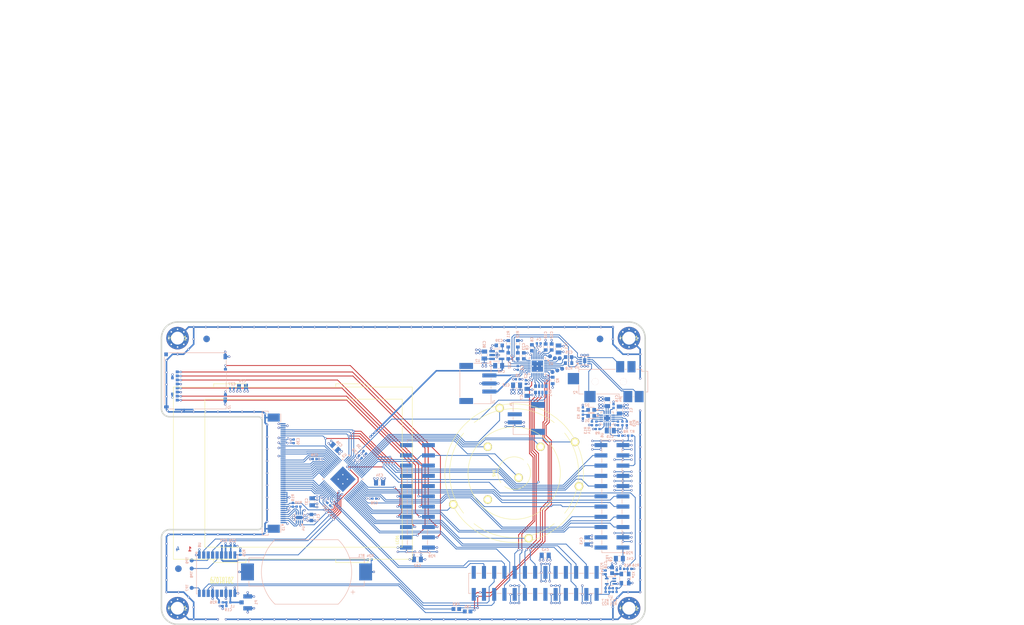
<source format=kicad_pcb>
(kicad_pcb (version 20171130) (host pcbnew 5.0.1-33cea8e~68~ubuntu18.04.1)
  (title_block (title "PortaPack H1") (date 2018-10-29) (rev 20181029) (company "ShareBrained Technology, Inc.") (comment 1 "License: GNU General Public License, version 2") (comment 2 "Copyright (c) 2014-2018 Jared Boone"))
  (layers (0 1_top signal) (1 2_pwr mixed) (2 3_gnd mixed) (31 4_bot signal) (34 B.Paste user) (35 F.Paste user) (36 B.SilkS user) (37 F.SilkS user) (38 B.Mask user) (39 F.Mask user) (44 Edge.Cuts user))
  (net 0 "")
  (net 1 /audio/LHPOUT)
  (net 2 /audio/RHPOUT)
  (net 3 /audio/SCL)
  (net 4 /audio/SDA)
  (net 5 /hackrf_if/LCD_BACKLIGHT)
  (net 6 /hackrf_if/LCD_DB0)
  (net 7 /hackrf_if/LCD_DB1)
  (net 8 /hackrf_if/LCD_DB10)
  (net 9 /hackrf_if/LCD_DB11)
  (net 10 /hackrf_if/LCD_DB12)
  (net 11 /hackrf_if/LCD_DB13)
  (net 12 /hackrf_if/LCD_DB14)
  (net 13 /hackrf_if/LCD_DB15)
  (net 14 /hackrf_if/LCD_DB2)
  (net 15 /hackrf_if/LCD_DB3)
  (net 16 /hackrf_if/LCD_DB4)
  (net 17 /hackrf_if/LCD_DB5)
  (net 18 /hackrf_if/LCD_DB6)
  (net 19 /hackrf_if/LCD_DB7)
  (net 20 /hackrf_if/LCD_DB8)
  (net 21 /hackrf_if/LCD_DB9)
  (net 22 /hackrf_if/LCD_RD#)
  (net 23 /hackrf_if/LCD_RESET#)
  (net 24 /hackrf_if/LCD_RS)
  (net 25 /hackrf_if/LCD_TE)
  (net 26 /hackrf_if/LCD_WR#)
  (net 27 /hackrf_if/P2_8)
  (net 28 /hackrf_if/SD_CD)
  (net 29 /hackrf_if/SD_CLK)
  (net 30 /hackrf_if/SD_CMD)
  (net 31 /hackrf_if/SD_DAT0)
  (net 32 /hackrf_if/SD_DAT1)
  (net 33 /hackrf_if/SD_DAT2)
  (net 34 /hackrf_if/SD_DAT3)
  (net 35 /hackrf_if/SW_D)
  (net 36 /hackrf_if/SW_L)
  (net 37 /hackrf_if/SW_R)
  (net 38 /hackrf_if/SW_ROT_A)
  (net 39 /hackrf_if/SW_ROT_B)
  (net 40 /hackrf_if/SW_SEL)
  (net 41 /hackrf_if/SW_U)
  (net 42 /hackrf_if/TP_D)
  (net 43 /hackrf_if/TP_L)
  (net 44 /hackrf_if/TP_R)
  (net 45 /hackrf_if/TP_U)
  (net 46 /hackrf_if/VBAT)
  (net 47 GND)
  (net 48 "Net-(C39-Pad1)")
  (net 49 /hackrf_if/MCU_D1)
  (net 50 /hackrf_if/MCU_D0)
  (net 51 /hackrf_if/MCU_D3)
  (net 52 /hackrf_if/MCU_D2)
  (net 53 /hackrf_if/MCU_D5)
  (net 54 /hackrf_if/MCU_D4)
  (net 55 /hackrf_if/MCU_D7)
  (net 56 /hackrf_if/MCU_D6)
  (net 57 /hackrf_if/MCU_LCD_TE)
  (net 58 /hackrf_if/MCU_LCD_RD)
  (net 59 /hackrf_if/MCU_IO_STBX)
  (net 60 /hackrf_if/MCU_ADDR)
  (net 61 /hackrf_if/MCU_DIR)
  (net 62 /hackrf_if/MCU_LCD_WR)
  (net 63 /hackrf_if/PP_CPLD_TMS)
  (net 64 /hackrf_if/PP_CPLD_TDO)
  (net 65 /hackrf_if/H1_CPLD_TCK)
  (net 66 /lcd_sw_sd/LEDK2)
  (net 67 /lcd_sw_sd/LEDK1)
  (net 68 /lcd_sw_sd/LEDK3)
  (net 69 /lcd_sw_sd/LEDK4)
  (net 70 /hackrf_if/CLKIN)
  (net 71 "Net-(R20-Pad1)")
  (net 72 /power/AUDIO_SVDD)
  (net 73 /audio/CP)
  (net 74 /audio/CN)
  (net 75 /audio/VEE)
  (net 76 /audio/VCOM)
  (net 77 /audio/REGFIL)
  (net 78 "Net-(C23-Pad2)")
  (net 79 "Net-(C25-Pad1)")
  (net 80 /hackrf_if/AUDIO_RESET#)
  (net 81 /hackrf_if/I2S0_TX_SDA)
  (net 82 /audio/BICK)
  (net 83 /hackrf_if/I2S0_WS)
  (net 84 /hackrf_if/I2S0_MCLK)
  (net 85 /hackrf_if/I2S0_RX_SDA)
  (net 86 /audio/MIC_X)
  (net 87 /audio/GND_X)
  (net 88 /audio/LHPOUT_X)
  (net 89 /audio/RHPOUT_X)
  (net 90 /audio/MIC)
  (net 91 "Net-(R18-Pad1)")
  (net 92 "Net-(C22-Pad2)")
  (net 93 "Net-(TP1-Pad1)")
  (net 94 "Net-(TP2-Pad1)")
  (net 95 "Net-(TP3-Pad1)")
  (net 96 "Net-(TP4-Pad1)")
  (net 97 "Net-(TP5-Pad1)")
  (net 98 "Net-(TP6-Pad1)")
  (net 99 /hackrf_if/VBUS)
  (net 100 /hackrf_if/VBUSCTRL)
  (net 101 "Net-(R1-Pad1)")
  (net 102 "Net-(R4-Pad1)")
  (net 103 "Net-(R6-Pad1)")
  (net 104 "Net-(R8-Pad1)")
  (net 105 "Net-(R9-Pad1)")
  (net 106 "Net-(R10-Pad1)")
  (net 107 "Net-(R13-Pad2)")
  (net 108 "Net-(R14-Pad1)")
  (net 109 "Net-(D1-PadA)")
  (net 110 "Net-(D2-PadA)")
  (net 111 "Net-(D1-PadC)")
  (net 112 "Net-(D2-PadC)")
  (net 113 /hackrf_if/RESET#)
  (net 114 /audio/PDN#_R)
  (net 115 /audio/BICK_R)
  (net 116 /audio/LRCK_R)
  (net 117 /audio/SDTO_R)
  (net 118 /power/BBAT)
  (net 119 /audio/SPP)
  (net 120 /audio/SPN)
  (net 121 +3V3)
  (net 122 +1V8)
  (net 123 "Net-(C9-Pad1)")
  (net 124 "Net-(C17-Pad2)")
  (net 125 "Net-(C17-Pad1)")
  (net 126 /hackrf_if/REF_EN)
  (net 127 "Net-(R17-Pad1)")
  (net 128 "Net-(C19-Pad1)")
  (net 129 "Net-(FB1-Pad2)")
  (net 130 "Net-(FB3-Pad2)")
  (net 131 "Net-(L1-Pad1)")
  (net 132 "Net-(R23-Pad1)")
  (net 133 /hackrf_if/GPS_RESET#)
  (net 134 "Net-(R26-Pad1)")
  (net 135 "Net-(TP7-Pad1)")
  (net 136 "Net-(TP8-Pad1)")
  (net 137 "Net-(TP9-Pad1)")
  (net 138 /hackrf_if/GPS_TIMEPULSE)
  (net 139 /hackrf_if/GPS_TX_READY)
  (module eastrising:ER-CON50HT-1 (layer 4_bot) (at 87.3 137.5 90)
    (fp_text reference J3 (at -13.75 2.95 90) (layer B.SilkS) (effects (font (size 0.6096 0.6096) (thickness 0.12)) (justify mirror)))
    (fp_text value ER-TFT024-3_FPC)
    (pad SHLD smd rect (at -13.79 0.55 270) (size 2 3) (layers 4_bot B.Paste B.Mask) (net 47 GND))
    (pad SHLD smd rect (at 13.79 0.55 270) (size 2 3) (layers 4_bot B.Paste B.Mask) (net 47 GND))
    (pad 50 smd rect (at 12.25 2.875 270) (size 0.3 1.25) (layers 4_bot B.Paste B.Mask) (net 47 GND))
    (pad 49 smd rect (at 11.75 2.875 270) (size 0.3 1.25) (layers 4_bot B.Paste B.Mask) (net 47 GND))
    (pad 48 smd rect (at 11.25 2.875 270) (size 0.3 1.25) (layers 4_bot B.Paste B.Mask) (net 47 GND))
    (pad 47 smd rect (at 10.75 2.875 270) (size 0.3 1.25) (layers 4_bot B.Paste B.Mask) (net 45 /hackrf_if/TP_U))
    (pad 46 smd rect (at 10.25 2.875 270) (size 0.3 1.25) (layers 4_bot B.Paste B.Mask) (net 43 /hackrf_if/TP_L))
    (pad 45 smd rect (at 9.75 2.875 270) (size 0.3 1.25) (layers 4_bot B.Paste B.Mask) (net 42 /hackrf_if/TP_D))
    (pad 44 smd rect (at 9.25 2.875 270) (size 0.3 1.25) (layers 4_bot B.Paste B.Mask) (net 44 /hackrf_if/TP_R))
    (pad 43 smd rect (at 8.75 2.875 270) (size 0.3 1.25) (layers 4_bot B.Paste B.Mask) (net 47 GND))
    (pad 42 smd rect (at 8.25 2.875 270) (size 0.3 1.25) (layers 4_bot B.Paste B.Mask) (net 121 +3V3))
    (pad 41 smd rect (at 7.75 2.875 270) (size 0.3 1.25) (layers 4_bot B.Paste B.Mask) (net 122 +1V8))
    (pad 40 smd rect (at 7.25 2.875 270) (size 0.3 1.25) (layers 4_bot B.Paste B.Mask) (net 122 +1V8))
    (pad 39 smd rect (at 6.75 2.875 270) (size 0.3 1.25) (layers 4_bot B.Paste B.Mask) (net 25 /hackrf_if/LCD_TE))
    (pad 38 smd rect (at 6.25 2.875 270) (size 0.3 1.25) (layers 4_bot B.Paste B.Mask) (net 47 GND))
    (pad 37 smd rect (at 5.75 2.875 270) (size 0.3 1.25) (layers 4_bot B.Paste B.Mask) (net 24 /hackrf_if/LCD_RS))
    (pad 36 smd rect (at 5.25 2.875 270) (size 0.3 1.25) (layers 4_bot B.Paste B.Mask) (net 26 /hackrf_if/LCD_WR#))
    (pad 35 smd rect (at 4.75 2.875 270) (size 0.3 1.25) (layers 4_bot B.Paste B.Mask) (net 22 /hackrf_if/LCD_RD#))
    (pad 34 smd rect (at 4.25 2.875 270) (size 0.3 1.25) (layers 4_bot B.Paste B.Mask) (net 47 GND))
    (pad 33 smd rect (at 3.75 2.875 270) (size 0.3 1.25) (layers 4_bot B.Paste B.Mask))
    (pad 32 smd rect (at 3.25 2.875 270) (size 0.3 1.25) (layers 4_bot B.Paste B.Mask) (net 6 /hackrf_if/LCD_DB0))
    (pad 31 smd rect (at 2.75 2.875 270) (size 0.3 1.25) (layers 4_bot B.Paste B.Mask) (net 7 /hackrf_if/LCD_DB1))
    (pad 30 smd rect (at 2.25 2.875 270) (size 0.3 1.25) (layers 4_bot B.Paste B.Mask) (net 14 /hackrf_if/LCD_DB2))
    (pad 29 smd rect (at 1.75 2.875 270) (size 0.3 1.25) (layers 4_bot B.Paste B.Mask) (net 15 /hackrf_if/LCD_DB3))
    (pad 28 smd rect (at 1.25 2.875 270) (size 0.3 1.25) (layers 4_bot B.Paste B.Mask) (net 16 /hackrf_if/LCD_DB4))
    (pad 27 smd rect (at 0.75 2.875 270) (size 0.3 1.25) (layers 4_bot B.Paste B.Mask) (net 17 /hackrf_if/LCD_DB5))
    (pad 26 smd rect (at 0.25 2.875 270) (size 0.3 1.25) (layers 4_bot B.Paste B.Mask) (net 18 /hackrf_if/LCD_DB6))
    (pad 25 smd rect (at -0.25 2.875 270) (size 0.3 1.25) (layers 4_bot B.Paste B.Mask) (net 19 /hackrf_if/LCD_DB7))
    (pad 24 smd rect (at -0.75 2.875 270) (size 0.3 1.25) (layers 4_bot B.Paste B.Mask) (net 20 /hackrf_if/LCD_DB8))
    (pad 23 smd rect (at -1.25 2.875 270) (size 0.3 1.25) (layers 4_bot B.Paste B.Mask) (net 21 /hackrf_if/LCD_DB9))
    (pad 22 smd rect (at -1.75 2.875 270) (size 0.3 1.25) (layers 4_bot B.Paste B.Mask) (net 8 /hackrf_if/LCD_DB10))
    (pad 21 smd rect (at -2.25 2.875 270) (size 0.3 1.25) (layers 4_bot B.Paste B.Mask) (net 9 /hackrf_if/LCD_DB11))
    (pad 20 smd rect (at -2.75 2.875 270) (size 0.3 1.25) (layers 4_bot B.Paste B.Mask) (net 10 /hackrf_if/LCD_DB12))
    (pad 19 smd rect (at -3.25 2.875 270) (size 0.3 1.25) (layers 4_bot B.Paste B.Mask) (net 11 /hackrf_if/LCD_DB13))
    (pad 18 smd rect (at -3.75 2.875 270) (size 0.3 1.25) (layers 4_bot B.Paste B.Mask) (net 12 /hackrf_if/LCD_DB14))
    (pad 17 smd rect (at -4.25 2.875 270) (size 0.3 1.25) (layers 4_bot B.Paste B.Mask) (net 13 /hackrf_if/LCD_DB15))
    (pad 16 smd rect (at -4.75 2.875 270) (size 0.3 1.25) (layers 4_bot B.Paste B.Mask) (net 47 GND))
    (pad 15 smd rect (at -5.25 2.875 270) (size 0.3 1.25) (layers 4_bot B.Paste B.Mask) (net 47 GND))
    (pad 14 smd rect (at -5.75 2.875 270) (size 0.3 1.25) (layers 4_bot B.Paste B.Mask) (net 47 GND))
    (pad 13 smd rect (at -6.25 2.875 270) (size 0.3 1.25) (layers 4_bot B.Paste B.Mask) (net 47 GND))
    (pad 12 smd rect (at -6.75 2.875 270) (size 0.3 1.25) (layers 4_bot B.Paste B.Mask) (net 47 GND))
    (pad 11 smd rect (at -7.25 2.875 270) (size 0.3 1.25) (layers 4_bot B.Paste B.Mask) (net 47 GND))
    (pad 10 smd rect (at -7.75 2.875 270) (size 0.3 1.25) (layers 4_bot B.Paste B.Mask) (net 23 /hackrf_if/LCD_RESET#))
    (pad 9 smd rect (at -8.25 2.875 270) (size 0.3 1.25) (layers 4_bot B.Paste B.Mask) (net 47 GND))
    (pad 8 smd rect (at -8.75 2.875 270) (size 0.3 1.25) (layers 4_bot B.Paste B.Mask) (net 47 GND))
    (pad 7 smd rect (at -9.25 2.875 270) (size 0.3 1.25) (layers 4_bot B.Paste B.Mask) (net 47 GND))
    (pad 6 smd rect (at -9.75 2.875 270) (size 0.3 1.25) (layers 4_bot B.Paste B.Mask) (net 122 +1V8))
    (pad 5 smd rect (at -10.25 2.875 270) (size 0.3 1.25) (layers 4_bot B.Paste B.Mask) (net 69 /lcd_sw_sd/LEDK4))
    (pad 4 smd rect (at -10.75 2.875 270) (size 0.3 1.25) (layers 4_bot B.Paste B.Mask) (net 68 /lcd_sw_sd/LEDK3))
    (pad 3 smd rect (at -11.25 2.875 270) (size 0.3 1.25) (layers 4_bot B.Paste B.Mask) (net 66 /lcd_sw_sd/LEDK2))
    (pad 2 smd rect (at -11.75 2.875 270) (size 0.3 1.25) (layers 4_bot B.Paste B.Mask) (net 67 /lcd_sw_sd/LEDK1))
    (pad 1 smd rect (at -12.25 2.875 270) (size 0.3 1.25) (layers 4_bot B.Paste B.Mask) (net 121 +3V3))
  )
  (module alps:ALPS_SCHA4B0419 (layer 4_bot) (at 68.4 114.6 180)
    (fp_text reference J2 (at -8.4 -6.5 270) (layer B.SilkS) (effects (font (size 0.6096 0.6096) (thickness 0.12)) (justify mirror)))
    (fp_text value MICROSD_DETSW)
    (pad SH smd rect (at 2.765 -7.1225 90) (size 0.42 4.63) (layers 4_bot B.Paste B.Mask) (net 47 GND))
    (pad 8 smd rect (at 4.475 -4.775 90) (size 0.7 0.75) (layers 4_bot B.Paste B.Mask) (net 32 /hackrf_if/SD_DAT1))
    (pad 7 smd rect (at 4.475 -3.775 90) (size 0.7 0.75) (layers 4_bot B.Paste B.Mask) (net 31 /hackrf_if/SD_DAT0))
    (pad 6 smd rect (at 4.475 -2.775 90) (size 0.7 0.75) (layers 4_bot B.Paste B.Mask) (net 47 GND))
    (pad 5 smd rect (at 4.475 -1.775 90) (size 0.7 0.75) (layers 4_bot B.Paste B.Mask) (net 29 /hackrf_if/SD_CLK))
    (pad 4 smd rect (at 4.475 -0.775 90) (size 0.7 0.75) (layers 4_bot B.Paste B.Mask) (net 121 +3V3))
    (pad 3 smd rect (at 4.475 0.225 90) (size 0.7 0.75) (layers 4_bot B.Paste B.Mask) (net 30 /hackrf_if/SD_CMD))
    (pad 2 smd rect (at 4.475 1.225 90) (size 0.7 0.75) (layers 4_bot B.Paste B.Mask) (net 34 /hackrf_if/SD_DAT3))
    (pad 1 smd rect (at 4.475 2.225 90) (size 0.7 0.75) (layers 4_bot B.Paste B.Mask) (net 33 /hackrf_if/SD_DAT2))
    (pad 0 smd rect (at 5.675 0.725 90) (size 0.7 0.65) (layers 4_bot B.Paste B.Mask) (net 47 GND))
    (pad 0 smd rect (at 5.675 -3.275 90) (size 0.7 0.65) (layers 4_bot B.Paste B.Mask) (net 47 GND))
    (pad SH smd rect (at 7.25 6.575 90) (size 0.95 0.9) (layers 4_bot B.Paste B.Mask) (net 47 GND))
    (pad SH smd rect (at 7.175 -6.46 90) (size 0.745 1.15) (layers 4_bot B.Paste B.Mask) (net 47 GND))
    (pad SH smd rect (at -7.425 6.0125 90) (size 1.3 0.85) (layers 4_bot B.Paste B.Mask) (net 47 GND))
    (pad B smd rect (at -7.475 2.875 90) (size 0.65 0.75) (layers 4_bot B.Paste B.Mask) (net 28 /hackrf_if/SD_CD))
    (pad A smd rect (at -7.475 -3.475 90) (size 0.65 0.75) (layers 4_bot B.Paste B.Mask) (net 47 GND))
    (pad SH smd rect (at -7.425 -4.7125 90) (size 1.2 0.85) (layers 4_bot B.Paste B.Mask) (net 47 GND))
  )
  (module header:HEADER_11X2_REV_SM_254_AP (layer 4_bot) (at 123.5 143.25 90)
    (fp_text reference P28 (at -14.85 3.6 180) (layer B.SilkS) (effects (font (size 0.6096 0.6096) (thickness 0.12)) (justify mirror)))
    (fp_text value HACKRF_ONE_P28)
    (pad "" np_thru_hole circle (at 11.43 0) (size 1.95 1.95) (drill 1.95) (layers *.Cu *.Mask) (clearance 0.4))
    (pad "" np_thru_hole circle (at -11.43 0) (size 1.95 1.95) (drill 1.95) (layers *.Cu *.Mask) (clearance 0.4))
    (pad 21 smd rect (at 12.7 2.73) (size 3.18 1.02) (layers 4_bot B.Paste B.Mask))
    (pad 22 smd rect (at 12.7 -2.73) (size 3.18 1.02) (layers 4_bot B.Paste B.Mask))
    (pad 19 smd rect (at 10.16 2.73) (size 3.18 1.02) (layers 4_bot B.Paste B.Mask) (net 85 /hackrf_if/I2S0_RX_SDA))
    (pad 20 smd rect (at 10.16 -2.73) (size 3.18 1.02) (layers 4_bot B.Paste B.Mask))
    (pad 17 smd rect (at 7.62 2.73) (size 3.18 1.02) (layers 4_bot B.Paste B.Mask) (net 65 /hackrf_if/H1_CPLD_TCK))
    (pad 18 smd rect (at 7.62 -2.73) (size 3.18 1.02) (layers 4_bot B.Paste B.Mask))
    (pad 15 smd rect (at 5.08 2.73) (size 3.18 1.02) (layers 4_bot B.Paste B.Mask))
    (pad 16 smd rect (at 5.08 -2.73) (size 3.18 1.02) (layers 4_bot B.Paste B.Mask))
    (pad 13 smd rect (at 2.54 2.73) (size 3.18 1.02) (layers 4_bot B.Paste B.Mask))
    (pad 14 smd rect (at 2.54 -2.73) (size 3.18 1.02) (layers 4_bot B.Paste B.Mask))
    (pad 11 smd rect (at 0 2.73) (size 3.18 1.02) (layers 4_bot B.Paste B.Mask) (net 29 /hackrf_if/SD_CLK))
    (pad 12 smd rect (at 0 -2.73) (size 3.18 1.02) (layers 4_bot B.Paste B.Mask) (net 47 GND))
    (pad 9 smd rect (at -2.54 2.73) (size 3.18 1.02) (layers 4_bot B.Paste B.Mask) (net 30 /hackrf_if/SD_CMD))
    (pad 10 smd rect (at -2.54 -2.73) (size 3.18 1.02) (layers 4_bot B.Paste B.Mask) (net 64 /hackrf_if/PP_CPLD_TDO))
    (pad 7 smd rect (at -5.08 2.73) (size 3.18 1.02) (layers 4_bot B.Paste B.Mask) (net 31 /hackrf_if/SD_DAT0))
    (pad 8 smd rect (at -5.08 -2.73) (size 3.18 1.02) (layers 4_bot B.Paste B.Mask) (net 63 /hackrf_if/PP_CPLD_TMS))
    (pad 5 smd rect (at -7.62 2.73) (size 3.18 1.02) (layers 4_bot B.Paste B.Mask) (net 33 /hackrf_if/SD_DAT2))
    (pad 6 smd rect (at -7.62 -2.73) (size 3.18 1.02) (layers 4_bot B.Paste B.Mask) (net 32 /hackrf_if/SD_DAT1))
    (pad 3 smd rect (at -10.16 2.73) (size 3.18 1.02) (layers 4_bot B.Paste B.Mask) (net 28 /hackrf_if/SD_CD))
    (pad 4 smd rect (at -10.16 -2.73) (size 3.18 1.02) (layers 4_bot B.Paste B.Mask) (net 34 /hackrf_if/SD_DAT3))
    (pad 1 smd rect (at -12.7 2.73) (size 3.18 1.02) (layers 4_bot B.Paste B.Mask) (net 121 +3V3))
    (pad 2 smd rect (at -12.7 -2.73) (size 3.18 1.02) (layers 4_bot B.Paste B.Mask) (net 47 GND))
  )
  (module header:HEADER_11X2_REV_SM_254_AP (layer 4_bot) (at 171.76 143.25 90)
    (fp_text reference P20 (at -14.05 4.34 180) (layer B.SilkS) (effects (font (size 0.6096 0.6096) (thickness 0.12)) (justify mirror)))
    (fp_text value HACKRF_ONE_P20)
    (pad "" np_thru_hole circle (at 11.43 0) (size 1.95 1.95) (drill 1.95) (layers *.Cu *.Mask) (clearance 0.4))
    (pad "" np_thru_hole circle (at -11.43 0) (size 1.95 1.95) (drill 1.95) (layers *.Cu *.Mask) (clearance 0.4))
    (pad 21 smd rect (at 12.7 2.73) (size 3.18 1.02) (layers 4_bot B.Paste B.Mask) (net 99 /hackrf_if/VBUS))
    (pad 22 smd rect (at 12.7 -2.73) (size 3.18 1.02) (layers 4_bot B.Paste B.Mask) (net 72 /power/AUDIO_SVDD))
    (pad 19 smd rect (at 10.16 2.73) (size 3.18 1.02) (layers 4_bot B.Paste B.Mask) (net 47 GND))
    (pad 20 smd rect (at 10.16 -2.73) (size 3.18 1.02) (layers 4_bot B.Paste B.Mask) (net 45 /hackrf_if/TP_U))
    (pad 17 smd rect (at 7.62 2.73) (size 3.18 1.02) (layers 4_bot B.Paste B.Mask) (net 100 /hackrf_if/VBUSCTRL))
    (pad 18 smd rect (at 7.62 -2.73) (size 3.18 1.02) (layers 4_bot B.Paste B.Mask) (net 43 /hackrf_if/TP_L))
    (pad 15 smd rect (at 5.08 2.73) (size 3.18 1.02) (layers 4_bot B.Paste B.Mask) (net 47 GND))
    (pad 16 smd rect (at 5.08 -2.73) (size 3.18 1.02) (layers 4_bot B.Paste B.Mask) (net 42 /hackrf_if/TP_D))
    (pad 13 smd rect (at 2.54 2.73) (size 3.18 1.02) (layers 4_bot B.Paste B.Mask) (net 47 GND))
    (pad 14 smd rect (at 2.54 -2.73) (size 3.18 1.02) (layers 4_bot B.Paste B.Mask) (net 44 /hackrf_if/TP_R))
    (pad 11 smd rect (at 0 2.73) (size 3.18 1.02) (layers 4_bot B.Paste B.Mask) (net 56 /hackrf_if/MCU_D6))
    (pad 12 smd rect (at 0 -2.73) (size 3.18 1.02) (layers 4_bot B.Paste B.Mask) (net 55 /hackrf_if/MCU_D7))
    (pad 9 smd rect (at -2.54 2.73) (size 3.18 1.02) (layers 4_bot B.Paste B.Mask) (net 54 /hackrf_if/MCU_D4))
    (pad 10 smd rect (at -2.54 -2.73) (size 3.18 1.02) (layers 4_bot B.Paste B.Mask) (net 53 /hackrf_if/MCU_D5))
    (pad 7 smd rect (at -5.08 2.73) (size 3.18 1.02) (layers 4_bot B.Paste B.Mask) (net 52 /hackrf_if/MCU_D2))
    (pad 8 smd rect (at -5.08 -2.73) (size 3.18 1.02) (layers 4_bot B.Paste B.Mask) (net 51 /hackrf_if/MCU_D3))
    (pad 5 smd rect (at -7.62 2.73) (size 3.18 1.02) (layers 4_bot B.Paste B.Mask) (net 50 /hackrf_if/MCU_D0))
    (pad 6 smd rect (at -7.62 -2.73) (size 3.18 1.02) (layers 4_bot B.Paste B.Mask) (net 49 /hackrf_if/MCU_D1))
    (pad 3 smd rect (at -10.16 2.73) (size 3.18 1.02) (layers 4_bot B.Paste B.Mask) (net 121 +3V3))
    (pad 4 smd rect (at -10.16 -2.73) (size 3.18 1.02) (layers 4_bot B.Paste B.Mask))
    (pad 1 smd rect (at -12.7 2.73) (size 3.18 1.02) (layers 4_bot B.Paste B.Mask) (net 46 /hackrf_if/VBAT))
    (pad 2 smd rect (at -12.7 -2.73) (size 3.18 1.02) (layers 4_bot B.Paste B.Mask))
  )
  (module header:HEADER_13X2_REV_SM_254_AP (layer 4_bot) (at 152.71 164.84 180)
    (fp_text reference P22 (at -16.59 4.29 270) (layer B.SilkS) (effects (font (size 0.6096 0.6096) (thickness 0.12)) (justify mirror)))
    (fp_text value HACKRF_ONE_P22)
    (pad "" np_thru_hole circle (at 13.97 0 90) (size 1.95 1.95) (drill 1.95) (layers *.Cu *.Mask) (clearance 0.4))
    (pad "" np_thru_hole circle (at -13.97 0 90) (size 1.95 1.95) (drill 1.95) (layers *.Cu *.Mask) (clearance 0.4))
    (pad 25 smd rect (at 15.24 2.73 90) (size 3.18 1.02) (layers 4_bot B.Paste B.Mask))
    (pad 26 smd rect (at 15.24 -2.73 90) (size 3.18 1.02) (layers 4_bot B.Paste B.Mask) (net 3 /audio/SCL))
    (pad 23 smd rect (at 12.7 2.73 90) (size 3.18 1.02) (layers 4_bot B.Paste B.Mask) (net 27 /hackrf_if/P2_8))
    (pad 24 smd rect (at 12.7 -2.73 90) (size 3.18 1.02) (layers 4_bot B.Paste B.Mask) (net 4 /audio/SDA))
    (pad 21 smd rect (at 10.16 2.73 90) (size 3.18 1.02) (layers 4_bot B.Paste B.Mask) (net 62 /hackrf_if/MCU_LCD_WR))
    (pad 22 smd rect (at 10.16 -2.73 90) (size 3.18 1.02) (layers 4_bot B.Paste B.Mask) (net 61 /hackrf_if/MCU_DIR))
    (pad 19 smd rect (at 7.62 2.73 90) (size 3.18 1.02) (layers 4_bot B.Paste B.Mask) (net 60 /hackrf_if/MCU_ADDR))
    (pad 20 smd rect (at 7.62 -2.73 90) (size 3.18 1.02) (layers 4_bot B.Paste B.Mask) (net 59 /hackrf_if/MCU_IO_STBX))
    (pad 17 smd rect (at 5.08 2.73 90) (size 3.18 1.02) (layers 4_bot B.Paste B.Mask) (net 84 /hackrf_if/I2S0_MCLK))
    (pad 18 smd rect (at 5.08 -2.73 90) (size 3.18 1.02) (layers 4_bot B.Paste B.Mask) (net 47 GND))
    (pad 15 smd rect (at 2.54 2.73 90) (size 3.18 1.02) (layers 4_bot B.Paste B.Mask) (net 83 /hackrf_if/I2S0_WS))
    (pad 16 smd rect (at 2.54 -2.73 90) (size 3.18 1.02) (layers 4_bot B.Paste B.Mask) (net 82 /audio/BICK))
    (pad 13 smd rect (at 0 2.73 90) (size 3.18 1.02) (layers 4_bot B.Paste B.Mask) (net 81 /hackrf_if/I2S0_TX_SDA))
    (pad 14 smd rect (at 0 -2.73 90) (size 3.18 1.02) (layers 4_bot B.Paste B.Mask))
    (pad 11 smd rect (at -2.54 2.73 90) (size 3.18 1.02) (layers 4_bot B.Paste B.Mask) (net 121 +3V3))
    (pad 12 smd rect (at -2.54 -2.73 90) (size 3.18 1.02) (layers 4_bot B.Paste B.Mask))
    (pad 9 smd rect (at -5.08 2.73 90) (size 3.18 1.02) (layers 4_bot B.Paste B.Mask))
    (pad 10 smd rect (at -5.08 -2.73 90) (size 3.18 1.02) (layers 4_bot B.Paste B.Mask) (net 47 GND))
    (pad 7 smd rect (at -7.62 2.73 90) (size 3.18 1.02) (layers 4_bot B.Paste B.Mask))
    (pad 8 smd rect (at -7.62 -2.73 90) (size 3.18 1.02) (layers 4_bot B.Paste B.Mask))
    (pad 5 smd rect (at -10.16 2.73 90) (size 3.18 1.02) (layers 4_bot B.Paste B.Mask) (net 58 /hackrf_if/MCU_LCD_RD))
    (pad 6 smd rect (at -10.16 -2.73 90) (size 3.18 1.02) (layers 4_bot B.Paste B.Mask) (net 57 /hackrf_if/MCU_LCD_TE))
    (pad 3 smd rect (at -12.7 2.73 90) (size 3.18 1.02) (layers 4_bot B.Paste B.Mask) (net 113 /hackrf_if/RESET#))
    (pad 4 smd rect (at -12.7 -2.73 90) (size 3.18 1.02) (layers 4_bot B.Paste B.Mask) (net 47 GND))
    (pad 1 smd rect (at -15.24 2.73 90) (size 3.18 1.02) (layers 4_bot B.Paste B.Mask))
    (pad 2 smd rect (at -15.24 -2.73 90) (size 3.18 1.02) (layers 4_bot B.Paste B.Mask) (net 70 /hackrf_if/CLKIN))
  )
  (module bat_coin:MPD_BU2032SM-BT-G (layer 4_bot) (at 96 162)
    (fp_text reference BT1 (at 13.6 -4.05) (layer B.SilkS) (effects (font (size 0.6096 0.6096) (thickness 0.12)) (justify mirror)))
    (fp_text value BATTERY)
    (pad 2 smd rect (at -14.65 0 180) (size 3.2 4.2) (layers 4_bot B.Paste B.Mask) (net 47 GND))
    (pad 1 smd rect (at 14.65 0 180) (size 3.2 4.2) (layers 4_bot B.Paste B.Mask) (net 46 /hackrf_if/VBAT))
  )
  (module ipc_osccc:IPC_OSCCC320X250X110L75X100N (layer 4_bot) (at 175 163.65 270)
    (fp_text reference X1 (at -1.2 -2.1 270) (layer B.SilkS) (effects (font (size 0.6096 0.6096) (thickness 0.12)) (justify mirror)))
    (fp_text value 10.00000M)
    (pad 1 smd rect (at -1.14 -0.915 270) (size 1.13 0.88) (layers 4_bot B.Paste B.Mask) (net 126 /hackrf_if/REF_EN))
    (pad 2 smd rect (at 1.14 -0.915 270) (size 1.13 0.88) (layers 4_bot B.Paste B.Mask) (net 47 GND))
    (pad 3 smd rect (at 1.14 0.915 270) (size 1.13 0.88) (layers 4_bot B.Paste B.Mask) (net 125 "Net-(C17-Pad1)"))
    (pad 4 smd rect (at -1.14 0.915 270) (size 1.13 0.88) (layers 4_bot B.Paste B.Mask) (net 123 "Net-(C9-Pad1)"))
  )
  (module ublox:MAX-M8 (layer 4_bot) (at 73.8 162.55 270)
    (fp_text reference U8 (at -7.25 4.35 270) (layer B.SilkS) (effects (font (size 0.6096 0.6096) (thickness 0.12)) (justify mirror)))
    (fp_text value MAX-M8)
    (pad 18 smd rect (at 4.75 4.4 270) (size 1.8 0.7) (layers 4_bot B.Paste B.Mask) (net 135 "Net-(TP7-Pad1)"))
    (pad 17 smd rect (at 4.75 3.3 270) (size 1.8 0.8) (layers 4_bot B.Paste B.Mask) (net 130 "Net-(FB3-Pad2)"))
    (pad 16 smd rect (at 4.75 2.2 270) (size 1.8 0.8) (layers 4_bot B.Paste B.Mask) (net 129 "Net-(FB1-Pad2)"))
    (pad 15 smd rect (at 4.75 1.1 270) (size 1.8 0.8) (layers 4_bot B.Paste B.Mask) (net 47 GND))
    (pad 14 smd rect (at 4.75 0 270) (size 1.8 0.8) (layers 4_bot B.Paste B.Mask) (net 134 "Net-(R26-Pad1)"))
    (pad 13 smd rect (at 4.75 -1.1 270) (size 1.8 0.8) (layers 4_bot B.Paste B.Mask))
    (pad 12 smd rect (at 4.75 -2.2 270) (size 1.8 0.8) (layers 4_bot B.Paste B.Mask) (net 47 GND))
    (pad 11 smd rect (at 4.75 -3.3 270) (size 1.8 0.8) (layers 4_bot B.Paste B.Mask) (net 131 "Net-(L1-Pad1)"))
    (pad 10 smd rect (at 4.75 -4.4 270) (size 1.8 0.7) (layers 4_bot B.Paste B.Mask) (net 47 GND))
    (pad 9 smd rect (at -4.75 -4.4 270) (size 1.8 0.7) (layers 4_bot B.Paste B.Mask) (net 133 /hackrf_if/GPS_RESET#))
    (pad 8 smd rect (at -4.75 -3.3 270) (size 1.8 0.8) (layers 4_bot B.Paste B.Mask) (net 121 +3V3))
    (pad 7 smd rect (at -4.75 -2.2 270) (size 1.8 0.8) (layers 4_bot B.Paste B.Mask) (net 121 +3V3))
    (pad 6 smd rect (at -4.75 -1.1 270) (size 1.8 0.8) (layers 4_bot B.Paste B.Mask) (net 132 "Net-(R23-Pad1)"))
    (pad 5 smd rect (at -4.75 0 270) (size 1.8 0.8) (layers 4_bot B.Paste B.Mask) (net 136 "Net-(TP8-Pad1)"))
    (pad 4 smd rect (at -4.75 1.1 270) (size 1.8 0.8) (layers 4_bot B.Paste B.Mask) (net 138 /hackrf_if/GPS_TIMEPULSE))
    (pad 3 smd rect (at -4.75 2.2 270) (size 1.8 0.8) (layers 4_bot B.Paste B.Mask) (net 137 "Net-(TP9-Pad1)"))
    (pad 2 smd rect (at -4.75 3.3 270) (size 1.8 0.8) (layers 4_bot B.Paste B.Mask) (net 139 /hackrf_if/GPS_TX_READY))
    (pad 1 smd rect (at -4.75 4.4 270) (size 1.8 0.7) (layers 4_bot B.Paste B.Mask) (net 47 GND))
  )
  (module ipc_son:IPC_SON9P50_200X200X100L30X25T80X120N (layer 4_bot) (at 165 109.6)
    (fp_text reference U5 (at -1.9 1.6) (layer B.SilkS) (effects (font (size 0.6096 0.6096) (thickness 0.12)) (justify mirror)))
    (fp_text value NUF4220MN)
    (pad 1 smd rect (at -0.995 0.75 90) (size 0.27 0.74) (layers 4_bot B.Paste B.Mask) (net 1 /audio/LHPOUT))
    (pad 2 smd rect (at -0.995 0.25 90) (size 0.27 0.74) (layers 4_bot B.Paste B.Mask) (net 47 GND))
    (pad 3 smd rect (at -0.995 -0.25 90) (size 0.27 0.74) (layers 4_bot B.Paste B.Mask) (net 90 /audio/MIC))
    (pad 4 smd rect (at -0.995 -0.75 90) (size 0.27 0.74) (layers 4_bot B.Paste B.Mask) (net 2 /audio/RHPOUT))
    (pad 5 smd rect (at 0.995 -0.75 270) (size 0.27 0.74) (layers 4_bot B.Paste B.Mask) (net 89 /audio/RHPOUT_X))
    (pad 6 smd rect (at 0.995 -0.25 270) (size 0.27 0.74) (layers 4_bot B.Paste B.Mask) (net 86 /audio/MIC_X))
    (pad 7 smd rect (at 0.995 0.25 270) (size 0.27 0.74) (layers 4_bot B.Paste B.Mask) (net 87 /audio/GND_X))
    (pad 8 smd rect (at 0.995 0.75 270) (size 0.27 0.74) (layers 4_bot B.Paste B.Mask) (net 88 /audio/LHPOUT_X))
    (pad 9 smd rect (at 0 0) (size 0.8 1.2) (layers 4_bot B.Paste B.Mask) (net 47 GND))
  )
  (module ipc_qfn:IPC_QFN33P40_400X400X80L35X20T280N (layer 4_bot) (at 153.25 110.95 180)
    (fp_text reference U1 (at -3.35 0.65 180) (layer B.SilkS) (effects (font (size 0.6096 0.6096) (thickness 0.12)) (justify mirror)))
    (fp_text value AK4951EN)
    (pad 33 thru_hole circle (at 0 0 180) (size 0.5 0.5) (drill 0.3048) (layers *.Cu F.Mask) (net 47 GND))
    (pad 33 thru_hole circle (at 1.15 0 180) (size 0.5 0.5) (drill 0.3048) (layers *.Cu F.Mask) (net 47 GND))
    (pad 33 thru_hole circle (at -1.15 0 180) (size 0.5 0.5) (drill 0.3048) (layers *.Cu F.Mask) (net 47 GND))
    (pad 33 thru_hole circle (at 0 -1.15 180) (size 0.5 0.5) (drill 0.3048) (layers *.Cu F.Mask) (net 47 GND))
    (pad 33 smd rect (at 0 0 180) (size 2.8 2.8) (layers 4_bot) (net 47 GND))
    (pad 33 thru_hole circle (at 0 1.15 180) (size 0.5 0.5) (drill 0.3048) (layers *.Cu F.Mask) (net 47 GND))
    (pad 32 smd oval (at -1.4 1.99) (size 0.2 0.74) (layers 4_bot B.Paste B.Mask) (net 93 "Net-(TP1-Pad1)"))
    (pad 31 smd oval (at -1 1.99) (size 0.2 0.74) (layers 4_bot B.Paste B.Mask) (net 77 /audio/REGFIL))
    (pad 30 smd oval (at -0.6 1.99) (size 0.2 0.74) (layers 4_bot B.Paste B.Mask) (net 76 /audio/VCOM))
    (pad 29 smd oval (at -0.2 1.99) (size 0.2 0.74) (layers 4_bot B.Paste B.Mask) (net 47 GND))
    (pad 28 smd oval (at 0.2 1.99) (size 0.2 0.74) (layers 4_bot B.Paste B.Mask) (net 121 +3V3))
    (pad 27 smd oval (at 0.6 1.99) (size 0.2 0.74) (layers 4_bot B.Paste B.Mask) (net 74 /audio/CN))
    (pad 26 smd oval (at 1 1.99) (size 0.2 0.74) (layers 4_bot B.Paste B.Mask) (net 73 /audio/CP))
    (pad 25 smd oval (at 1.4 1.99) (size 0.2 0.74) (layers 4_bot B.Paste B.Mask) (net 47 GND))
    (pad 24 smd oval (at 1.99 1.4 90) (size 0.2 0.74) (layers 4_bot B.Paste B.Mask) (net 75 /audio/VEE))
    (pad 23 smd oval (at 1.99 1 90) (size 0.2 0.74) (layers 4_bot B.Paste B.Mask) (net 2 /audio/RHPOUT))
    (pad 22 smd oval (at 1.99 0.6 90) (size 0.2 0.74) (layers 4_bot B.Paste B.Mask) (net 1 /audio/LHPOUT))
    (pad 21 smd oval (at 1.99 0.2 90) (size 0.2 0.74) (layers 4_bot B.Paste B.Mask) (net 122 +1V8))
    (pad 20 smd oval (at 1.99 -0.2 90) (size 0.2 0.74) (layers 4_bot B.Paste B.Mask) (net 119 /audio/SPP))
    (pad 19 smd oval (at 1.99 -0.6 90) (size 0.2 0.74) (layers 4_bot B.Paste B.Mask) (net 120 /audio/SPN))
    (pad 18 smd oval (at 1.99 -1 90) (size 0.2 0.74) (layers 4_bot B.Paste B.Mask) (net 72 /power/AUDIO_SVDD))
    (pad 17 smd oval (at 1.99 -1.4 90) (size 0.2 0.74) (layers 4_bot B.Paste B.Mask) (net 47 GND))
    (pad 16 smd oval (at 1.4 -1.99 180) (size 0.2 0.74) (layers 4_bot B.Paste B.Mask) (net 121 +3V3))
    (pad 15 smd oval (at 1 -1.99 180) (size 0.2 0.74) (layers 4_bot B.Paste B.Mask) (net 84 /hackrf_if/I2S0_MCLK))
    (pad 14 smd oval (at 0.6 -1.99 180) (size 0.2 0.74) (layers 4_bot B.Paste B.Mask) (net 115 /audio/BICK_R))
    (pad 13 smd oval (at 0.2 -1.99 180) (size 0.2 0.74) (layers 4_bot B.Paste B.Mask) (net 116 /audio/LRCK_R))
    (pad 12 smd oval (at -0.2 -1.99 180) (size 0.2 0.74) (layers 4_bot B.Paste B.Mask) (net 117 /audio/SDTO_R))
    (pad 11 smd oval (at -0.6 -1.99 180) (size 0.2 0.74) (layers 4_bot B.Paste B.Mask) (net 81 /hackrf_if/I2S0_TX_SDA))
    (pad 10 smd oval (at -1 -1.99 180) (size 0.2 0.74) (layers 4_bot B.Paste B.Mask) (net 4 /audio/SDA))
    (pad 9 smd oval (at -1.4 -1.99 180) (size 0.2 0.74) (layers 4_bot B.Paste B.Mask) (net 3 /audio/SCL))
    (pad 8 smd oval (at -1.99 -1.4 270) (size 0.2 0.74) (layers 4_bot B.Paste B.Mask) (net 114 /audio/PDN#_R))
    (pad 7 smd oval (at -1.99 -1 270) (size 0.2 0.74) (layers 4_bot B.Paste B.Mask) (net 98 "Net-(TP6-Pad1)"))
    (pad 6 smd oval (at -1.99 -0.6 270) (size 0.2 0.74) (layers 4_bot B.Paste B.Mask) (net 97 "Net-(TP5-Pad1)"))
    (pad 5 smd oval (at -1.99 -0.2 270) (size 0.2 0.74) (layers 4_bot B.Paste B.Mask) (net 96 "Net-(TP4-Pad1)"))
    (pad 4 smd oval (at -1.99 0.2 270) (size 0.2 0.74) (layers 4_bot B.Paste B.Mask) (net 91 "Net-(R18-Pad1)"))
    (pad 3 smd oval (at -1.99 0.6 270) (size 0.2 0.74) (layers 4_bot B.Paste B.Mask) (net 79 "Net-(C25-Pad1)"))
    (pad 2 smd oval (at -1.99 1 270) (size 0.2 0.74) (layers 4_bot B.Paste B.Mask) (net 95 "Net-(TP3-Pad1)"))
    (pad 1 smd oval (at -1.99 1.4 270) (size 0.2 0.74) (layers 4_bot B.Paste B.Mask) (net 94 "Net-(TP2-Pad1)"))
  )
  (module ipc_son:IPC_SON9P50_200X200X55L32X24T90X160N (layer 4_bot) (at 94.2 148.5 90)
    (fp_text reference U4 (at -2.7 1 90) (layer B.SilkS) (effects (font (size 0.6096 0.6096) (thickness 0.12)) (justify mirror)))
    (fp_text value CAT4004[_AB])
    (pad 1 smd rect (at -1.005 0.75 180) (size 0.26 0.71) (layers 4_bot B.Paste B.Mask) (net 5 /hackrf_if/LCD_BACKLIGHT))
    (pad 2 smd rect (at -1.005 0.25 180) (size 0.26 0.71) (layers 4_bot B.Paste B.Mask) (net 47 GND))
    (pad 3 smd rect (at -1.005 -0.25 180) (size 0.26 0.71) (layers 4_bot B.Paste B.Mask) (net 67 /lcd_sw_sd/LEDK1))
    (pad 4 smd rect (at -1.005 -0.75 180) (size 0.26 0.71) (layers 4_bot B.Paste B.Mask) (net 66 /lcd_sw_sd/LEDK2))
    (pad 5 smd rect (at 1.005 -0.75) (size 0.26 0.71) (layers 4_bot B.Paste B.Mask) (net 68 /lcd_sw_sd/LEDK3))
    (pad 6 smd rect (at 1.005 -0.25) (size 0.26 0.71) (layers 4_bot B.Paste B.Mask) (net 69 /lcd_sw_sd/LEDK4))
    (pad 7 smd rect (at 1.005 0.25) (size 0.26 0.71) (layers 4_bot B.Paste B.Mask) (net 71 "Net-(R20-Pad1)"))
    (pad 8 smd rect (at 1.005 0.75) (size 0.26 0.71) (layers 4_bot B.Paste B.Mask) (net 121 +3V3))
    (pad 9 smd rect (at 0 0 90) (size 0.85 1.6) (layers 4_bot B.Paste B.Mask) (net 47 GND))
  )
  (module ipc_qfn:IPC_QFN17P50_300X300X100L40X25T160N (layer 4_bot) (at 170.575 123.875 90)
    (fp_text reference U6 (at -4.225 -1.275 90) (layer B.SilkS) (effects (font (size 0.6096 0.6096) (thickness 0.12)) (justify mirror)))
    (fp_text value BQ24075RGT)
    (pad 1 smd rect (at -1.435 0.75 180) (size 0.27 0.86) (layers 4_bot B.Paste B.Mask) (net 104 "Net-(R8-Pad1)"))
    (pad 2 smd rect (at -1.435 0.25 180) (size 0.27 0.86) (layers 4_bot B.Paste B.Mask) (net 118 /power/BBAT))
    (pad 3 smd rect (at -1.435 -0.25 180) (size 0.27 0.86) (layers 4_bot B.Paste B.Mask) (net 118 /power/BBAT))
    (pad 4 smd rect (at -1.435 -0.75 180) (size 0.27 0.86) (layers 4_bot B.Paste B.Mask) (net 105 "Net-(R9-Pad1)"))
    (pad 5 smd rect (at -0.75 -1.435 90) (size 0.27 0.86) (layers 4_bot B.Paste B.Mask) (net 108 "Net-(R14-Pad1)"))
    (pad 6 smd rect (at -0.25 -1.435 90) (size 0.27 0.86) (layers 4_bot B.Paste B.Mask) (net 107 "Net-(R13-Pad2)"))
    (pad 7 smd rect (at 0.25 -1.435 90) (size 0.27 0.86) (layers 4_bot B.Paste B.Mask) (net 111 "Net-(D1-PadC)"))
    (pad 8 smd rect (at 0.75 -1.435 90) (size 0.27 0.86) (layers 4_bot B.Paste B.Mask) (net 47 GND))
    (pad 9 smd rect (at 1.435 -0.75) (size 0.27 0.86) (layers 4_bot B.Paste B.Mask) (net 112 "Net-(D2-PadC)"))
    (pad 10 smd rect (at 1.435 -0.25) (size 0.27 0.86) (layers 4_bot B.Paste B.Mask) (net 72 /power/AUDIO_SVDD))
    (pad 11 smd rect (at 1.435 0.25) (size 0.27 0.86) (layers 4_bot B.Paste B.Mask) (net 72 /power/AUDIO_SVDD))
    (pad 12 smd rect (at 1.435 0.75) (size 0.27 0.86) (layers 4_bot B.Paste B.Mask) (net 102 "Net-(R4-Pad1)"))
    (pad 13 smd rect (at 0.75 1.435 270) (size 0.27 0.86) (layers 4_bot B.Paste B.Mask) (net 99 /hackrf_if/VBUS))
    (pad 14 smd rect (at 0.25 1.435 270) (size 0.27 0.86) (layers 4_bot B.Paste B.Mask) (net 101 "Net-(R1-Pad1)"))
    (pad 15 smd rect (at -0.25 1.435 270) (size 0.27 0.86) (layers 4_bot B.Paste B.Mask) (net 106 "Net-(R10-Pad1)"))
    (pad 16 smd rect (at -0.75 1.435 270) (size 0.27 0.86) (layers 4_bot B.Paste B.Mask) (net 103 "Net-(R6-Pad1)"))
    (pad 17 smd rect (at 0 0 90) (size 0.9 1.6) (layers 4_bot B.Paste B.Mask) (net 47 GND))
    (pad 17 smd rect (at 0 0 90) (size 1.6 0.9) (layers 4_bot B.Paste B.Mask) (net 47 GND))
    (pad 17 thru_hole rect (at -0.55 0.55 90) (size 0.5 0.5) (drill 0.3048) (layers *.Cu B.Mask) (net 47 GND))
    (pad 17 thru_hole rect (at 0.55 0.55 90) (size 0.5 0.5) (drill 0.3048) (layers *.Cu B.Mask) (net 47 GND))
    (pad 17 thru_hole rect (at 0.55 -0.55 90) (size 0.5 0.5) (drill 0.3048) (layers *.Cu B.Mask) (net 47 GND))
    (pad 17 thru_hole rect (at -0.55 -0.55 90) (size 0.5 0.5) (drill 0.3048) (layers *.Cu B.Mask) (net 47 GND))
  )
  (module jst:JST_S3B-PH-SM4-TB (layer 4_bot) (at 137.9 115.25 270)
    (fp_text reference J1 (at 4.6 -4.45 270) (layer B.SilkS) (effects (font (size 0.6096 0.6096) (thickness 0.12)) (justify mirror)))
    (fp_text value HEADER_1X3)
    (pad FRM smd rect (at -4.35 2.3 270) (size 1.5 3.4) (layers 4_bot B.Paste B.Mask))
    (pad FRM smd rect (at 4.35 2.3 270) (size 1.5 3.4) (layers 4_bot B.Paste B.Mask))
    (pad 1 smd rect (at 2 -3.45 270) (size 1 3.5) (layers 4_bot B.Paste B.Mask) (net 120 /audio/SPN))
    (pad 2 smd rect (at 0 -3.45 270) (size 1 3.5) (layers 4_bot B.Paste B.Mask) (net 47 GND))
    (pad 3 smd rect (at -2 -3.45 270) (size 1 3.5) (layers 4_bot B.Paste B.Mask) (net 119 /audio/SPP))
  )
  (module jst:JST_S2B-PH-SM4-TB (layer 4_bot) (at 151.1 123.9 90)
    (fp_text reference J4 (at 3.55 -4.4 90) (layer B.SilkS) (effects (font (size 0.6096 0.6096) (thickness 0.12)) (justify mirror)))
    (fp_text value HEADER_1X2)
    (pad FRM smd rect (at -3.35 2.3 90) (size 1.5 3.4) (layers 4_bot B.Paste B.Mask))
    (pad FRM smd rect (at 3.35 2.3 90) (size 1.5 3.4) (layers 4_bot B.Paste B.Mask))
    (pad 1 smd rect (at 1 -3.45 90) (size 1 3.5) (layers 4_bot B.Paste B.Mask) (net 118 /power/BBAT))
    (pad 2 smd rect (at -1 -3.45 90) (size 1 3.5) (layers 4_bot B.Paste B.Mask) (net 47 GND))
  )
  (module cui:CUI_SJ-43516-SMT (layer 4_bot) (at 172.1 114.8 180)
    (fp_text reference P2 (at 9.4 -2.7 180) (layer B.SilkS) (effects (font (size 0.6096 0.6096) (thickness 0.12)) (justify mirror)))
    (fp_text value TRRS_SW_JACK)
    (pad 1 smd rect (at -6.4 -3.7 180) (size 2.2 2.8) (layers 4_bot B.Paste B.Mask) (net 86 /audio/MIC_X))
    (pad 2 smd rect (at 5.8 -3.7 180) (size 2.8 2.8) (layers 4_bot B.Paste B.Mask) (net 88 /audio/LHPOUT_X))
    (pad 3 smd rect (at -1.7 3.7 180) (size 2 2.8) (layers 4_bot B.Paste B.Mask) (net 89 /audio/RHPOUT_X))
    (pad 4 smd rect (at -3.6 -3.7 180) (size 2.2 2.8) (layers 4_bot B.Paste B.Mask) (net 87 /audio/GND_X))
    (pad 5 smd rect (at 9.9 0.75 180) (size 2.8 2.8) (layers 4_bot B.Paste B.Mask))
    (pad 6 smd rect (at -4.5 3.7 180) (size 2 2.8) (layers 4_bot B.Paste B.Mask))
    (pad "" np_thru_hole circle (at -2.5 0 180) (size 1.7 1.7) (drill 1.7) (layers *.Cu *.Mask B.SilkS) (clearance 0.4))
    (pad "" np_thru_hole circle (at 4.5 0 180) (size 1.7 1.7) (drill 1.7) (layers *.Cu *.Mask B.SilkS) (clearance 0.4))
  )
  (module eastrising:ER-TFT024-3 (layer 1_top) (at 95.25 137.5 270)
    (fp_text reference LCD1 (at 16.5 -23.25 270) (layer F.SilkS) (effects (font (size 0.6096 0.6096) (thickness 0.12))))
    (fp_text value ER-TFT024-3_PANEL)
  )
  (module ck:CK_TSWB-3N-CB222_LFS (layer 1_top) (at 147.5 137.5 90)
    (fp_text reference SW1 (at 0 -5 90) (layer F.SilkS) (effects (font (size 0.6096 0.6096) (thickness 0.12))))
    (fp_text value CK_TSWB-3N-CB)
    (pad "" np_thru_hole circle (at -3.182 -3.182 90) (size 1.6 1.6) (drill 1.6) (layers *.Cu *.Mask) (clearance 0.4))
    (pad "" np_thru_hole circle (at 3.182 3.182 90) (size 1.6 1.6) (drill 1.6) (layers *.Cu *.Mask) (clearance 0.4))
    (pad CA thru_hole circle (at -6.548 -6.548 90) (size 2.1 2.1) (drill 1.4) (layers *.Cu *.Mask F.SilkS) (net 47 GND))
    (pad A thru_hole circle (at 6.548 6.548 90) (size 2.1 2.1) (drill 1.4) (layers *.Cu *.Mask F.SilkS) (net 38 /hackrf_if/SW_ROT_A))
    (pad "" np_thru_hole circle (at -10.607 -10.607 90) (size 4 4) (drill 4) (layers *.Cu *.Mask) (clearance 0.4))
    (pad "" np_thru_hole circle (at 10.607 -10.607 90) (size 4 4) (drill 4) (layers *.Cu *.Mask) (clearance 0.4))
    (pad "" np_thru_hole circle (at 10.607 10.607 90) (size 4 4) (drill 4) (layers *.Cu *.Mask) (clearance 0.4))
    (pad "" np_thru_hole circle (at -10.607 10.607 90) (size 4 4) (drill 4) (layers *.Cu *.Mask) (clearance 0.4))
    (pad S1 thru_hole circle (at -1.11 1.11 90) (size 2.1 2.1) (drill 1.4) (layers *.Cu *.Mask F.SilkS) (net 40 /hackrf_if/SW_SEL))
    (pad B thru_hole circle (at 6.548 -6.548 90) (size 2.1 2.1) (drill 1.4) (layers *.Cu *.Mask F.SilkS) (net 39 /hackrf_if/SW_ROT_B))
    (pad S3 thru_hole circle (at 16.15 -3.606 90) (size 2.1 2.1) (drill 1.4) (layers *.Cu *.Mask F.SilkS) (net 37 /hackrf_if/SW_R))
    (pad S2 thru_hole circle (at 7.75 15.104 90) (size 2.1 2.1) (drill 1.4) (layers *.Cu *.Mask F.SilkS) (net 35 /hackrf_if/SW_D))
    (pad CB thru_hole circle (at -3.253 16.08 90) (size 2.1 2.1) (drill 1.4) (layers *.Cu *.Mask F.SilkS) (net 47 GND))
    (pad S5 thru_hole circle (at -16.15 3.606 90) (size 2.1 2.1) (drill 1.4) (layers *.Cu *.Mask F.SilkS) (net 36 /hackrf_if/SW_L))
    (pad S4 thru_hole circle (at -7.75 -15.104 90) (size 2.1 2.1) (drill 1.4) (layers *.Cu *.Mask F.SilkS) (net 41 /hackrf_if/SW_U))
  )
  (module ipc_sot:IPC_SOT23-5P95_275X135L40X40N (layer 4_bot) (at 143.2 108.2)
    (fp_text reference U2 (at -4.75 1.4) (layer B.SilkS) (effects (font (size 0.6096 0.6096) (thickness 0.12)) (justify mirror)))
    (fp_text value "TCR2EF18,LM(CT")
    (pad 1 smd rect (at -1.165 0.95 90) (size 0.59 1.38) (layers 4_bot B.Paste B.Mask) (net 121 +3V3))
    (pad 2 smd rect (at -1.165 0 90) (size 0.59 1.38) (layers 4_bot B.Paste B.Mask) (net 47 GND))
    (pad 3 smd rect (at -1.165 -0.95 90) (size 0.59 1.38) (layers 4_bot B.Paste B.Mask) (net 121 +3V3))
    (pad 4 smd rect (at 1.165 -0.95 270) (size 0.59 1.38) (layers 4_bot B.Paste B.Mask) (net 48 "Net-(C39-Pad1)"))
    (pad 5 smd rect (at 1.165 0.95 270) (size 0.59 1.38) (layers 4_bot B.Paste B.Mask) (net 122 +1V8))
  )
  (module ipc_rescax:IPC_RESCAXS8P80_320X160X60L30X45N (layer 4_bot) (at 154.1 116.7 270)
    (fp_text reference RP1 (at 0.9 -2.4 270) (layer B.SilkS) (effects (font (size 0.6096 0.6096) (thickness 0.12)) (justify mirror)))
    (fp_text value 220R)
    (pad 1 smd rect (at -0.795 1.3) (size 0.74 0.88) (layers 4_bot B.Paste B.Mask) (net 115 /audio/BICK_R))
    (pad 2 smd rect (at -0.795 0.4) (size 0.54 0.88) (layers 4_bot B.Paste B.Mask) (net 116 /audio/LRCK_R))
    (pad 3 smd rect (at -0.795 -0.4) (size 0.54 0.88) (layers 4_bot B.Paste B.Mask) (net 117 /audio/SDTO_R))
    (pad 4 smd rect (at -0.795 -1.3) (size 0.74 0.88) (layers 4_bot B.Paste B.Mask) (net 114 /audio/PDN#_R))
    (pad 5 smd rect (at 0.795 -1.3 180) (size 0.74 0.88) (layers 4_bot B.Paste B.Mask) (net 80 /hackrf_if/AUDIO_RESET#))
    (pad 6 smd rect (at 0.795 -0.4 180) (size 0.54 0.88) (layers 4_bot B.Paste B.Mask) (net 85 /hackrf_if/I2S0_RX_SDA))
    (pad 7 smd rect (at 0.795 0.4 180) (size 0.54 0.88) (layers 4_bot B.Paste B.Mask) (net 83 /hackrf_if/I2S0_WS))
    (pad 8 smd rect (at 0.795 1.3 180) (size 0.74 0.88) (layers 4_bot B.Paste B.Mask) (net 82 /audio/BICK))
  )
  (module ipc_resc:IPC_RESC160X80X55L25N (layer 4_bot) (at 157.05 114.5 270)
    (fp_text reference R2 (at 0 -1.25 270) (layer B.SilkS) (effects (font (size 0.6096 0.6096) (thickness 0.12)) (justify mirror)))
    (fp_text value 10K)
    (pad 2 smd rect (at 0.795 0 270) (size 0.74 0.93) (layers 4_bot B.Paste B.Mask) (net 47 GND))
    (pad 1 smd rect (at -0.795 0 270) (size 0.74 0.93) (layers 4_bot B.Paste B.Mask) (net 114 /audio/PDN#_R))
  )
  (module ipc_ledc:IPC_LEDC1608X90L40N (layer 4_bot) (at 166.6 121.8 180)
    (fp_text reference D2 (at 1 1.2 180) (layer B.SilkS) (effects (font (size 0.6096 0.6096) (thickness 0.12)) (justify mirror)))
    (fp_text value "LED 0603 yellow")
    (pad C smd rect (at -0.76 0 180) (size 0.91 0.93) (layers 4_bot B.Paste B.Mask) (net 112 "Net-(D2-PadC)"))
    (pad A smd rect (at 0.76 0 180) (size 0.91 0.93) (layers 4_bot B.Paste B.Mask) (net 110 "Net-(D2-PadA)"))
  )
  (module ipc_ledc:IPC_LEDC1608X90L40N (layer 4_bot) (at 166.6 123.3 180)
    (fp_text reference D1 (at 1 -1.2 180) (layer B.SilkS) (effects (font (size 0.6096 0.6096) (thickness 0.12)) (justify mirror)))
    (fp_text value "LED 0603 green")
    (pad C smd rect (at -0.76 0 180) (size 0.91 0.93) (layers 4_bot B.Paste B.Mask) (net 111 "Net-(D1-PadC)"))
    (pad A smd rect (at 0.76 0 180) (size 0.91 0.93) (layers 4_bot B.Paste B.Mask) (net 109 "Net-(D1-PadA)"))
  )
  (module ipc_resc:IPC_RESC160X80X55L25N (layer 4_bot) (at 161 110.2)
    (fp_text reference R18 (at 0.1 1.3) (layer B.SilkS) (effects (font (size 0.6096 0.6096) (thickness 0.12)) (justify mirror)))
    (fp_text value 2K2)
    (pad 1 smd rect (at -0.795 0) (size 0.74 0.93) (layers 4_bot B.Paste B.Mask) (net 91 "Net-(R18-Pad1)"))
    (pad 2 smd rect (at 0.795 0) (size 0.74 0.93) (layers 4_bot B.Paste B.Mask) (net 90 /audio/MIC))
  )
  (module ipc_resc:IPC_RESC100X50X40L25N (layer 4_bot) (at 94 145.8 180)
    (fp_text reference R20 (at 0 1 180) (layer B.SilkS) (effects (font (size 0.6096 0.6096) (thickness 0.12)) (justify mirror)))
    (fp_text value 3K9)
    (pad 1 smd rect (at -0.46 0 180) (size 0.58 0.58) (layers 4_bot B.Paste B.Mask) (net 71 "Net-(R20-Pad1)"))
    (pad 2 smd rect (at 0.46 0 180) (size 0.58 0.58) (layers 4_bot B.Paste B.Mask) (net 47 GND))
  )
  (module ipc_resc:IPC_RESC100X50X40L25N (layer 4_bot) (at 92.6 145.35 270)
    (fp_text reference R19 (at -1.8 0 270) (layer B.SilkS) (effects (font (size 0.6096 0.6096) (thickness 0.12)) (justify mirror)))
    (fp_text value 10K)
    (pad 1 smd rect (at -0.46 0 270) (size 0.58 0.58) (layers 4_bot B.Paste B.Mask) (net 23 /hackrf_if/LCD_RESET#))
    (pad 2 smd rect (at 0.46 0 270) (size 0.58 0.58) (layers 4_bot B.Paste B.Mask) (net 47 GND))
  )
  (module ipc_resc:IPC_RESC100X50X40L25N (layer 4_bot) (at 167.9 125.15 270)
    (fp_text reference R14 (at 1.75 1.8 270) (layer B.SilkS) (effects (font (size 0.6096 0.6096) (thickness 0.12)) (justify mirror)))
    (fp_text value 10K)
    (pad 1 smd rect (at -0.46 0 270) (size 0.58 0.58) (layers 4_bot B.Paste B.Mask) (net 108 "Net-(R14-Pad1)"))
    (pad 2 smd rect (at 0.46 0 270) (size 0.58 0.58) (layers 4_bot B.Paste B.Mask) (net 47 GND))
  )
  (module ipc_resc:IPC_RESC100X50X40L25N (layer 4_bot) (at 174.35 125.15 270)
    (fp_text reference R10 (at -0.05 -2.95 270) (layer B.SilkS) (effects (font (size 0.6096 0.6096) (thickness 0.12)) (justify mirror)))
    (fp_text value 10K)
    (pad 2 smd rect (at 0.46 0 270) (size 0.58 0.58) (layers 4_bot B.Paste B.Mask) (net 47 GND))
    (pad 1 smd rect (at -0.46 0 270) (size 0.58 0.58) (layers 4_bot B.Paste B.Mask) (net 106 "Net-(R10-Pad1)"))
  )
  (module ipc_resc:IPC_RESC100X50X40L25N (layer 4_bot) (at 168.2 126.55 180)
    (fp_text reference R9 (at 0 -1.05 180) (layer B.SilkS) (effects (font (size 0.6096 0.6096) (thickness 0.12)) (justify mirror)))
    (fp_text value 10K)
    (pad 2 smd rect (at 0.46 0 180) (size 0.58 0.58) (layers 4_bot B.Paste B.Mask) (net 47 GND))
    (pad 1 smd rect (at -0.46 0 180) (size 0.58 0.58) (layers 4_bot B.Paste B.Mask) (net 105 "Net-(R9-Pad1)"))
  )
  (module ipc_resc:IPC_RESC100X50X40L25N (layer 4_bot) (at 173.9 128.2)
    (fp_text reference R8 (at 1.3 -1) (layer B.SilkS) (effects (font (size 0.6096 0.6096) (thickness 0.12)) (justify mirror)))
    (fp_text value 10K)
    (pad 2 smd rect (at 0.46 0) (size 0.58 0.58) (layers 4_bot B.Paste B.Mask) (net 47 GND))
    (pad 1 smd rect (at -0.46 0) (size 0.58 0.58) (layers 4_bot B.Paste B.Mask) (net 104 "Net-(R8-Pad1)"))
  )
  (module ipc_resc:IPC_RESC100X50X40L25N (layer 4_bot) (at 176.25 128.2)
    (fp_text reference R7 (at 0.55 -1) (layer B.SilkS) (effects (font (size 0.6096 0.6096) (thickness 0.12)) (justify mirror)))
    (fp_text value 0R)
    (pad 1 smd rect (at -0.46 0) (size 0.58 0.58) (layers 4_bot B.Paste B.Mask) (net 99 /hackrf_if/VBUS))
    (pad 2 smd rect (at 0.46 0) (size 0.58 0.58) (layers 4_bot B.Paste B.Mask) (net 100 /hackrf_if/VBUSCTRL))
  )
  (module ipc_resc:IPC_RESC100X50X40L25N (layer 4_bot) (at 173.25 125.15 270)
    (fp_text reference R6 (at -0.05 -3.25 270) (layer B.SilkS) (effects (font (size 0.6096 0.6096) (thickness 0.12)) (justify mirror)))
    (fp_text value 1K8)
    (pad 1 smd rect (at -0.46 0 270) (size 0.58 0.58) (layers 4_bot B.Paste B.Mask) (net 103 "Net-(R6-Pad1)"))
    (pad 2 smd rect (at 0.46 0 270) (size 0.58 0.58) (layers 4_bot B.Paste B.Mask) (net 47 GND))
  )
  (module ipc_resc:IPC_RESC100X50X40L25N (layer 4_bot) (at 164.55 121.65 270)
    (fp_text reference R5 (at 0 1.05 270) (layer B.SilkS) (effects (font (size 0.6096 0.6096) (thickness 0.12)) (justify mirror)))
    (fp_text value 1K5)
    (pad 1 smd rect (at -0.46 0 270) (size 0.58 0.58) (layers 4_bot B.Paste B.Mask) (net 72 /power/AUDIO_SVDD))
    (pad 2 smd rect (at 0.46 0 270) (size 0.58 0.58) (layers 4_bot B.Paste B.Mask) (net 110 "Net-(D2-PadA)"))
  )
  (module ipc_resc:IPC_RESC100X50X40L25N (layer 4_bot) (at 172.15 120.85 90)
    (fp_text reference R4 (at 1.6 1.7 90) (layer B.SilkS) (effects (font (size 0.6096 0.6096) (thickness 0.12)) (justify mirror)))
    (fp_text value 1K91)
    (pad 2 smd rect (at 0.46 0 90) (size 0.58 0.58) (layers 4_bot B.Paste B.Mask) (net 47 GND))
    (pad 1 smd rect (at -0.46 0 90) (size 0.58 0.58) (layers 4_bot B.Paste B.Mask) (net 102 "Net-(R4-Pad1)"))
  )
  (module ipc_resc:IPC_RESC100X50X40L25N (layer 4_bot) (at 164.55 123.45 90)
    (fp_text reference R3 (at 0 -1.05 90) (layer B.SilkS) (effects (font (size 0.6096 0.6096) (thickness 0.12)) (justify mirror)))
    (fp_text value 1K5)
    (pad 2 smd rect (at 0.46 0 90) (size 0.58 0.58) (layers 4_bot B.Paste B.Mask) (net 109 "Net-(D1-PadA)"))
    (pad 1 smd rect (at -0.46 0 90) (size 0.58 0.58) (layers 4_bot B.Paste B.Mask) (net 72 /power/AUDIO_SVDD))
  )
  (module ipc_resc:IPC_RESC100X50X40L25N (layer 4_bot) (at 175.45 125.15 270)
    (fp_text reference R1 (at -0.05 -2.65 270) (layer B.SilkS) (effects (font (size 0.6096 0.6096) (thickness 0.12)) (justify mirror)))
    (fp_text value R)
    (pad 1 smd rect (at -0.46 0 270) (size 0.58 0.58) (layers 4_bot B.Paste B.Mask) (net 101 "Net-(R1-Pad1)"))
    (pad 2 smd rect (at 0.46 0 270) (size 0.58 0.58) (layers 4_bot B.Paste B.Mask) (net 47 GND))
  )
  (module ipc_capc:IPC_CAPC100X50X55L25N (layer 4_bot) (at 150.4 114.9 270)
    (fp_text reference C2 (at -1.5 0 270) (layer B.SilkS) (effects (font (size 0.6096 0.6096) (thickness 0.12)) (justify mirror)))
    (fp_text value 100N)
    (pad 1 smd rect (at -0.46 0 270) (size 0.58 0.58) (layers 4_bot B.Paste B.Mask) (net 121 +3V3))
    (pad 2 smd rect (at 0.46 0 270) (size 0.58 0.58) (layers 4_bot B.Paste B.Mask) (net 47 GND))
  )
  (module ipc_capc:IPC_CAPC100X50X55L25N (layer 4_bot) (at 148.4 111.4 270)
    (fp_text reference C3 (at -0.05 -1.05 270) (layer B.SilkS) (effects (font (size 0.6096 0.6096) (thickness 0.12)) (justify mirror)))
    (fp_text value 100N)
    (pad 2 smd rect (at 0.46 0 270) (size 0.58 0.58) (layers 4_bot B.Paste B.Mask) (net 47 GND))
    (pad 1 smd rect (at -0.46 0 270) (size 0.58 0.58) (layers 4_bot B.Paste B.Mask) (net 122 +1V8))
  )
  (module ipc_capc:IPC_CAPC100X50X55L25N (layer 4_bot) (at 153.6 105.3)
    (fp_text reference C4 (at 0 -1) (layer B.SilkS) (effects (font (size 0.6096 0.6096) (thickness 0.12)) (justify mirror)))
    (fp_text value 100N)
    (pad 2 smd rect (at 0.46 0) (size 0.58 0.58) (layers 4_bot B.Paste B.Mask) (net 47 GND))
    (pad 1 smd rect (at -0.46 0) (size 0.58 0.58) (layers 4_bot B.Paste B.Mask) (net 121 +3V3))
  )
  (module ipc_capc:IPC_CAPC100X50X55L25N (layer 4_bot) (at 148.4 114.2 180)
    (fp_text reference C5 (at 0 0.95 180) (layer B.SilkS) (effects (font (size 0.6096 0.6096) (thickness 0.12)) (justify mirror)))
    (fp_text value 100N)
    (pad 2 smd rect (at 0.46 0 180) (size 0.58 0.58) (layers 4_bot B.Paste B.Mask) (net 47 GND))
    (pad 1 smd rect (at -0.46 0 180) (size 0.58 0.58) (layers 4_bot B.Paste B.Mask) (net 72 /power/AUDIO_SVDD))
  )
  (module ipc_capc:IPC_CAPC100X50X55L25N (layer 4_bot) (at 77.5 116.4)
    (fp_text reference C27 (at 0 -1) (layer B.SilkS) (effects (font (size 0.6096 0.6096) (thickness 0.12)) (justify mirror)))
    (fp_text value 100N)
    (pad 1 smd rect (at -0.46 0) (size 0.58 0.58) (layers 4_bot B.Paste B.Mask) (net 121 +3V3))
    (pad 2 smd rect (at 0.46 0) (size 0.58 0.58) (layers 4_bot B.Paste B.Mask) (net 47 GND))
  )
  (module ipc_capc:IPC_CAPC100X50X55L25N (layer 4_bot) (at 112.8 143.8)
    (fp_text reference C28 (at 0 1.1) (layer B.SilkS) (effects (font (size 0.6096 0.6096) (thickness 0.12)) (justify mirror)))
    (fp_text value 100N)
    (pad 1 smd rect (at -0.46 0) (size 0.58 0.58) (layers 4_bot B.Paste B.Mask) (net 121 +3V3))
    (pad 2 smd rect (at 0.46 0) (size 0.58 0.58) (layers 4_bot B.Paste B.Mask) (net 47 GND))
  )
  (module ipc_capc:IPC_CAPC100X50X55L25N (layer 4_bot) (at 98 134 180)
    (fp_text reference C29 (at 0 1 180) (layer B.SilkS) (effects (font (size 0.6096 0.6096) (thickness 0.12)) (justify mirror)))
    (fp_text value 100N)
    (pad 1 smd rect (at -0.46 0 180) (size 0.58 0.58) (layers 4_bot B.Paste B.Mask) (net 122 +1V8))
    (pad 2 smd rect (at 0.46 0 180) (size 0.58 0.58) (layers 4_bot B.Paste B.Mask) (net 47 GND))
  )
  (module ipc_capc:IPC_CAPC100X50X55L25N (layer 4_bot) (at 110.45 132.35 315)
    (fp_text reference C30 (at -1.838478 0 315) (layer B.SilkS) (effects (font (size 0.6096 0.6096) (thickness 0.12)) (justify mirror)))
    (fp_text value 100N)
    (pad 2 smd rect (at 0.46 0 315) (size 0.58 0.58) (layers 4_bot B.Paste B.Mask) (net 47 GND))
    (pad 1 smd rect (at -0.46 0 315) (size 0.58 0.58) (layers 4_bot B.Paste B.Mask) (net 121 +3V3))
  )
  (module ipc_capc:IPC_CAPC100X50X55L25N (layer 4_bot) (at 101.5 145.2 315)
    (fp_text reference C31 (at 0 1.131371 315) (layer B.SilkS) (effects (font (size 0.6096 0.6096) (thickness 0.12)) (justify mirror)))
    (fp_text value 100N)
    (pad 2 smd rect (at 0.46 0 315) (size 0.58 0.58) (layers 4_bot B.Paste B.Mask) (net 47 GND))
    (pad 1 smd rect (at -0.46 0 315) (size 0.58 0.58) (layers 4_bot B.Paste B.Mask) (net 122 +1V8))
  )
  (module ipc_capc:IPC_CAPC100X50X55L25N (layer 4_bot) (at 109.35 133.45 135)
    (fp_text reference C33 (at 1.838478 0 135) (layer B.SilkS) (effects (font (size 0.6096 0.6096) (thickness 0.12)) (justify mirror)))
    (fp_text value 100N)
    (pad 1 smd rect (at -0.46 0 135) (size 0.58 0.58) (layers 4_bot B.Paste B.Mask) (net 122 +1V8))
    (pad 2 smd rect (at 0.46 0 135) (size 0.58 0.58) (layers 4_bot B.Paste B.Mask) (net 47 GND))
  )
  (module ipc_capc:IPC_CAPC100X50X55L25N (layer 4_bot) (at 92.8 129.6 90)
    (fp_text reference C35 (at 0 1.1 90) (layer B.SilkS) (effects (font (size 0.6096 0.6096) (thickness 0.12)) (justify mirror)))
    (fp_text value 100N)
    (pad 1 smd rect (at -0.46 0 90) (size 0.58 0.58) (layers 4_bot B.Paste B.Mask) (net 122 +1V8))
    (pad 2 smd rect (at 0.46 0 90) (size 0.58 0.58) (layers 4_bot B.Paste B.Mask) (net 47 GND))
  )
  (module ipc_capc:IPC_CAPC200X125X135L45N (layer 4_bot) (at 173.6 158.7 180)
    (fp_text reference C41 (at -2.6 0 180) (layer B.SilkS) (effects (font (size 0.6096 0.6096) (thickness 0.12)) (justify mirror)))
    (fp_text value 10U)
    (pad 2 smd rect (at 0.865 0 180) (size 1 1.38) (layers 4_bot B.Paste B.Mask) (net 47 GND))
    (pad 1 smd rect (at -0.865 0 180) (size 1 1.38) (layers 4_bot B.Paste B.Mask) (net 46 /hackrf_if/VBAT))
  )
  (module ipc_capc:IPC_CAPC200X125X135L45N (layer 4_bot) (at 165.6 154.3 270)
    (fp_text reference C43 (at 0 1.45 270) (layer B.SilkS) (effects (font (size 0.6096 0.6096) (thickness 0.12)) (justify mirror)))
    (fp_text value 10U)
    (pad 1 smd rect (at -0.865 0 270) (size 1 1.38) (layers 4_bot B.Paste B.Mask) (net 121 +3V3))
    (pad 2 smd rect (at 0.865 0 270) (size 1 1.38) (layers 4_bot B.Paste B.Mask) (net 47 GND))
  )
  (module ipc_capc:IPC_CAPC200X125X135L45N (layer 4_bot) (at 155.2 157.9 180)
    (fp_text reference C42 (at 0 1.4 180) (layer B.SilkS) (effects (font (size 0.6096 0.6096) (thickness 0.12)) (justify mirror)))
    (fp_text value 10U)
    (pad 1 smd rect (at -0.865 0 180) (size 1 1.38) (layers 4_bot B.Paste B.Mask) (net 121 +3V3))
    (pad 2 smd rect (at 0.865 0 180) (size 1 1.38) (layers 4_bot B.Paste B.Mask) (net 47 GND))
  )
  (module ipc_capc:IPC_CAPC200X125X135L45N (layer 4_bot) (at 143.65 110.85 180)
    (fp_text reference C40 (at -0.65 -1.45 180) (layer B.SilkS) (effects (font (size 0.6096 0.6096) (thickness 0.12)) (justify mirror)))
    (fp_text value 10U)
    (pad 1 smd rect (at -0.865 0 180) (size 1 1.38) (layers 4_bot B.Paste B.Mask) (net 122 +1V8))
    (pad 2 smd rect (at 0.865 0 180) (size 1 1.38) (layers 4_bot B.Paste B.Mask) (net 47 GND))
  )
  (module ipc_capc:IPC_CAPC200X125X135L45N (layer 4_bot) (at 140.1 108.2 90)
    (fp_text reference C38 (at 2.65 0 90) (layer B.SilkS) (effects (font (size 0.6096 0.6096) (thickness 0.12)) (justify mirror)))
    (fp_text value 10U)
    (pad 2 smd rect (at 0.865 0 90) (size 1 1.38) (layers 4_bot B.Paste B.Mask) (net 47 GND))
    (pad 1 smd rect (at -0.865 0 90) (size 1 1.38) (layers 4_bot B.Paste B.Mask) (net 121 +3V3))
  )
  (module ipc_capc:IPC_CAPC200X125X135L45N (layer 4_bot) (at 97.4 144.6 270)
    (fp_text reference C37 (at 0 1.4 270) (layer B.SilkS) (effects (font (size 0.6096 0.6096) (thickness 0.12)) (justify mirror)))
    (fp_text value 10U)
    (pad 2 smd rect (at 0.865 0 270) (size 1 1.38) (layers 4_bot B.Paste B.Mask) (net 47 GND))
    (pad 1 smd rect (at -0.865 0 270) (size 1 1.38) (layers 4_bot B.Paste B.Mask) (net 122 +1V8))
  )
  (module ipc_capc:IPC_CAPC200X125X135L45N (layer 4_bot) (at 103.1 131.1 135)
    (fp_text reference C36 (at -0.070711 1.343503 135) (layer B.SilkS) (effects (font (size 0.6096 0.6096) (thickness 0.12)) (justify mirror)))
    (fp_text value 10U)
    (pad 2 smd rect (at 0.865 0 135) (size 1 1.38) (layers 4_bot B.Paste B.Mask) (net 47 GND))
    (pad 1 smd rect (at -0.865 0 135) (size 1 1.38) (layers 4_bot B.Paste B.Mask) (net 122 +1V8))
  )
  (module ipc_capc:IPC_CAPC200X125X135L45N (layer 4_bot) (at 123.5 158.9 180)
    (fp_text reference C32 (at 0 -1.5 180) (layer B.SilkS) (effects (font (size 0.6096 0.6096) (thickness 0.12)) (justify mirror)))
    (fp_text value 10U)
    (pad 1 smd rect (at -0.865 0 180) (size 1 1.38) (layers 4_bot B.Paste B.Mask) (net 121 +3V3))
    (pad 2 smd rect (at 0.865 0 180) (size 1 1.38) (layers 4_bot B.Paste B.Mask) (net 47 GND))
  )
  (module ipc_capc:IPC_CAPC200X125X135L45N (layer 4_bot) (at 80.1 116)
    (fp_text reference C26 (at 0 -1.4) (layer B.SilkS) (effects (font (size 0.6096 0.6096) (thickness 0.12)) (justify mirror)))
    (fp_text value 10U)
    (pad 1 smd rect (at -0.865 0) (size 1 1.38) (layers 4_bot B.Paste B.Mask) (net 121 +3V3))
    (pad 2 smd rect (at 0.865 0) (size 1 1.38) (layers 4_bot B.Paste B.Mask) (net 47 GND))
  )
  (module ipc_capc:IPC_CAPC200X125X135L45N (layer 4_bot) (at 148.1 115.7 180)
    (fp_text reference C13 (at 2.6 0.05 180) (layer B.SilkS) (effects (font (size 0.6096 0.6096) (thickness 0.12)) (justify mirror)))
    (fp_text value 10U)
    (pad 1 smd rect (at -0.865 0 180) (size 1 1.38) (layers 4_bot B.Paste B.Mask) (net 72 /power/AUDIO_SVDD))
    (pad 2 smd rect (at 0.865 0 180) (size 1 1.38) (layers 4_bot B.Paste B.Mask) (net 47 GND))
  )
  (module ipc_capc:IPC_CAPC200X125X135L45N (layer 4_bot) (at 158.5 106.7 90)
    (fp_text reference C11 (at 0.8 1.9 90) (layer B.SilkS) (effects (font (size 0.6096 0.6096) (thickness 0.12)) (justify mirror)))
    (fp_text value 10U)
    (pad 2 smd rect (at 0.865 0 90) (size 1 1.38) (layers 4_bot B.Paste B.Mask) (net 47 GND))
    (pad 1 smd rect (at -0.865 0 90) (size 1 1.38) (layers 4_bot B.Paste B.Mask) (net 121 +3V3))
  )
  (module ipc_capc:IPC_CAPC200X125X135L45N (layer 4_bot) (at 150.75 117.45 270)
    (fp_text reference C7 (at 1.25 1.4 270) (layer B.SilkS) (effects (font (size 0.6096 0.6096) (thickness 0.12)) (justify mirror)))
    (fp_text value 10U)
    (pad 2 smd rect (at 0.865 0 270) (size 1 1.38) (layers 4_bot B.Paste B.Mask) (net 47 GND))
    (pad 1 smd rect (at -0.865 0 270) (size 1 1.38) (layers 4_bot B.Paste B.Mask) (net 121 +3V3))
  )
  (module ipc_capc:IPC_CAPC200X125X135L45N (layer 4_bot) (at 171.35 126.95)
    (fp_text reference C15 (at -0.05 1.45) (layer B.SilkS) (effects (font (size 0.6096 0.6096) (thickness 0.12)) (justify mirror)))
    (fp_text value 4U7)
    (pad 1 smd rect (at -0.865 0) (size 1 1.38) (layers 4_bot B.Paste B.Mask) (net 118 /power/BBAT))
    (pad 2 smd rect (at 0.865 0) (size 1 1.38) (layers 4_bot B.Paste B.Mask) (net 47 GND))
  )
  (module ipc_capc:IPC_CAPC160X80X90L35N (layer 4_bot) (at 143.8 105.8 180)
    (fp_text reference C39 (at 0.05 1.2 180) (layer B.SilkS) (effects (font (size 0.6096 0.6096) (thickness 0.12)) (justify mirror)))
    (fp_text value R)
    (pad 2 smd rect (at 0.745 0 180) (size 0.84 0.93) (layers 4_bot B.Paste B.Mask) (net 47 GND))
    (pad 1 smd rect (at -0.745 0 180) (size 0.84 0.93) (layers 4_bot B.Paste B.Mask) (net 48 "Net-(C39-Pad1)"))
  )
  (module ipc_capc:IPC_CAPC160X80X90L35N (layer 4_bot) (at 156.8 106.2 270)
    (fp_text reference C12 (at -3 0 270) (layer B.SilkS) (effects (font (size 0.6096 0.6096) (thickness 0.12)) (justify mirror)))
    (fp_text value 2U2)
    (pad 2 smd rect (at 0.745 0 270) (size 0.84 0.93) (layers 4_bot B.Paste B.Mask) (net 77 /audio/REGFIL))
    (pad 1 smd rect (at -0.745 0 270) (size 0.84 0.93) (layers 4_bot B.Paste B.Mask) (net 47 GND))
  )
  (module ipc_capc:IPC_CAPC160X80X90L35N (layer 4_bot) (at 155.3 106.2 270)
    (fp_text reference C10 (at -3 0 270) (layer B.SilkS) (effects (font (size 0.6096 0.6096) (thickness 0.12)) (justify mirror)))
    (fp_text value 2U2)
    (pad 1 smd rect (at -0.745 0 270) (size 0.84 0.93) (layers 4_bot B.Paste B.Mask) (net 47 GND))
    (pad 2 smd rect (at 0.745 0 270) (size 0.84 0.93) (layers 4_bot B.Paste B.Mask) (net 76 /audio/VCOM))
  )
  (module ipc_capc:IPC_CAPC160X80X90L35N (layer 4_bot) (at 149.9 108.4 90)
    (fp_text reference C8 (at 2.05 0.8 90) (layer B.SilkS) (effects (font (size 0.6096 0.6096) (thickness 0.12)) (justify mirror)))
    (fp_text value 2U2)
    (pad 1 smd rect (at -0.745 0 90) (size 0.84 0.93) (layers 4_bot B.Paste B.Mask) (net 75 /audio/VEE))
    (pad 2 smd rect (at 0.745 0 90) (size 0.84 0.93) (layers 4_bot B.Paste B.Mask) (net 47 GND))
  )
  (module ipc_capc:IPC_CAPC160X80X90L35N (layer 4_bot) (at 151.9 106.4 90)
    (fp_text reference C6 (at 2.05 0 90) (layer B.SilkS) (effects (font (size 0.6096 0.6096) (thickness 0.12)) (justify mirror)))
    (fp_text value 2U2)
    (pad 2 smd rect (at 0.745 0 90) (size 0.84 0.93) (layers 4_bot B.Paste B.Mask) (net 74 /audio/CN))
    (pad 1 smd rect (at -0.745 0 90) (size 0.84 0.93) (layers 4_bot B.Paste B.Mask) (net 73 /audio/CP))
  )
  (module ipc_capc:IPC_CAPC160X80X90L35N (layer 4_bot) (at 148.4 108.4 90)
    (fp_text reference C23 (at 2.3 1.45 90) (layer B.SilkS) (effects (font (size 0.6096 0.6096) (thickness 0.12)) (justify mirror)))
    (fp_text value 220N)
    (pad 2 smd rect (at 0.745 0 90) (size 0.84 0.93) (layers 4_bot B.Paste B.Mask) (net 78 "Net-(C23-Pad2)"))
    (pad 1 smd rect (at -0.745 0 90) (size 0.84 0.93) (layers 4_bot B.Paste B.Mask) (net 2 /audio/RHPOUT))
  )
  (module ipc_capc:IPC_CAPC160X80X90L35N (layer 4_bot) (at 146.05 108.4 90)
    (fp_text reference C22 (at -2.3 0.3 90) (layer B.SilkS) (effects (font (size 0.6096 0.6096) (thickness 0.12)) (justify mirror)))
    (fp_text value 220N)
    (pad 1 smd rect (at -0.745 0 90) (size 0.84 0.93) (layers 4_bot B.Paste B.Mask) (net 1 /audio/LHPOUT))
    (pad 2 smd rect (at 0.745 0 90) (size 0.84 0.93) (layers 4_bot B.Paste B.Mask) (net 92 "Net-(C22-Pad2)"))
  )
  (module ipc_capc:IPC_CAPC160X80X90L35N (layer 4_bot) (at 161 108.7)
    (fp_text reference C25 (at 0.1 -1.2) (layer B.SilkS) (effects (font (size 0.6096 0.6096) (thickness 0.12)) (justify mirror)))
    (fp_text value 1U)
    (pad 1 smd rect (at -0.745 0) (size 0.84 0.93) (layers 4_bot B.Paste B.Mask) (net 79 "Net-(C25-Pad1)"))
    (pad 2 smd rect (at 0.745 0) (size 0.84 0.93) (layers 4_bot B.Paste B.Mask) (net 90 /audio/MIC))
  )
  (module ipc_capc:IPC_CAPC160X80X90L35N (layer 4_bot) (at 97.2 148.5 270)
    (fp_text reference C14 (at 0 -1.7 270) (layer B.SilkS) (effects (font (size 0.6096 0.6096) (thickness 0.12)) (justify mirror)))
    (fp_text value 1U)
    (pad 1 smd rect (at -0.745 0 270) (size 0.84 0.93) (layers 4_bot B.Paste B.Mask) (net 121 +3V3))
    (pad 2 smd rect (at 0.745 0 270) (size 0.84 0.93) (layers 4_bot B.Paste B.Mask) (net 47 GND))
  )
  (module tp:TP_1MM (layer 4_bot) (at 157 112.4)
    (fp_text reference TP6 hide)
    (fp_text value TP)
    (pad 1 smd circle (at 0 0) (size 1 1) (layers 4_bot B.Mask) (net 98 "Net-(TP6-Pad1)"))
  )
  (module tp:TP_1MM (layer 4_bot) (at 158.2 112)
    (fp_text reference TP5 hide)
    (fp_text value TP)
    (pad 1 smd circle (at 0 0) (size 1 1) (layers 4_bot B.Mask) (net 97 "Net-(TP5-Pad1)"))
  )
  (module tp:TP_1MM (layer 4_bot) (at 159.4 111.6)
    (fp_text reference TP4 hide)
    (fp_text value TP)
    (pad 1 smd circle (at 0 0) (size 1 1) (layers 4_bot B.Mask) (net 96 "Net-(TP4-Pad1)"))
  )
  (module tp:TP_1MM (layer 4_bot) (at 158.8 109)
    (fp_text reference TP3 hide)
    (fp_text value TP)
    (pad 1 smd circle (at 0 0) (size 1 1) (layers 4_bot B.Mask) (net 95 "Net-(TP3-Pad1)"))
  )
  (module tp:TP_1MM (layer 4_bot) (at 157.6 109)
    (fp_text reference TP2 hide)
    (fp_text value TP)
    (pad 1 smd circle (at 0 0) (size 1 1) (layers 4_bot B.Mask) (net 94 "Net-(TP2-Pad1)"))
  )
  (module tp:TP_1MM (layer 4_bot) (at 156.4 108.5)
    (fp_text reference TP1 hide)
    (fp_text value TP)
    (pad 1 smd circle (at 0 0) (size 1 1) (layers 4_bot B.Mask) (net 93 "Net-(TP1-Pad1)"))
  )
  (module ipc_resc:IPC_RESC160X80X55L25N (layer 4_bot) (at 148.4 105.4 90)
    (fp_text reference R12 (at 2.35 0 90) (layer B.SilkS) (effects (font (size 0.6096 0.6096) (thickness 0.12)) (justify mirror)))
    (fp_text value 33R)
    (pad 2 smd rect (at 0.795 0 90) (size 0.74 0.93) (layers 4_bot B.Paste B.Mask) (net 47 GND))
    (pad 1 smd rect (at -0.795 0 90) (size 0.74 0.93) (layers 4_bot B.Paste B.Mask) (net 78 "Net-(C23-Pad2)"))
  )
  (module ipc_resc:IPC_RESC160X80X55L25N (layer 4_bot) (at 146.05 105.4 90)
    (fp_text reference R11 (at 2.35 0 90) (layer B.SilkS) (effects (font (size 0.6096 0.6096) (thickness 0.12)) (justify mirror)))
    (fp_text value 33R)
    (pad 1 smd rect (at -0.795 0 90) (size 0.74 0.93) (layers 4_bot B.Paste B.Mask) (net 92 "Net-(C22-Pad2)"))
    (pad 2 smd rect (at 0.795 0 90) (size 0.74 0.93) (layers 4_bot B.Paste B.Mask) (net 47 GND))
  )
  (module fiducial:FIDUCIAL_65MIL (layer 4_bot) (at 64.2 161.2)
    (fp_text reference FID3 hide)
    (fp_text value FIDUCIAL hide)
    (pad "" smd circle (at 0 0) (size 1.651 1.651) (layers 4_bot B.Mask) (clearance 1.0795))
  )
  (module fiducial:FIDUCIAL_65MIL (layer 4_bot) (at 168.8 104.2)
    (fp_text reference FID2 hide)
    (fp_text value FIDUCIAL hide)
    (pad "" smd circle (at 0 0) (size 1.651 1.651) (layers 4_bot B.Mask) (clearance 1.0795))
  )
  (module fiducial:FIDUCIAL_65MIL (layer 4_bot) (at 71.2 104.2)
    (fp_text reference FID1 hide)
    (fp_text value FIDUCIAL hide)
    (pad "" smd circle (at 0 0) (size 1.651 1.651) (layers 4_bot B.Mask) (clearance 1.0795))
  )
  (module hole:HOLE_3200UM_VIAS (layer 1_top) (at 64 104)
    (fp_text reference H5 hide)
    (fp_text value HOLE1 (at 0 0) (layer F.SilkS) (effects (font (thickness 0.1524))))
    (pad 1 thru_hole circle (at 0 0) (size 5.6 5.6) (drill 3.2) (layers *.Cu *.Mask) (net 47 GND))
    (pad 1 thru_hole circle (at 0 -2.2) (size 0.6 0.6) (drill 0.381) (layers *.Cu *.Mask) (net 47 GND))
    (pad 1 thru_hole circle (at -2.2 0) (size 0.6 0.6) (drill 0.381) (layers *.Cu *.Mask) (net 47 GND))
    (pad 1 thru_hole circle (at 0 2.2) (size 0.6 0.6) (drill 0.381) (layers *.Cu *.Mask) (net 47 GND))
    (pad 1 thru_hole circle (at 2.2 0) (size 0.6 0.6) (drill 0.381) (layers *.Cu *.Mask) (net 47 GND))
    (pad 1 thru_hole circle (at 1.55 -1.55) (size 0.6 0.6) (drill 0.381) (layers *.Cu *.Mask) (net 47 GND))
    (pad 1 thru_hole circle (at -1.55 -1.55) (size 0.6 0.6) (drill 0.381) (layers *.Cu *.Mask) (net 47 GND))
    (pad 1 thru_hole circle (at -1.55 1.55) (size 0.6 0.6) (drill 0.381) (layers *.Cu *.Mask) (net 47 GND))
    (pad 1 thru_hole circle (at 1.55 1.55) (size 0.6 0.6) (drill 0.381) (layers *.Cu *.Mask) (net 47 GND))
  )
  (module hole:HOLE_3200UM_VIAS (layer 1_top) (at 64 171)
    (fp_text reference H4 hide)
    (fp_text value HOLE1 (at 0 0) (layer F.SilkS) (effects (font (thickness 0.1524))))
    (pad 1 thru_hole circle (at 0 0) (size 5.6 5.6) (drill 3.2) (layers *.Cu *.Mask) (net 47 GND))
    (pad 1 thru_hole circle (at 0 -2.2) (size 0.6 0.6) (drill 0.381) (layers *.Cu *.Mask) (net 47 GND))
    (pad 1 thru_hole circle (at -2.2 0) (size 0.6 0.6) (drill 0.381) (layers *.Cu *.Mask) (net 47 GND))
    (pad 1 thru_hole circle (at 0 2.2) (size 0.6 0.6) (drill 0.381) (layers *.Cu *.Mask) (net 47 GND))
    (pad 1 thru_hole circle (at 2.2 0) (size 0.6 0.6) (drill 0.381) (layers *.Cu *.Mask) (net 47 GND))
    (pad 1 thru_hole circle (at 1.55 -1.55) (size 0.6 0.6) (drill 0.381) (layers *.Cu *.Mask) (net 47 GND))
    (pad 1 thru_hole circle (at -1.55 -1.55) (size 0.6 0.6) (drill 0.381) (layers *.Cu *.Mask) (net 47 GND))
    (pad 1 thru_hole circle (at -1.55 1.55) (size 0.6 0.6) (drill 0.381) (layers *.Cu *.Mask) (net 47 GND))
    (pad 1 thru_hole circle (at 1.55 1.55) (size 0.6 0.6) (drill 0.381) (layers *.Cu *.Mask) (net 47 GND))
  )
  (module hole:HOLE_3200UM_VIAS (layer 1_top) (at 176 171)
    (fp_text reference H3 hide)
    (fp_text value HOLE1 (at 0 0) (layer F.SilkS) (effects (font (thickness 0.1524))))
    (pad 1 thru_hole circle (at 0 0) (size 5.6 5.6) (drill 3.2) (layers *.Cu *.Mask) (net 47 GND))
    (pad 1 thru_hole circle (at 0 -2.2) (size 0.6 0.6) (drill 0.381) (layers *.Cu *.Mask) (net 47 GND))
    (pad 1 thru_hole circle (at -2.2 0) (size 0.6 0.6) (drill 0.381) (layers *.Cu *.Mask) (net 47 GND))
    (pad 1 thru_hole circle (at 0 2.2) (size 0.6 0.6) (drill 0.381) (layers *.Cu *.Mask) (net 47 GND))
    (pad 1 thru_hole circle (at 2.2 0) (size 0.6 0.6) (drill 0.381) (layers *.Cu *.Mask) (net 47 GND))
    (pad 1 thru_hole circle (at 1.55 -1.55) (size 0.6 0.6) (drill 0.381) (layers *.Cu *.Mask) (net 47 GND))
    (pad 1 thru_hole circle (at -1.55 -1.55) (size 0.6 0.6) (drill 0.381) (layers *.Cu *.Mask) (net 47 GND))
    (pad 1 thru_hole circle (at -1.55 1.55) (size 0.6 0.6) (drill 0.381) (layers *.Cu *.Mask) (net 47 GND))
    (pad 1 thru_hole circle (at 1.55 1.55) (size 0.6 0.6) (drill 0.381) (layers *.Cu *.Mask) (net 47 GND))
  )
  (module hole:HOLE_3200UM_VIAS (layer 1_top) (at 176 104)
    (fp_text reference H2 hide)
    (fp_text value HOLE1 (at 0 0) (layer F.SilkS) (effects (font (thickness 0.1524))))
    (pad 1 thru_hole circle (at 0 0) (size 5.6 5.6) (drill 3.2) (layers *.Cu *.Mask) (net 47 GND))
    (pad 1 thru_hole circle (at 0 -2.2) (size 0.6 0.6) (drill 0.381) (layers *.Cu *.Mask) (net 47 GND))
    (pad 1 thru_hole circle (at -2.2 0) (size 0.6 0.6) (drill 0.381) (layers *.Cu *.Mask) (net 47 GND))
    (pad 1 thru_hole circle (at 0 2.2) (size 0.6 0.6) (drill 0.381) (layers *.Cu *.Mask) (net 47 GND))
    (pad 1 thru_hole circle (at 2.2 0) (size 0.6 0.6) (drill 0.381) (layers *.Cu *.Mask) (net 47 GND))
    (pad 1 thru_hole circle (at 1.55 -1.55) (size 0.6 0.6) (drill 0.381) (layers *.Cu *.Mask) (net 47 GND))
    (pad 1 thru_hole circle (at -1.55 -1.55) (size 0.6 0.6) (drill 0.381) (layers *.Cu *.Mask) (net 47 GND))
    (pad 1 thru_hole circle (at -1.55 1.55) (size 0.6 0.6) (drill 0.381) (layers *.Cu *.Mask) (net 47 GND))
    (pad 1 thru_hole circle (at 1.55 1.55) (size 0.6 0.6) (drill 0.381) (layers *.Cu *.Mask) (net 47 GND))
  )
  (module ipc_capc:IPC_CAPC200X125X135L45N (layer 4_bot) (at 173.65 121.85 90)
    (fp_text reference C1 (at -0.05 2.85 90) (layer B.SilkS) (effects (font (size 0.6096 0.6096) (thickness 0.12)) (justify mirror)))
    (fp_text value 1U)
    (pad 1 smd rect (at -0.865 0 90) (size 1 1.38) (layers 4_bot B.Paste B.Mask) (net 99 /hackrf_if/VBUS))
    (pad 2 smd rect (at 0.865 0 90) (size 1 1.38) (layers 4_bot B.Paste B.Mask) (net 47 GND))
  )
  (module ipc_capc:IPC_CAPC200X125X135L45N (layer 4_bot) (at 170.6 120 90)
    (fp_text reference C16 (at 1 2.35 90) (layer B.SilkS) (effects (font (size 0.6096 0.6096) (thickness 0.12)) (justify mirror)))
    (fp_text value 4U7)
    (pad 2 smd rect (at 0.865 0 90) (size 1 1.38) (layers 4_bot B.Paste B.Mask) (net 47 GND))
    (pad 1 smd rect (at -0.865 0 90) (size 1 1.38) (layers 4_bot B.Paste B.Mask) (net 72 /power/AUDIO_SVDD))
  )
  (module ipc_resc:IPC_RESC100X50X40L25N (layer 4_bot) (at 166.8 125.15 90)
    (fp_text reference R13 (at -1.75 -1.6 90) (layer B.SilkS) (effects (font (size 0.6096 0.6096) (thickness 0.12)) (justify mirror)))
    (fp_text value 10K)
    (pad 2 smd rect (at 0.46 0 90) (size 0.58 0.58) (layers 4_bot B.Paste B.Mask) (net 107 "Net-(R13-Pad2)"))
    (pad 1 smd rect (at -0.46 0 90) (size 0.58 0.58) (layers 4_bot B.Paste B.Mask) (net 72 /power/AUDIO_SVDD))
  )
  (module ipc_capc:IPC_CAPC200X125X135L45N (layer 4_bot) (at 114.1 139.9)
    (fp_text reference C34 (at 0 -1.9) (layer B.SilkS) (effects (font (size 0.6096 0.6096) (thickness 0.12)) (justify mirror)))
    (fp_text value 10U)
    (pad 2 smd rect (at 0.865 0) (size 1 1.38) (layers 4_bot B.Paste B.Mask) (net 47 GND))
    (pad 1 smd rect (at -0.865 0) (size 1 1.38) (layers 4_bot B.Paste B.Mask) (net 121 +3V3))
  )
  (module ipc_qfp:IPC_QFP65P40_900X900X120L60X18T450N (layer 4_bot) (at 105 139 225)
    (fp_text reference U3 (at -4.454773 3.889087 225) (layer B.SilkS) (effects (font (size 0.6096 0.6096) (thickness 0.12)) (justify mirror)))
    (fp_text value 5M40ZE64)
    (pad 1 smd rect (at -4.18 3 315) (size 0.2 1.56) (layers 4_bot B.Paste B.Mask) (net 42 /hackrf_if/TP_D))
    (pad 2 smd rect (at -4.18 2.6 315) (size 0.2 1.56) (layers 4_bot B.Paste B.Mask) (net 43 /hackrf_if/TP_L))
    (pad 3 smd rect (at -4.18 2.2 315) (size 0.2 1.56) (layers 4_bot B.Paste B.Mask) (net 45 /hackrf_if/TP_U))
    (pad 4 smd rect (at -4.18 1.8 315) (size 0.2 1.56) (layers 4_bot B.Paste B.Mask) (net 80 /hackrf_if/AUDIO_RESET#))
    (pad 5 smd rect (at -4.18 1.4 315) (size 0.2 1.56) (layers 4_bot B.Paste B.Mask) (net 126 /hackrf_if/REF_EN))
    (pad 6 smd rect (at -4.18 1 315) (size 0.2 1.56) (layers 4_bot B.Paste B.Mask) (net 121 +3V3))
    (pad 7 smd rect (at -4.18 0.6 315) (size 0.2 1.56) (layers 4_bot B.Paste B.Mask) (net 133 /hackrf_if/GPS_RESET#))
    (pad 8 smd rect (at -4.18 0.2 315) (size 0.2 1.56) (layers 4_bot B.Paste B.Mask) (net 122 +1V8))
    (pad 9 smd rect (at -4.18 -0.2 315) (size 0.2 1.56) (layers 4_bot B.Paste B.Mask) (net 37 /hackrf_if/SW_R))
    (pad 10 smd rect (at -4.18 -0.6 315) (size 0.2 1.56) (layers 4_bot B.Paste B.Mask) (net 35 /hackrf_if/SW_D))
    (pad 11 smd rect (at -4.18 -1 315) (size 0.2 1.56) (layers 4_bot B.Paste B.Mask) (net 38 /hackrf_if/SW_ROT_A))
    (pad 12 smd rect (at -4.18 -1.4 315) (size 0.2 1.56) (layers 4_bot B.Paste B.Mask) (net 39 /hackrf_if/SW_ROT_B))
    (pad 13 smd rect (at -4.18 -1.8 315) (size 0.2 1.56) (layers 4_bot B.Paste B.Mask) (net 40 /hackrf_if/SW_SEL))
    (pad 14 smd rect (at -4.18 -2.2 315) (size 0.2 1.56) (layers 4_bot B.Paste B.Mask) (net 63 /hackrf_if/PP_CPLD_TMS))
    (pad 15 smd rect (at -4.18 -2.6 315) (size 0.2 1.56) (layers 4_bot B.Paste B.Mask) (net 85 /hackrf_if/I2S0_RX_SDA))
    (pad 16 smd rect (at -4.18 -3 315) (size 0.2 1.56) (layers 4_bot B.Paste B.Mask) (net 65 /hackrf_if/H1_CPLD_TCK))
    (pad 17 smd rect (at -3 -4.18 225) (size 0.2 1.56) (layers 4_bot B.Paste B.Mask) (net 64 /hackrf_if/PP_CPLD_TDO))
    (pad 18 smd rect (at -2.6 -4.18 225) (size 0.2 1.56) (layers 4_bot B.Paste B.Mask) (net 55 /hackrf_if/MCU_D7))
    (pad 19 smd rect (at -2.2 -4.18 225) (size 0.2 1.56) (layers 4_bot B.Paste B.Mask) (net 56 /hackrf_if/MCU_D6))
    (pad 20 smd rect (at -1.8 -4.18 225) (size 0.2 1.56) (layers 4_bot B.Paste B.Mask) (net 54 /hackrf_if/MCU_D4))
    (pad 21 smd rect (at -1.4 -4.18 225) (size 0.2 1.56) (layers 4_bot B.Paste B.Mask) (net 53 /hackrf_if/MCU_D5))
    (pad 22 smd rect (at -1 -4.18 225) (size 0.2 1.56) (layers 4_bot B.Paste B.Mask) (net 51 /hackrf_if/MCU_D3))
    (pad 23 smd rect (at -0.6 -4.18 225) (size 0.2 1.56) (layers 4_bot B.Paste B.Mask) (net 121 +3V3))
    (pad 24 smd rect (at -0.2 -4.18 225) (size 0.2 1.56) (layers 4_bot B.Paste B.Mask) (net 52 /hackrf_if/MCU_D2))
    (pad 25 smd rect (at 0.2 -4.18 225) (size 0.2 1.56) (layers 4_bot B.Paste B.Mask) (net 41 /hackrf_if/SW_U))
    (pad 26 smd rect (at 0.6 -4.18 225) (size 0.2 1.56) (layers 4_bot B.Paste B.Mask) (net 50 /hackrf_if/MCU_D0))
    (pad 27 smd rect (at 1 -4.18 225) (size 0.2 1.56) (layers 4_bot B.Paste B.Mask) (net 49 /hackrf_if/MCU_D1))
    (pad 28 smd rect (at 1.4 -4.18 225) (size 0.2 1.56) (layers 4_bot B.Paste B.Mask) (net 36 /hackrf_if/SW_L))
    (pad 29 smd rect (at 1.8 -4.18 225) (size 0.2 1.56) (layers 4_bot B.Paste B.Mask) (net 113 /hackrf_if/RESET#))
    (pad 30 smd rect (at 2.2 -4.18 225) (size 0.2 1.56) (layers 4_bot B.Paste B.Mask) (net 58 /hackrf_if/MCU_LCD_RD))
    (pad 31 smd rect (at 2.6 -4.18 225) (size 0.2 1.56) (layers 4_bot B.Paste B.Mask) (net 57 /hackrf_if/MCU_LCD_TE))
    (pad 32 smd rect (at 3 -4.18 225) (size 0.2 1.56) (layers 4_bot B.Paste B.Mask) (net 59 /hackrf_if/MCU_IO_STBX))
    (pad 33 smd rect (at 4.18 -3 135) (size 0.2 1.56) (layers 4_bot B.Paste B.Mask) (net 60 /hackrf_if/MCU_ADDR))
    (pad 34 smd rect (at 4.18 -2.6 135) (size 0.2 1.56) (layers 4_bot B.Paste B.Mask) (net 27 /hackrf_if/P2_8))
    (pad 35 smd rect (at 4.18 -2.2 135) (size 0.2 1.56) (layers 4_bot B.Paste B.Mask) (net 138 /hackrf_if/GPS_TIMEPULSE))
    (pad 36 smd rect (at 4.18 -1.8 135) (size 0.2 1.56) (layers 4_bot B.Paste B.Mask) (net 139 /hackrf_if/GPS_TX_READY))
    (pad 37 smd rect (at 4.18 -1.4 135) (size 0.2 1.56) (layers 4_bot B.Paste B.Mask) (net 5 /hackrf_if/LCD_BACKLIGHT))
    (pad 38 smd rect (at 4.18 -1 135) (size 0.2 1.56) (layers 4_bot B.Paste B.Mask) (net 23 /hackrf_if/LCD_RESET#))
    (pad 39 smd rect (at 4.18 -0.6 135) (size 0.2 1.56) (layers 4_bot B.Paste B.Mask) (net 122 +1V8))
    (pad 40 smd rect (at 4.18 -0.2 135) (size 0.2 1.56) (layers 4_bot B.Paste B.Mask) (net 62 /hackrf_if/MCU_LCD_WR))
    (pad 41 smd rect (at 4.18 0.2 135) (size 0.2 1.56) (layers 4_bot B.Paste B.Mask) (net 122 +1V8))
    (pad 42 smd rect (at 4.18 0.6 135) (size 0.2 1.56) (layers 4_bot B.Paste B.Mask) (net 61 /hackrf_if/MCU_DIR))
    (pad 43 smd rect (at 4.18 1 135) (size 0.2 1.56) (layers 4_bot B.Paste B.Mask) (net 13 /hackrf_if/LCD_DB15))
    (pad 44 smd rect (at 4.18 1.4 135) (size 0.2 1.56) (layers 4_bot B.Paste B.Mask) (net 12 /hackrf_if/LCD_DB14))
    (pad 45 smd rect (at 4.18 1.8 135) (size 0.2 1.56) (layers 4_bot B.Paste B.Mask) (net 11 /hackrf_if/LCD_DB13))
    (pad 46 smd rect (at 4.18 2.2 135) (size 0.2 1.56) (layers 4_bot B.Paste B.Mask) (net 10 /hackrf_if/LCD_DB12))
    (pad 47 smd rect (at 4.18 2.6 135) (size 0.2 1.56) (layers 4_bot B.Paste B.Mask) (net 9 /hackrf_if/LCD_DB11))
    (pad 48 smd rect (at 4.18 3 135) (size 0.2 1.56) (layers 4_bot B.Paste B.Mask) (net 8 /hackrf_if/LCD_DB10))
    (pad 49 smd rect (at 3 4.18 45) (size 0.2 1.56) (layers 4_bot B.Paste B.Mask) (net 21 /hackrf_if/LCD_DB9))
    (pad 50 smd rect (at 2.6 4.18 45) (size 0.2 1.56) (layers 4_bot B.Paste B.Mask) (net 20 /hackrf_if/LCD_DB8))
    (pad 51 smd rect (at 2.2 4.18 45) (size 0.2 1.56) (layers 4_bot B.Paste B.Mask) (net 19 /hackrf_if/LCD_DB7))
    (pad 52 smd rect (at 1.8 4.18 45) (size 0.2 1.56) (layers 4_bot B.Paste B.Mask) (net 18 /hackrf_if/LCD_DB6))
    (pad 53 smd rect (at 1.4 4.18 45) (size 0.2 1.56) (layers 4_bot B.Paste B.Mask) (net 17 /hackrf_if/LCD_DB5))
    (pad 54 smd rect (at 1 4.18 45) (size 0.2 1.56) (layers 4_bot B.Paste B.Mask) (net 16 /hackrf_if/LCD_DB4))
    (pad 55 smd rect (at 0.6 4.18 45) (size 0.2 1.56) (layers 4_bot B.Paste B.Mask) (net 15 /hackrf_if/LCD_DB3))
    (pad 56 smd rect (at 0.2 4.18 45) (size 0.2 1.56) (layers 4_bot B.Paste B.Mask) (net 14 /hackrf_if/LCD_DB2))
    (pad 57 smd rect (at -0.2 4.18 45) (size 0.2 1.56) (layers 4_bot B.Paste B.Mask) (net 122 +1V8))
    (pad 58 smd rect (at -0.6 4.18 45) (size 0.2 1.56) (layers 4_bot B.Paste B.Mask) (net 7 /hackrf_if/LCD_DB1))
    (pad 59 smd rect (at -1 4.18 45) (size 0.2 1.56) (layers 4_bot B.Paste B.Mask) (net 6 /hackrf_if/LCD_DB0))
    (pad 60 smd rect (at -1.4 4.18 45) (size 0.2 1.56) (layers 4_bot B.Paste B.Mask) (net 22 /hackrf_if/LCD_RD#))
    (pad 61 smd rect (at -1.8 4.18 45) (size 0.2 1.56) (layers 4_bot B.Paste B.Mask) (net 26 /hackrf_if/LCD_WR#))
    (pad 62 smd rect (at -2.2 4.18 45) (size 0.2 1.56) (layers 4_bot B.Paste B.Mask) (net 24 /hackrf_if/LCD_RS))
    (pad 63 smd rect (at -2.6 4.18 45) (size 0.2 1.56) (layers 4_bot B.Paste B.Mask) (net 25 /hackrf_if/LCD_TE))
    (pad 64 smd rect (at -3 4.18 45) (size 0.2 1.56) (layers 4_bot B.Paste B.Mask) (net 44 /hackrf_if/TP_R))
    (pad 65 smd rect (at 0 0 225) (size 4.5 4.5) (layers 4_bot) (net 47 GND))
    (pad 65 thru_hole circle (at 0.8 0.8 225) (size 0.5 0.5) (drill 0.3048) (layers *.Cu F.Mask) (net 47 GND))
    (pad 65 thru_hole circle (at 0.8 -0.8 225) (size 0.5 0.5) (drill 0.3048) (layers *.Cu F.Mask) (net 47 GND))
    (pad 65 thru_hole circle (at -0.8 -0.8 225) (size 0.5 0.5) (drill 0.3048) (layers *.Cu F.Mask) (net 47 GND))
    (pad 65 thru_hole circle (at -0.8 0.8 225) (size 0.5 0.5) (drill 0.3048) (layers *.Cu F.Mask) (net 47 GND))
  )
  (module ipc_capc:IPC_CAPC100X50X55L25N (layer 4_bot) (at 172.95 162.05 90)
    (fp_text reference C9 (at 3.2 -1.45 90) (layer B.SilkS) (effects (font (size 0.6096 0.6096) (thickness 0.12)) (justify mirror)))
    (fp_text value 100N)
    (pad 1 smd rect (at -0.46 0 90) (size 0.58 0.58) (layers 4_bot B.Paste B.Mask) (net 123 "Net-(C9-Pad1)"))
    (pad 2 smd rect (at 0.46 0 90) (size 0.58 0.58) (layers 4_bot B.Paste B.Mask) (net 47 GND))
  )
  (module ipc_capc:IPC_CAPC100X50X55L25N (layer 4_bot) (at 172.45 166.05 180)
    (fp_text reference C17 (at 0.3 -3.05 180) (layer B.SilkS) (effects (font (size 0.6096 0.6096) (thickness 0.12)) (justify mirror)))
    (fp_text value 1N)
    (pad 2 smd rect (at 0.46 0 180) (size 0.58 0.58) (layers 4_bot B.Paste B.Mask) (net 124 "Net-(C17-Pad2)"))
    (pad 1 smd rect (at -0.46 0 180) (size 0.58 0.58) (layers 4_bot B.Paste B.Mask) (net 125 "Net-(C17-Pad1)"))
  )
  (module ipc_capc:IPC_CAPC100X50X55L25N (layer 4_bot) (at 170.2 162.1 90)
    (fp_text reference C18 (at 1.85 0 90) (layer B.SilkS) (effects (font (size 0.6096 0.6096) (thickness 0.12)) (justify mirror)))
    (fp_text value 100N)
    (pad 1 smd rect (at -0.46 0 90) (size 0.58 0.58) (layers 4_bot B.Paste B.Mask) (net 121 +3V3))
    (pad 2 smd rect (at 0.46 0 90) (size 0.58 0.58) (layers 4_bot B.Paste B.Mask) (net 47 GND))
  )
  (module ipc_beadc:IPC_BEADC160X80X95L40N (layer 4_bot) (at 171.8 161.6 270)
    (fp_text reference FB2 (at -3 1.15 270) (layer B.SilkS) (effects (font (size 0.6096 0.6096) (thickness 0.12)) (justify mirror)))
    (fp_text value FBEAD)
    (pad 1 smd rect (at -0.71 0 270) (size 0.95 0.97) (layers 4_bot B.Paste B.Mask) (net 121 +3V3))
    (pad 2 smd rect (at 0.71 0 270) (size 0.95 0.97) (layers 4_bot B.Paste B.Mask) (net 123 "Net-(C9-Pad1)"))
  )
  (module ipc_resc:IPC_RESC100X50X40L25N (layer 4_bot) (at 174.3 161.25)
    (fp_text reference R15 (at 1.35 -0.9) (layer B.SilkS) (effects (font (size 0.6096 0.6096) (thickness 0.12)) (justify mirror)))
    (fp_text value 10K)
    (pad 1 smd rect (at -0.46 0) (size 0.58 0.58) (layers 4_bot B.Paste B.Mask) (net 121 +3V3))
    (pad 2 smd rect (at 0.46 0) (size 0.58 0.58) (layers 4_bot B.Paste B.Mask) (net 126 /hackrf_if/REF_EN))
  )
  (module ipc_resc:IPC_RESC100X50X40L25N (layer 4_bot) (at 176.1 161.25)
    (fp_text reference R16 (at 1.55 -0.9) (layer B.SilkS) (effects (font (size 0.6096 0.6096) (thickness 0.12)) (justify mirror)))
    (fp_text value 10K)
    (pad 2 smd rect (at 0.46 0) (size 0.58 0.58) (layers 4_bot B.Paste B.Mask) (net 47 GND))
    (pad 1 smd rect (at -0.46 0) (size 0.58 0.58) (layers 4_bot B.Paste B.Mask) (net 126 /hackrf_if/REF_EN))
  )
  (module ipc_resc:IPC_RESC100X50X40L25N (layer 4_bot) (at 170.65 166.05)
    (fp_text reference R17 (at -0.55 3.05) (layer B.SilkS) (effects (font (size 0.6096 0.6096) (thickness 0.12)) (justify mirror)))
    (fp_text value 1M)
    (pad 1 smd rect (at -0.46 0) (size 0.58 0.58) (layers 4_bot B.Paste B.Mask) (net 127 "Net-(R17-Pad1)"))
    (pad 2 smd rect (at 0.46 0) (size 0.58 0.58) (layers 4_bot B.Paste B.Mask) (net 124 "Net-(C17-Pad2)"))
  )
  (module ipc_resc:IPC_RESC100X50X40L25N (layer 4_bot) (at 172.45 166.95)
    (fp_text reference R21 (at -0.35 3) (layer B.SilkS) (effects (font (size 0.6096 0.6096) (thickness 0.12)) (justify mirror)))
    (fp_text value 100R)
    (pad 1 smd rect (at -0.46 0) (size 0.58 0.58) (layers 4_bot B.Paste B.Mask) (net 70 /hackrf_if/CLKIN))
    (pad 2 smd rect (at 0.46 0) (size 0.58 0.58) (layers 4_bot B.Paste B.Mask) (net 125 "Net-(C17-Pad1)"))
  )
  (module ipc_resc:IPC_RESC100X50X40L25N (layer 4_bot) (at 170.65 166.95 180)
    (fp_text reference R22 (at 0.55 -3 180) (layer B.SilkS) (effects (font (size 0.6096 0.6096) (thickness 0.12)) (justify mirror)))
    (fp_text value 33R)
    (pad 2 smd rect (at 0.46 0 180) (size 0.58 0.58) (layers 4_bot B.Paste B.Mask) (net 127 "Net-(R17-Pad1)"))
    (pad 1 smd rect (at -0.46 0 180) (size 0.58 0.58) (layers 4_bot B.Paste B.Mask) (net 70 /hackrf_if/CLKIN))
  )
  (module ipc_sot:IPC_SOT23-5P65_212X110L33X22N (layer 4_bot) (at 171.4 164.3 180)
    (fp_text reference U7 (at 0 -3.9 180) (layer B.SilkS) (effects (font (size 0.6096 0.6096) (thickness 0.12)) (justify mirror)))
    (fp_text value 74HC1G04GW)
    (pad 1 smd rect (at -0.925 0.65 270) (size 0.38 0.92) (layers 4_bot B.Paste B.Mask))
    (pad 2 smd rect (at -0.925 0 270) (size 0.38 0.92) (layers 4_bot B.Paste B.Mask) (net 124 "Net-(C17-Pad2)"))
    (pad 3 smd rect (at -0.925 -0.65 270) (size 0.38 0.92) (layers 4_bot B.Paste B.Mask) (net 47 GND))
    (pad 4 smd rect (at 0.925 -0.65 90) (size 0.38 0.92) (layers 4_bot B.Paste B.Mask) (net 127 "Net-(R17-Pad1)"))
    (pad 5 smd rect (at 0.925 0.65 90) (size 0.38 0.92) (layers 4_bot B.Paste B.Mask) (net 121 +3V3))
  )
  (module ipc_capc:IPC_CAPC100X50X55L25N (layer 4_bot) (at 75.65 170.45 180)
    (fp_text reference C19 (at -0.95 -0.95 180) (layer B.SilkS) (effects (font (size 0.6096 0.6096) (thickness 0.12)) (justify mirror)))
    (fp_text value 10N)
    (pad 2 smd rect (at 0.46 0 180) (size 0.58 0.58) (layers 4_bot B.Paste B.Mask) (net 47 GND))
    (pad 1 smd rect (at -0.46 0 180) (size 0.58 0.58) (layers 4_bot B.Paste B.Mask) (net 128 "Net-(C19-Pad1)"))
  )
  (module ipc_capc:IPC_CAPC100X50X55L25N (layer 4_bot) (at 77.65 155.6)
    (fp_text reference C20 (at 0 -1.4) (layer B.SilkS) (effects (font (size 0.6096 0.6096) (thickness 0.12)) (justify mirror)))
    (fp_text value 100N)
    (pad 1 smd rect (at -0.46 0) (size 0.58 0.58) (layers 4_bot B.Paste B.Mask) (net 121 +3V3))
    (pad 2 smd rect (at 0.46 0) (size 0.58 0.58) (layers 4_bot B.Paste B.Mask) (net 47 GND))
  )
  (module ipc_beadc:IPC_BEADC160X80X95L40N (layer 4_bot) (at 135.95 171.8 180)
    (fp_text reference FB1 (at 0 1.2 180) (layer B.SilkS) (effects (font (size 0.6096 0.6096) (thickness 0.12)) (justify mirror)))
    (fp_text value FBEAD)
    (pad 2 smd rect (at 0.71 0 180) (size 0.95 0.97) (layers 4_bot B.Paste B.Mask) (net 129 "Net-(FB1-Pad2)"))
    (pad 1 smd rect (at -0.71 0 180) (size 0.95 0.97) (layers 4_bot B.Paste B.Mask) (net 4 /audio/SDA))
  )
  (module ipc_beadc:IPC_BEADC160X80X95L40N (layer 4_bot) (at 133.15 171.2 180)
    (fp_text reference FB3 (at 0.05 1.2 180) (layer B.SilkS) (effects (font (size 0.6096 0.6096) (thickness 0.12)) (justify mirror)))
    (fp_text value FBEAD)
    (pad 1 smd rect (at -0.71 0 180) (size 0.95 0.97) (layers 4_bot B.Paste B.Mask) (net 3 /audio/SCL))
    (pad 2 smd rect (at 0.71 0 180) (size 0.95 0.97) (layers 4_bot B.Paste B.Mask) (net 130 "Net-(FB3-Pad2)"))
  )
  (module ipc_indc:IPC_INDC100X50X60L20N (layer 4_bot) (at 76.6 169.55 180)
    (fp_text reference L1 (at -1 -0.95 180) (layer B.SilkS) (effects (font (size 0.6096 0.6096) (thickness 0.12)) (justify mirror)))
    (fp_text value 27N)
    (pad 1 smd rect (at -0.49 0 180) (size 0.55 0.61) (layers 4_bot B.Paste B.Mask) (net 131 "Net-(L1-Pad1)"))
    (pad 2 smd rect (at 0.49 0 180) (size 0.55 0.61) (layers 4_bot B.Paste B.Mask) (net 128 "Net-(C19-Pad1)"))
  )
  (module amp_te:1909763-1 (layer 4_bot) (at 81.4 169.55 90)
    (fp_text reference P1 (at 0 2.1 90) (layer B.SilkS) (effects (font (size 0.6096 0.6096) (thickness 0.12)) (justify mirror)))
    (fp_text value CONN_COAX hide)
    (pad 2 smd rect (at -1.475 0 90) (size 1.05 2.2) (layers 4_bot B.Paste B.Mask) (net 47 GND))
    (pad 2 smd rect (at 1.475 0 90) (size 1.05 2.2) (layers 4_bot B.Paste B.Mask) (net 47 GND))
    (pad 1 smd rect (at 0 -1.525 90) (size 1 1.05) (layers 4_bot B.Paste B.Mask) (net 131 "Net-(L1-Pad1)"))
  )
  (module ipc_resc:IPC_RESC100X50X40L25N (layer 4_bot) (at 75.45 155.6)
    (fp_text reference R23 (at 0 -1.4) (layer B.SilkS) (effects (font (size 0.6096 0.6096) (thickness 0.12)) (justify mirror)))
    (fp_text value 0R)
    (pad 2 smd rect (at 0.46 0) (size 0.58 0.58) (layers 4_bot B.Paste B.Mask) (net 121 +3V3))
    (pad 1 smd rect (at -0.46 0) (size 0.58 0.58) (layers 4_bot B.Paste B.Mask) (net 132 "Net-(R23-Pad1)"))
  )
  (module ipc_resc:IPC_RESC100X50X40L25N (layer 4_bot) (at 111.7 158.95 180)
    (fp_text reference R24 (at -0.1 0.95 180) (layer B.SilkS) (effects (font (size 0.6096 0.6096) (thickness 0.12)) (justify mirror)))
    (fp_text value 0R)
    (pad 2 smd rect (at 0.46 0 180) (size 0.58 0.58) (layers 4_bot B.Paste B.Mask) (net 132 "Net-(R23-Pad1)"))
    (pad 1 smd rect (at -0.46 0 180) (size 0.58 0.58) (layers 4_bot B.Paste B.Mask) (net 46 /hackrf_if/VBAT))
  )
  (module ipc_resc:IPC_RESC100X50X40L25N (layer 4_bot) (at 79.55 157.3 90)
    (fp_text reference R25 (at 0 0.95 90) (layer B.SilkS) (effects (font (size 0.6096 0.6096) (thickness 0.12)) (justify mirror)))
    (fp_text value 100K)
    (pad 1 smd rect (at -0.46 0 90) (size 0.58 0.58) (layers 4_bot B.Paste B.Mask) (net 133 /hackrf_if/GPS_RESET#))
    (pad 2 smd rect (at 0.46 0 90) (size 0.58 0.58) (layers 4_bot B.Paste B.Mask) (net 47 GND))
  )
  (module ipc_resc:IPC_RESC100X50X40L25N (layer 4_bot) (at 74.75 169.55)
    (fp_text reference R26 (at -1.85 0) (layer B.SilkS) (effects (font (size 0.6096 0.6096) (thickness 0.12)) (justify mirror)))
    (fp_text value 10R)
    (pad 2 smd rect (at 0.46 0) (size 0.58 0.58) (layers 4_bot B.Paste B.Mask) (net 128 "Net-(C19-Pad1)"))
    (pad 1 smd rect (at -0.46 0) (size 0.58 0.58) (layers 4_bot B.Paste B.Mask) (net 134 "Net-(R26-Pad1)"))
  )
  (module tp:TP_1MM (layer 4_bot) (at 67.5 165.95 270)
    (fp_text reference TP7 (at 0 1.1 270) (layer B.SilkS) (effects (font (size 0.6096 0.6096) (thickness 0.12)) (justify mirror)))
    (fp_text value TP)
    (pad 1 smd circle (at 0 0 270) (size 1 1) (layers 4_bot B.Mask) (net 135 "Net-(TP7-Pad1)"))
  )
  (module tp:TP_1MM (layer 4_bot) (at 67.5 161.15 270)
    (fp_text reference TP8 (at 1.5 0 270) (layer B.SilkS) (effects (font (size 0.6096 0.6096) (thickness 0.12)) (justify mirror)))
    (fp_text value TP)
    (pad 1 smd circle (at 0 0 270) (size 1 1) (layers 4_bot B.Mask) (net 136 "Net-(TP8-Pad1)"))
  )
  (module tp:TP_1MM (layer 4_bot) (at 67.5 159.15 270)
    (fp_text reference TP9 (at 0 1.1 270) (layer B.SilkS) (effects (font (size 0.6096 0.6096) (thickness 0.12)) (justify mirror)))
    (fp_text value TP)
    (pad 1 smd circle (at 0 0 270) (size 1 1) (layers 4_bot B.Mask) (net 137 "Net-(TP9-Pad1)"))
  )
  (gr_text 20181029 (at 75 164 180) (layer F.SilkS) (effects (font (size 1.524 0.762) (thickness 0.1524))))
  (gr_text 4 (at 64.025 156.325) (layer 4_bot) (effects (font (size 1.016 1.016) (thickness 0.2032)) (justify mirror)))
  (gr_text 1 (at 67.025 156.325) (layer 1_top) (effects (font (size 1.016 1.016) (thickness 0.2032)) (justify mirror)))
  (gr_line (start 60 104) (end 60 121.5) (angle 90) (layer Edge.Cuts) (width 0.381))
  (gr_line (start 60 171) (end 60 153.5) (angle 90) (layer Edge.Cuts) (width 0.381))
  (gr_line (start 62 151.5) (end 84 151.5) (angle 90) (layer Edge.Cuts) (width 0.381))
  (gr_line (start 85 150.5) (end 85 124.5) (angle 90) (layer Edge.Cuts) (width 0.381))
  (gr_line (start 62 123.5) (end 84 123.5) (angle 90) (layer Edge.Cuts) (width 0.381))
  (gr_arc (start 84 150.5) (end 85 150.5) (angle 90) (layer Edge.Cuts) (width 0.381))
  (gr_arc (start 84 124.5) (end 84 123.5) (angle 90) (layer Edge.Cuts) (width 0.381))
  (gr_arc (start 62 153.5) (end 60 153.5) (angle 90) (layer Edge.Cuts) (width 0.381))
  (gr_arc (start 62 121.5) (end 62 123.5) (angle 90) (layer Edge.Cuts) (width 0.381))
  (gr_line (start 180 171) (end 180 104) (angle 90) (layer Edge.Cuts) (width 0.381))
  (gr_line (start 176 100) (end 64 100) (angle 90) (layer Edge.Cuts) (width 0.381))
  (gr_line (start 64 175) (end 176 175) (angle 90) (layer Edge.Cuts) (width 0.381))
  (gr_arc (start 176 171) (end 180 171) (angle 90) (layer Edge.Cuts) (width 0.381))
  (gr_arc (start 176 104) (end 176 100) (angle 90) (layer Edge.Cuts) (width 0.381))
  (gr_arc (start 64 171) (end 64 175) (angle 90) (layer Edge.Cuts) (width 0.381))
  (gr_arc (start 64 104) (end 60 104) (angle 90) (layer Edge.Cuts) (width 0.381))
  (segment (start 164.005 110.35) (end 163.35 110.35) (width 0.2) (layer 4_bot) (net 1))
  (segment (start 147.5 103.9) (end 147.7 103.7) (width 0.2) (layer 4_bot) (net 1))
  (segment (start 147.7 103.7) (end 158.5 103.7) (width 0.2) (layer 4_bot) (net 1))
  (segment (start 158.5 103.7) (end 161 106.2) (width 0.2) (layer 4_bot) (net 1))
  (segment (start 161 106.2) (end 161 110.9) (width 0.2) (layer 4_bot) (net 1))
  (segment (start 161 110.9) (end 161.2 111.1) (width 0.2) (layer 4_bot) (net 1))
  (segment (start 161.2 111.1) (end 162.6 111.1) (width 0.2) (layer 4_bot) (net 1))
  (segment (start 162.6 111.1) (end 163.35 110.35) (width 0.2) (layer 4_bot) (net 1))
  (segment (start 146.98 109.17) (end 146.05 109.17) (width 0.2) (layer 4_bot) (net 1))
  (segment (start 147.5 108.65) (end 147.5 103.9) (width 0.2) (layer 4_bot) (net 1))
  (segment (start 146.98 109.17) (end 147.5 108.65) (width 0.2) (layer 4_bot) (net 1))
  (segment (start 151.26 110.35) (end 146.65 110.35) (width 0.2) (layer 4_bot) (net 1))
  (segment (start 146.05 109.75) (end 146.05 109.17) (width 0.2) (layer 4_bot) (net 1))
  (segment (start 146.65 110.35) (end 146.05 109.75) (width 0.2) (layer 4_bot) (net 1))
  (segment (start 164.005 108.85) (end 163.45 108.85) (width 0.2) (layer 4_bot) (net 2))
  (segment (start 146.95 103.75) (end 147.5 103.2) (width 0.2) (layer 4_bot) (net 2))
  (segment (start 147.5 103.2) (end 158.7 103.2) (width 0.2) (layer 4_bot) (net 2))
  (segment (start 158.7 103.2) (end 163.2 107.7) (width 0.2) (layer 4_bot) (net 2))
  (segment (start 163.2 107.7) (end 163.2 108.6) (width 0.2) (layer 4_bot) (net 2))
  (segment (start 147.55 109.95) (end 147.25 109.65) (width 0.2) (layer 4_bot) (net 2))
  (via (at 147.25 109.65) (size 0.5588) (drill 0.3048) (layers 1_top 4_bot) (net 2))
  (segment (start 147.25 109.65) (end 146.95 109.35) (width 0.2) (layer 1_top) (net 2))
  (segment (start 146.95 109.35) (end 146.95 108.4) (width 0.2) (layer 1_top) (net 2))
  (via (at 146.95 108.4) (size 0.5588) (drill 0.3048) (layers 1_top 4_bot) (net 2))
  (segment (start 147.55 109.95) (end 148.4 109.95) (width 0.2) (layer 4_bot) (net 2))
  (segment (start 146.95 108.4) (end 146.95 103.75) (width 0.2) (layer 4_bot) (net 2))
  (segment (start 163.45 108.85) (end 163.2 108.6) (width 0.2) (layer 4_bot) (net 2))
  (segment (start 148.4 109.17) (end 148.4 109.95) (width 0.2) (layer 4_bot) (net 2))
  (segment (start 151.26 109.95) (end 148.4 109.95) (width 0.2) (layer 4_bot) (net 2))
  (segment (start 155.6 113.3) (end 156.05 113.3) (width 0.2) (layer 1_top) (net 3))
  (segment (start 154.65 113.5) (end 154.8 113.65) (width 0.2) (layer 4_bot) (net 3))
  (segment (start 154.8 113.65) (end 155.25 113.65) (width 0.2) (layer 4_bot) (net 3))
  (segment (start 155.25 113.65) (end 155.6 113.3) (width 0.2) (layer 4_bot) (net 3))
  (via (at 155.6 113.3) (size 0.5588) (drill 0.3048) (layers 1_top 4_bot) (net 3))
  (segment (start 154.65 112.94) (end 154.65 113.5) (width 0.2) (layer 4_bot) (net 3))
  (via (at 138.45 168.05) (size 0.5588) (drill 0.3048) (layers 1_top 4_bot) (net 3))
  (segment (start 138.45 168.05) (end 137.95 168.05) (width 0.2) (layer 4_bot) (net 3))
  (segment (start 141.5 168.05) (end 138.45 168.05) (width 0.2) (layer 1_top) (net 3))
  (segment (start 155.15 154.4) (end 141.5 168.05) (width 0.2) (layer 1_top) (net 3))
  (segment (start 155.15 146.85) (end 155.15 154.4) (width 0.2) (layer 1_top) (net 3))
  (segment (start 156.75 145.25) (end 155.15 146.85) (width 0.2) (layer 1_top) (net 3))
  (segment (start 156.75 129.45) (end 156.75 145.25) (width 0.2) (layer 1_top) (net 3))
  (segment (start 155.45 128.15) (end 156.75 129.45) (width 0.2) (layer 1_top) (net 3))
  (segment (start 155.45 125.65) (end 155.45 128.15) (width 0.2) (layer 1_top) (net 3))
  (segment (start 156.2 124.9) (end 155.45 125.65) (width 0.2) (layer 1_top) (net 3))
  (segment (start 156.2 113.45) (end 156.2 124.9) (width 0.2) (layer 1_top) (net 3))
  (segment (start 156.05 113.3) (end 156.2 113.45) (width 0.2) (layer 1_top) (net 3))
  (segment (start 137.47 167.57) (end 137.95 168.05) (width 0.2) (layer 4_bot) (net 3))
  (via (at 138.45 170.9) (size 0.5588) (drill 0.3048) (layers 1_top 4_bot) (net 3))
  (segment (start 138.45 168.05) (end 138.45 170.9) (width 0.2) (layer 1_top) (net 3))
  (segment (start 134.16 170.9) (end 138.45 170.9) (width 0.2) (layer 4_bot) (net 3))
  (segment (start 133.86 171.2) (end 134.16 170.9) (width 0.2) (layer 4_bot) (net 3))
  (segment (start 154.25 113.65) (end 154.65 114.05) (width 0.2) (layer 4_bot) (net 4))
  (segment (start 154.65 114.05) (end 155.65 114.05) (width 0.2) (layer 4_bot) (net 4))
  (via (at 155.65 114.05) (size 0.5588) (drill 0.3048) (layers 1_top 4_bot) (net 4))
  (segment (start 154.25 112.94) (end 154.25 113.65) (width 0.2) (layer 4_bot) (net 4))
  (segment (start 141.8 167.1) (end 154.55 154.35) (width 0.2) (layer 1_top) (net 4))
  (segment (start 154.55 154.35) (end 154.55 146.6) (width 0.2) (layer 1_top) (net 4))
  (segment (start 154.55 146.6) (end 156.35 144.8) (width 0.2) (layer 1_top) (net 4))
  (segment (start 156.35 144.8) (end 156.35 130.05) (width 0.2) (layer 1_top) (net 4))
  (segment (start 156.35 130.05) (end 155.05 128.75) (width 0.2) (layer 1_top) (net 4))
  (segment (start 155.05 128.75) (end 155.05 125.25) (width 0.2) (layer 1_top) (net 4))
  (segment (start 155.05 125.25) (end 155.65 124.65) (width 0.2) (layer 1_top) (net 4))
  (segment (start 155.65 124.65) (end 155.65 114.05) (width 0.2) (layer 1_top) (net 4))
  (segment (start 139.05 167.1) (end 139.54 167.1) (width 0.2) (layer 4_bot) (net 4))
  (via (at 139.05 167.1) (size 0.5588) (drill 0.3048) (layers 1_top 4_bot) (net 4))
  (segment (start 139.05 167.1) (end 141.8 167.1) (width 0.2) (layer 1_top) (net 4))
  (segment (start 140.01 167.57) (end 139.54 167.1) (width 0.2) (layer 4_bot) (net 4))
  (segment (start 138.3 167.1) (end 139.05 167.1) (width 0.2) (layer 1_top) (net 4))
  (segment (start 137.65 167.75) (end 138.3 167.1) (width 0.2) (layer 1_top) (net 4))
  (via (at 137.65 171.45) (size 0.5588) (drill 0.3048) (layers 1_top 4_bot) (net 4))
  (segment (start 137.65 171.45) (end 137.65 167.75) (width 0.2) (layer 1_top) (net 4))
  (segment (start 137.01 171.45) (end 136.66 171.8) (width 0.2) (layer 4_bot) (net 4))
  (segment (start 137.65 171.45) (end 137.01 171.45) (width 0.2) (layer 4_bot) (net 4))
  (segment (start 94.95 149.505) (end 94.95 150.05) (width 0.2) (layer 4_bot) (net 5))
  (segment (start 102.3 143.679899) (end 102.3 144) (width 0.2) (layer 4_bot) (net 5))
  (segment (start 102.3 144) (end 102.6 144.3) (width 0.2) (layer 4_bot) (net 5))
  (via (at 102.6 144.3) (size 0.5588) (drill 0.3048) (layers 1_top 4_bot) (net 5))
  (segment (start 102.3 143.679899) (end 103.034243 142.945656) (width 0.2) (layer 4_bot) (net 5))
  (segment (start 103.3 145) (end 102.6 144.3) (width 0.2) (layer 1_top) (net 5))
  (segment (start 103.3 146.4) (end 103.3 145) (width 0.2) (layer 1_top) (net 5))
  (segment (start 102.5 147.2) (end 103.3 146.4) (width 0.2) (layer 1_top) (net 5))
  (segment (start 101 147.2) (end 102.5 147.2) (width 0.2) (layer 1_top) (net 5))
  (via (at 101 147.2) (size 0.5588) (drill 0.3048) (layers 1_top 4_bot) (net 5))
  (segment (start 97.9 150.3) (end 101 147.2) (width 0.2) (layer 4_bot) (net 5))
  (segment (start 95.2 150.3) (end 97.9 150.3) (width 0.2) (layer 4_bot) (net 5))
  (segment (start 94.95 150.05) (end 95.2 150.3) (width 0.2) (layer 4_bot) (net 5))
  (segment (start 102.7514 135.337187) (end 100.414213 133) (width 0.2) (layer 4_bot) (net 6))
  (segment (start 95.25 134.25) (end 90.175 134.25) (width 0.2) (layer 4_bot) (net 6))
  (segment (start 96.5 133) (end 95.25 134.25) (width 0.2) (layer 4_bot) (net 6))
  (segment (start 100.414213 133) (end 96.5 133) (width 0.2) (layer 4_bot) (net 6))
  (segment (start 102.468558 135.62003) (end 100.248528 133.4) (width 0.2) (layer 4_bot) (net 7))
  (segment (start 100.248528 133.4) (end 96.7 133.4) (width 0.2) (layer 4_bot) (net 7))
  (segment (start 95.35 134.75) (end 90.175 134.75) (width 0.2) (layer 4_bot) (net 7))
  (segment (start 96.7 133.4) (end 95.35 134.75) (width 0.2) (layer 4_bot) (net 7))
  (segment (start 99.922973 139.834386) (end 99.157359 140.6) (width 0.2) (layer 4_bot) (net 8))
  (segment (start 97.65 139.25) (end 90.175 139.25) (width 0.2) (layer 4_bot) (net 8))
  (segment (start 99 140.6) (end 97.65 139.25) (width 0.2) (layer 4_bot) (net 8))
  (segment (start 99.157359 140.6) (end 99 140.6) (width 0.2) (layer 4_bot) (net 8))
  (segment (start 100.205816 140.117229) (end 99.323045 141) (width 0.2) (layer 4_bot) (net 9))
  (segment (start 97.55 139.75) (end 90.175 139.75) (width 0.2) (layer 4_bot) (net 9))
  (segment (start 98.8 141) (end 97.55 139.75) (width 0.2) (layer 4_bot) (net 9))
  (segment (start 99.323045 141) (end 98.8 141) (width 0.2) (layer 4_bot) (net 9))
  (segment (start 100.488659 140.400071) (end 99.48873 141.4) (width 0.2) (layer 4_bot) (net 10))
  (segment (start 97.45 140.25) (end 90.175 140.25) (width 0.2) (layer 4_bot) (net 10))
  (segment (start 98.6 141.4) (end 97.45 140.25) (width 0.2) (layer 4_bot) (net 10))
  (segment (start 99.48873 141.4) (end 98.6 141.4) (width 0.2) (layer 4_bot) (net 10))
  (segment (start 100.771501 140.682914) (end 99.654415 141.8) (width 0.2) (layer 4_bot) (net 11))
  (segment (start 97.35 140.75) (end 90.175 140.75) (width 0.2) (layer 4_bot) (net 11))
  (segment (start 98.4 141.8) (end 97.35 140.75) (width 0.2) (layer 4_bot) (net 11))
  (segment (start 99.654415 141.8) (end 98.4 141.8) (width 0.2) (layer 4_bot) (net 11))
  (segment (start 101.054344 140.965757) (end 99.820101 142.2) (width 0.2) (layer 4_bot) (net 12))
  (segment (start 97.25 141.25) (end 90.175 141.25) (width 0.2) (layer 4_bot) (net 12))
  (segment (start 98.2 142.2) (end 97.25 141.25) (width 0.2) (layer 4_bot) (net 12))
  (segment (start 99.820101 142.2) (end 98.2 142.2) (width 0.2) (layer 4_bot) (net 12))
  (segment (start 101.337187 141.2486) (end 99.985787 142.6) (width 0.2) (layer 4_bot) (net 13))
  (segment (start 97.15 141.75) (end 90.175 141.75) (width 0.2) (layer 4_bot) (net 13))
  (segment (start 98 142.6) (end 97.15 141.75) (width 0.2) (layer 4_bot) (net 13))
  (segment (start 99.985787 142.6) (end 98 142.6) (width 0.2) (layer 4_bot) (net 13))
  (segment (start 101.902872 136.185715) (end 100.317157 134.6) (width 0.2) (layer 4_bot) (net 14))
  (segment (start 96.95 135.25) (end 90.175 135.25) (width 0.2) (layer 4_bot) (net 14))
  (segment (start 97.6 134.6) (end 96.95 135.25) (width 0.2) (layer 4_bot) (net 14))
  (segment (start 100.317157 134.6) (end 97.6 134.6) (width 0.2) (layer 4_bot) (net 14))
  (segment (start 101.62003 136.468558) (end 100.151472 135) (width 0.2) (layer 4_bot) (net 15))
  (segment (start 97.05 135.75) (end 90.175 135.75) (width 0.2) (layer 4_bot) (net 15))
  (segment (start 97.8 135) (end 97.05 135.75) (width 0.2) (layer 4_bot) (net 15))
  (segment (start 100.151472 135) (end 97.8 135) (width 0.2) (layer 4_bot) (net 15))
  (segment (start 101.337187 136.7514) (end 99.985787 135.4) (width 0.2) (layer 4_bot) (net 16))
  (segment (start 97.15 136.25) (end 90.175 136.25) (width 0.2) (layer 4_bot) (net 16))
  (segment (start 98 135.4) (end 97.15 136.25) (width 0.2) (layer 4_bot) (net 16))
  (segment (start 99.985787 135.4) (end 98 135.4) (width 0.2) (layer 4_bot) (net 16))
  (segment (start 101.054344 137.034243) (end 99.820101 135.8) (width 0.2) (layer 4_bot) (net 17))
  (segment (start 97.25 136.75) (end 90.175 136.75) (width 0.2) (layer 4_bot) (net 17))
  (segment (start 98.2 135.8) (end 97.25 136.75) (width 0.2) (layer 4_bot) (net 17))
  (segment (start 99.820101 135.8) (end 98.2 135.8) (width 0.2) (layer 4_bot) (net 17))
  (segment (start 100.771501 137.317086) (end 99.654415 136.2) (width 0.2) (layer 4_bot) (net 18))
  (segment (start 97.35 137.25) (end 90.175 137.25) (width 0.2) (layer 4_bot) (net 18))
  (segment (start 98.4 136.2) (end 97.35 137.25) (width 0.2) (layer 4_bot) (net 18))
  (segment (start 99.654415 136.2) (end 98.4 136.2) (width 0.2) (layer 4_bot) (net 18))
  (segment (start 100.488659 137.599929) (end 99.48873 136.6) (width 0.2) (layer 4_bot) (net 19))
  (segment (start 97.45 137.75) (end 90.175 137.75) (width 0.2) (layer 4_bot) (net 19))
  (segment (start 98.6 136.6) (end 97.45 137.75) (width 0.2) (layer 4_bot) (net 19))
  (segment (start 99.48873 136.6) (end 98.6 136.6) (width 0.2) (layer 4_bot) (net 19))
  (segment (start 100.205816 137.882771) (end 99.323045 137) (width 0.2) (layer 4_bot) (net 20))
  (segment (start 97.55 138.25) (end 90.175 138.25) (width 0.2) (layer 4_bot) (net 20))
  (segment (start 98.8 137) (end 97.55 138.25) (width 0.2) (layer 4_bot) (net 20))
  (segment (start 99.323045 137) (end 98.8 137) (width 0.2) (layer 4_bot) (net 20))
  (segment (start 99.922973 138.165614) (end 99.157359 137.4) (width 0.2) (layer 4_bot) (net 21))
  (segment (start 97.65 138.75) (end 90.175 138.75) (width 0.2) (layer 4_bot) (net 21))
  (segment (start 99 137.4) (end 97.65 138.75) (width 0.2) (layer 4_bot) (net 21))
  (segment (start 99.157359 137.4) (end 99 137.4) (width 0.2) (layer 4_bot) (net 21))
  (segment (start 103.034243 135.054344) (end 100.579899 132.6) (width 0.2) (layer 4_bot) (net 22))
  (segment (start 96.15 132.75) (end 90.175 132.75) (width 0.2) (layer 4_bot) (net 22))
  (segment (start 96.3 132.6) (end 96.15 132.75) (width 0.2) (layer 4_bot) (net 22))
  (segment (start 100.579899 132.6) (end 96.3 132.6) (width 0.2) (layer 4_bot) (net 22))
  (segment (start 90.175 145.25) (end 91.55 145.25) (width 0.2) (layer 4_bot) (net 23))
  (segment (start 91.55 145.25) (end 91.83 144.97) (width 0.2) (layer 4_bot) (net 23))
  (segment (start 91.83 144.97) (end 92.6 144.97) (width 0.2) (layer 4_bot) (net 23))
  (segment (start 92.6 144.97) (end 94.77 144.97) (width 0.2) (layer 4_bot) (net 23))
  (segment (start 94.77 144.97) (end 96.4 146.6) (width 0.2) (layer 4_bot) (net 23))
  (segment (start 100.4 146.6) (end 96.4 146.6) (width 0.2) (layer 4_bot) (net 23))
  (segment (start 101.9 143.514213) (end 102.7514 142.662813) (width 0.2) (layer 4_bot) (net 23))
  (via (at 102.5 145.1) (size 0.5588) (drill 0.3048) (layers 1_top 4_bot) (net 23))
  (segment (start 101.9 144.5) (end 102.5 145.1) (width 0.2) (layer 4_bot) (net 23))
  (segment (start 101.9 143.514213) (end 101.9 144.5) (width 0.2) (layer 4_bot) (net 23))
  (segment (start 102.9 145.5) (end 102.9 146.2) (width 0.2) (layer 1_top) (net 23))
  (segment (start 102.9 146.2) (end 102.5 146.6) (width 0.2) (layer 1_top) (net 23))
  (segment (start 102.5 146.6) (end 100.4 146.6) (width 0.2) (layer 1_top) (net 23))
  (via (at 100.4 146.6) (size 0.5588) (drill 0.3048) (layers 1_top 4_bot) (net 23))
  (segment (start 102.5 145.1) (end 102.9 145.5) (width 0.2) (layer 1_top) (net 23))
  (segment (start 103.599929 134.488659) (end 100.86127 131.75) (width 0.2) (layer 4_bot) (net 24))
  (segment (start 100.86127 131.75) (end 90.175 131.75) (width 0.2) (layer 4_bot) (net 24))
  (segment (start 103.882771 134.205816) (end 100.426955 130.75) (width 0.2) (layer 4_bot) (net 25))
  (segment (start 100.426955 130.75) (end 90.175 130.75) (width 0.2) (layer 4_bot) (net 25))
  (segment (start 103.317086 134.771501) (end 100.745585 132.2) (width 0.2) (layer 4_bot) (net 26))
  (segment (start 96.05 132.25) (end 90.175 132.25) (width 0.2) (layer 4_bot) (net 26))
  (segment (start 96.1 132.2) (end 96.05 132.25) (width 0.2) (layer 4_bot) (net 26))
  (segment (start 100.745585 132.2) (end 96.1 132.2) (width 0.2) (layer 4_bot) (net 26))
  (segment (start 103.882771 143.794184) (end 103.1 144.576955) (width 0.2) (layer 4_bot) (net 27))
  (segment (start 103.1 145.3) (end 118.7 160.9) (width 0.2) (layer 4_bot) (net 27))
  (segment (start 103.1 144.576955) (end 103.1 145.3) (width 0.2) (layer 4_bot) (net 27))
  (segment (start 135.6 160.9) (end 136.6 159.9) (width 0.2) (layer 4_bot) (net 27))
  (segment (start 135.6 160.9) (end 118.7 160.9) (width 0.2) (layer 4_bot) (net 27))
  (segment (start 136.6 159.9) (end 139.8 159.9) (width 0.2) (layer 4_bot) (net 27))
  (segment (start 140.01 162.315) (end 140.01 160.11) (width 0.2) (layer 4_bot) (net 27))
  (segment (start 139.8 159.9) (end 140.01 160.11) (width 0.2) (layer 4_bot) (net 27))
  (segment (start 129.2 152.6) (end 129.2 133.15) (width 0.2) (layer 1_top) (net 28))
  (segment (start 126.24 153.4) (end 128.4 153.4) (width 0.2) (layer 4_bot) (net 28))
  (via (at 128.4 153.4) (size 0.5588) (drill 0.3048) (layers 1_top 4_bot) (net 28))
  (segment (start 75.875 110.825) (end 75.875 111.725) (width 0.2) (layer 4_bot) (net 28))
  (via (at 75.9 110.8) (size 0.5588) (drill 0.3048) (layers 1_top 4_bot) (net 28))
  (segment (start 75.875 110.825) (end 75.9 110.8) (width 0.2) (layer 4_bot) (net 28))
  (segment (start 129.2 152.6) (end 128.4 153.4) (width 0.2) (layer 1_top) (net 28))
  (segment (start 75.9 110.8) (end 106.85 110.8) (width 0.2) (layer 1_top) (net 28))
  (segment (start 129.2 133.15) (end 106.85 110.8) (width 0.2) (layer 1_top) (net 28))
  (segment (start 126.23 153.41) (end 126.24 153.4) (width 0.2) (layer 4_bot) (net 28))
  (segment (start 64.8 116.4) (end 64.1 116.4) (width 0.2) (layer 4_bot) (net 29))
  (segment (start 123.8 135.4) (end 104.8 116.4) (width 0.2) (layer 1_top) (net 29))
  (segment (start 104.8 116.4) (end 64.8 116.4) (width 0.2) (layer 1_top) (net 29))
  (segment (start 126.025 143.25) (end 123.85 143.25) (width 0.2) (layer 4_bot) (net 29))
  (via (at 123.8 143.2) (size 0.5588) (drill 0.3048) (layers 1_top 4_bot) (net 29))
  (segment (start 123.85 143.25) (end 123.8 143.2) (width 0.2) (layer 4_bot) (net 29))
  (segment (start 123.8 143.2) (end 123.8 135.4) (width 0.2) (layer 1_top) (net 29))
  (via (at 64.8 116.4) (size 0.5588) (drill 0.3048) (layers 1_top 4_bot) (net 29))
  (segment (start 64.1 116.4) (end 64.075 116.375) (width 0.2) (layer 4_bot) (net 29))
  (segment (start 126.23 145.79) (end 124.11 145.79) (width 0.2) (layer 4_bot) (net 30))
  (segment (start 64.1 114.4) (end 64.075 114.375) (width 0.2) (layer 4_bot) (net 30))
  (segment (start 124.6 145.3) (end 124.6 135.3) (width 0.2) (layer 1_top) (net 30))
  (via (at 64.8 114.4) (size 0.5588) (drill 0.3048) (layers 1_top 4_bot) (net 30))
  (segment (start 64.8 114.4) (end 103.7 114.4) (width 0.2) (layer 1_top) (net 30))
  (segment (start 124.6 135.3) (end 103.7 114.4) (width 0.2) (layer 1_top) (net 30))
  (segment (start 64.8 114.4) (end 64.1 114.4) (width 0.2) (layer 4_bot) (net 30))
  (segment (start 124.1 145.8) (end 124.6 145.3) (width 0.2) (layer 1_top) (net 30))
  (via (at 124.1 145.8) (size 0.5588) (drill 0.3048) (layers 1_top 4_bot) (net 30))
  (segment (start 124.11 145.79) (end 124.1 145.8) (width 0.2) (layer 4_bot) (net 30))
  (segment (start 126.23 148.33) (end 126.2 148.3) (width 0.2) (layer 4_bot) (net 31))
  (segment (start 124 148.3) (end 123 147.3) (width 0.2) (layer 1_top) (net 31))
  (via (at 124 148.3) (size 0.5588) (drill 0.3048) (layers 1_top 4_bot) (net 31))
  (segment (start 126.2 148.3) (end 124 148.3) (width 0.2) (layer 4_bot) (net 31))
  (segment (start 64.8 118.4) (end 64.1 118.4) (width 0.2) (layer 4_bot) (net 31))
  (segment (start 123 135.5) (end 105.9 118.4) (width 0.2) (layer 1_top) (net 31))
  (segment (start 105.9 118.4) (end 64.8 118.4) (width 0.2) (layer 1_top) (net 31))
  (segment (start 123 147.3) (end 123 135.5) (width 0.2) (layer 1_top) (net 31))
  (via (at 64.8 118.4) (size 0.5588) (drill 0.3048) (layers 1_top 4_bot) (net 31))
  (segment (start 64.1 118.4) (end 64.075 118.375) (width 0.2) (layer 4_bot) (net 31))
  (segment (start 120.77 150.87) (end 122.83 150.87) (width 0.2) (layer 4_bot) (net 32))
  (segment (start 64.1 119.4) (end 64.075 119.375) (width 0.2) (layer 4_bot) (net 32))
  (via (at 64.8 119.4) (size 0.5588) (drill 0.3048) (layers 1_top 4_bot) (net 32))
  (segment (start 122.2 150.1) (end 122.2 135.6) (width 0.2) (layer 1_top) (net 32))
  (segment (start 106 119.4) (end 64.8 119.4) (width 0.2) (layer 1_top) (net 32))
  (segment (start 122.2 135.6) (end 106 119.4) (width 0.2) (layer 1_top) (net 32))
  (segment (start 64.8 119.4) (end 64.1 119.4) (width 0.2) (layer 4_bot) (net 32))
  (segment (start 122.9 150.8) (end 122.2 150.1) (width 0.2) (layer 1_top) (net 32))
  (via (at 122.9 150.8) (size 0.5588) (drill 0.3048) (layers 1_top 4_bot) (net 32))
  (segment (start 122.83 150.87) (end 122.9 150.8) (width 0.2) (layer 4_bot) (net 32))
  (segment (start 126.23 150.87) (end 128.33 150.87) (width 0.2) (layer 4_bot) (net 33))
  (segment (start 128.4 150.8) (end 126.2 148.6) (width 0.2) (layer 1_top) (net 33))
  (via (at 128.4 150.8) (size 0.5588) (drill 0.3048) (layers 1_top 4_bot) (net 33))
  (segment (start 128.33 150.87) (end 128.4 150.8) (width 0.2) (layer 4_bot) (net 33))
  (segment (start 107.4 112.4) (end 126.2 131.2) (width 0.2) (layer 1_top) (net 33))
  (segment (start 64.8 112.4) (end 64.1 112.4) (width 0.2) (layer 4_bot) (net 33))
  (via (at 64.8 112.4) (size 0.5588) (drill 0.3048) (layers 1_top 4_bot) (net 33))
  (segment (start 64.8 112.4) (end 107.4 112.4) (width 0.2) (layer 1_top) (net 33))
  (segment (start 64.075 112.375) (end 64.1 112.4) (width 0.2) (layer 4_bot) (net 33))
  (segment (start 126.2 131.2) (end 126.2 148.6) (width 0.2) (layer 1_top) (net 33))
  (segment (start 125.4 151) (end 125.4 131.3) (width 0.2) (layer 1_top) (net 34))
  (segment (start 125.4 131.3) (end 107.5 113.4) (width 0.2) (layer 1_top) (net 34))
  (segment (start 123.5 152.9) (end 122.4 152.9) (width 0.2) (layer 4_bot) (net 34))
  (segment (start 64.075 113.375) (end 64.1 113.4) (width 0.2) (layer 4_bot) (net 34))
  (segment (start 64.8 113.4) (end 107.5 113.4) (width 0.2) (layer 1_top) (net 34))
  (via (at 64.8 113.4) (size 0.5588) (drill 0.3048) (layers 1_top 4_bot) (net 34))
  (segment (start 64.8 113.4) (end 64.1 113.4) (width 0.2) (layer 4_bot) (net 34))
  (via (at 123.5 152.9) (size 0.5588) (drill 0.3048) (layers 1_top 4_bot) (net 34))
  (segment (start 123.5 152.9) (end 125.4 151) (width 0.2) (layer 1_top) (net 34))
  (segment (start 121.89 153.41) (end 120.77 153.41) (width 0.2) (layer 4_bot) (net 34))
  (segment (start 122.4 152.9) (end 121.89 153.41) (width 0.2) (layer 4_bot) (net 34))
  (segment (start 108.37997 136.468558) (end 116.548528 128.3) (width 0.2) (layer 4_bot) (net 35))
  (segment (start 116.548528 128.3) (end 133.3 128.3) (width 0.2) (layer 4_bot) (net 35))
  (segment (start 154.5 128.8) (end 140.1 128.8) (width 0.2) (layer 4_bot) (net 35))
  (segment (start 135.1 130.1) (end 133.3 128.3) (width 0.2) (layer 4_bot) (net 35))
  (segment (start 138.8 130.1) (end 135.1 130.1) (width 0.2) (layer 4_bot) (net 35))
  (segment (start 140.1 128.8) (end 138.8 130.1) (width 0.2) (layer 4_bot) (net 35))
  (segment (start 162.604 129.75) (end 155.45 129.75) (width 0.2) (layer 4_bot) (net 35))
  (segment (start 155.45 129.75) (end 154.5 128.8) (width 0.2) (layer 4_bot) (net 35))
  (segment (start 106.965757 142.945656) (end 113.220101 149.2) (width 0.2) (layer 4_bot) (net 36))
  (segment (start 133.95 153.65) (end 129.5 149.2) (width 0.2) (layer 4_bot) (net 36))
  (segment (start 129.5 149.2) (end 113.220101 149.2) (width 0.2) (layer 4_bot) (net 36))
  (segment (start 133.95 153.65) (end 151.106 153.65) (width 0.2) (layer 4_bot) (net 36))
  (segment (start 108.097128 136.185715) (end 116.382843 127.9) (width 0.2) (layer 4_bot) (net 37))
  (segment (start 143.894 121.35) (end 143.894 124.406) (width 0.2) (layer 4_bot) (net 37))
  (segment (start 143.894 124.406) (end 138.6 129.7) (width 0.2) (layer 4_bot) (net 37))
  (segment (start 138.6 129.7) (end 135.3 129.7) (width 0.2) (layer 4_bot) (net 37))
  (segment (start 133.5 127.9) (end 116.382843 127.9) (width 0.2) (layer 4_bot) (net 37))
  (segment (start 135.3 129.7) (end 133.5 127.9) (width 0.2) (layer 4_bot) (net 37))
  (segment (start 108.662813 136.7514) (end 116.714213 128.7) (width 0.2) (layer 4_bot) (net 38))
  (segment (start 133.1 128.7) (end 116.714213 128.7) (width 0.2) (layer 4_bot) (net 38))
  (segment (start 134.9 130.5) (end 133.1 128.7) (width 0.2) (layer 4_bot) (net 38))
  (segment (start 139 130.5) (end 134.9 130.5) (width 0.2) (layer 4_bot) (net 38))
  (segment (start 140.3 129.2) (end 139 130.5) (width 0.2) (layer 4_bot) (net 38))
  (segment (start 152.296 129.2) (end 140.3 129.2) (width 0.2) (layer 4_bot) (net 38))
  (segment (start 152.296 129.2) (end 154.048 130.952) (width 0.2) (layer 4_bot) (net 38))
  (segment (start 108.945656 137.034243) (end 116.879899 129.1) (width 0.2) (layer 4_bot) (net 39))
  (segment (start 134.752 130.952) (end 132.9 129.1) (width 0.2) (layer 4_bot) (net 39))
  (segment (start 132.9 129.1) (end 116.879899 129.1) (width 0.2) (layer 4_bot) (net 39))
  (segment (start 134.752 130.952) (end 140.952 130.952) (width 0.2) (layer 4_bot) (net 39))
  (segment (start 109.228499 137.317086) (end 117.045585 129.5) (width 0.2) (layer 4_bot) (net 40))
  (segment (start 142.7 132.7) (end 135.9 132.7) (width 0.2) (layer 4_bot) (net 40))
  (segment (start 142.7 132.7) (end 148.61 138.61) (width 0.2) (layer 4_bot) (net 40))
  (segment (start 117.045585 129.5) (end 132.7 129.5) (width 0.2) (layer 4_bot) (net 40))
  (segment (start 132.7 129.5) (end 135.9 132.7) (width 0.2) (layer 4_bot) (net 40))
  (segment (start 107.814285 142.097128) (end 112.417157 146.7) (width 0.2) (layer 4_bot) (net 41))
  (segment (start 130.946 146.7) (end 132.396 145.25) (width 0.2) (layer 4_bot) (net 41))
  (segment (start 112.417157 146.7) (end 130.946 146.7) (width 0.2) (layer 4_bot) (net 41))
  (segment (start 90.175 127.75) (end 105.95 127.75) (width 0.2) (layer 4_bot) (net 42))
  (segment (start 105.95 127.75) (end 106.5 128.3) (width 0.2) (layer 4_bot) (net 42))
  (segment (start 106.5 133.257359) (end 106.5 128.3) (width 0.2) (layer 4_bot) (net 42))
  (segment (start 105.834386 133.922973) (end 106.5 133.257359) (width 0.2) (layer 4_bot) (net 42))
  (segment (start 118.1 137.3) (end 116 135.2) (width 0.2) (layer 4_bot) (net 42))
  (via (at 116 135.2) (size 0.5588) (drill 0.3048) (layers 1_top 4_bot) (net 42))
  (segment (start 163.13 138.17) (end 169.03 138.17) (width 0.2) (layer 4_bot) (net 42))
  (segment (start 147.55 141.3) (end 143.55 137.3) (width 0.2) (layer 4_bot) (net 42))
  (segment (start 160 141.3) (end 147.55 141.3) (width 0.2) (layer 4_bot) (net 42))
  (segment (start 163.13 138.17) (end 160 141.3) (width 0.2) (layer 4_bot) (net 42))
  (segment (start 143.55 137.3) (end 118.1 137.3) (width 0.2) (layer 4_bot) (net 42))
  (segment (start 109.1 128.3) (end 116 135.2) (width 0.2) (layer 1_top) (net 42))
  (segment (start 106.5 128.3) (end 109.1 128.3) (width 0.2) (layer 1_top) (net 42))
  (via (at 106.5 128.3) (size 0.5588) (drill 0.3048) (layers 1_top 4_bot) (net 42))
  (segment (start 90.175 127.25) (end 106.65 127.25) (width 0.2) (layer 4_bot) (net 43))
  (segment (start 106.65 127.25) (end 107.1 127.7) (width 0.2) (layer 4_bot) (net 43))
  (segment (start 106.117229 134.205816) (end 107.1 133.223045) (width 0.2) (layer 4_bot) (net 43))
  (segment (start 118.5 136.9) (end 116.8 135.2) (width 0.2) (layer 4_bot) (net 43))
  (via (at 116.8 135.2) (size 0.5588) (drill 0.3048) (layers 1_top 4_bot) (net 43))
  (segment (start 165.07 135.63) (end 169.03 135.63) (width 0.2) (layer 4_bot) (net 43))
  (segment (start 147.7 140.9) (end 143.7 136.9) (width 0.2) (layer 4_bot) (net 43))
  (segment (start 159.8 140.9) (end 147.7 140.9) (width 0.2) (layer 4_bot) (net 43))
  (segment (start 165.07 135.63) (end 159.8 140.9) (width 0.2) (layer 4_bot) (net 43))
  (segment (start 143.7 136.9) (end 118.5 136.9) (width 0.2) (layer 4_bot) (net 43))
  (segment (start 109.3 127.7) (end 116.8 135.2) (width 0.2) (layer 1_top) (net 43))
  (segment (start 107.1 127.7) (end 109.3 127.7) (width 0.2) (layer 1_top) (net 43))
  (via (at 107.1 127.7) (size 0.5588) (drill 0.3048) (layers 1_top 4_bot) (net 43))
  (segment (start 107.1 133.223045) (end 107.1 127.7) (width 0.2) (layer 4_bot) (net 43))
  (segment (start 169.235 135.63) (end 169.065 135.8) (width 0.2) (layer 4_bot) (net 43))
  (segment (start 90.175 128.25) (end 100.05 128.25) (width 0.2) (layer 4_bot) (net 44))
  (segment (start 100.05 128.25) (end 100.7 128.9) (width 0.2) (layer 4_bot) (net 44))
  (segment (start 104.165614 133.922973) (end 100.7 130.457359) (width 0.2) (layer 4_bot) (net 44))
  (via (at 115.2 135.2) (size 0.5588) (drill 0.3048) (layers 1_top 4_bot) (net 44))
  (segment (start 165.91 140.71) (end 169.03 140.71) (width 0.2) (layer 4_bot) (net 44))
  (segment (start 160.2 141.7) (end 147.4 141.7) (width 0.2) (layer 4_bot) (net 44))
  (segment (start 162.9 139) (end 160.2 141.7) (width 0.2) (layer 4_bot) (net 44))
  (segment (start 164.2 139) (end 162.9 139) (width 0.2) (layer 4_bot) (net 44))
  (segment (start 165.91 140.71) (end 164.2 139) (width 0.2) (layer 4_bot) (net 44))
  (segment (start 144.8 139.1) (end 119.1 139.1) (width 0.2) (layer 4_bot) (net 44))
  (segment (start 147.4 141.7) (end 144.8 139.1) (width 0.2) (layer 4_bot) (net 44))
  (segment (start 115.2 135.2) (end 119.1 139.1) (width 0.2) (layer 4_bot) (net 44))
  (segment (start 108.9 128.9) (end 115.2 135.2) (width 0.2) (layer 1_top) (net 44))
  (segment (start 100.7 128.9) (end 108.9 128.9) (width 0.2) (layer 1_top) (net 44))
  (via (at 100.7 128.9) (size 0.5588) (drill 0.3048) (layers 1_top 4_bot) (net 44))
  (segment (start 100.7 130.457359) (end 100.7 128.9) (width 0.2) (layer 4_bot) (net 44))
  (segment (start 90.175 126.75) (end 107.35 126.75) (width 0.2) (layer 4_bot) (net 45))
  (segment (start 107.35 126.75) (end 107.7 127.1) (width 0.2) (layer 4_bot) (net 45))
  (segment (start 106.400071 134.488659) (end 107.7 133.18873) (width 0.2) (layer 4_bot) (net 45))
  (segment (start 118.9 136.5) (end 117.6 135.2) (width 0.2) (layer 4_bot) (net 45))
  (via (at 117.6 135.2) (size 0.5588) (drill 0.3048) (layers 1_top 4_bot) (net 45))
  (segment (start 167.01 133.09) (end 169.03 133.09) (width 0.2) (layer 4_bot) (net 45))
  (segment (start 147.85 140.5) (end 143.85 136.5) (width 0.2) (layer 4_bot) (net 45))
  (segment (start 159.6 140.5) (end 147.85 140.5) (width 0.2) (layer 4_bot) (net 45))
  (segment (start 167.01 133.09) (end 159.6 140.5) (width 0.2) (layer 4_bot) (net 45))
  (segment (start 143.85 136.5) (end 118.9 136.5) (width 0.2) (layer 4_bot) (net 45))
  (segment (start 109.5 127.1) (end 117.6 135.2) (width 0.2) (layer 1_top) (net 45))
  (segment (start 107.7 127.1) (end 109.5 127.1) (width 0.2) (layer 1_top) (net 45))
  (via (at 107.7 127.1) (size 0.5588) (drill 0.3048) (layers 1_top 4_bot) (net 45))
  (segment (start 107.7 133.18873) (end 107.7 127.1) (width 0.2) (layer 4_bot) (net 45))
  (segment (start 174.49 158.7) (end 174.5 158.71) (width 0.2) (layer 4_bot) (net 46))
  (segment (start 174.5 158.71) (end 174.5 159.9) (width 0.2) (layer 4_bot) (net 46))
  (segment (start 174.49 155.95) (end 174.49 158.7) (width 0.2) (layer 4_bot) (net 46))
  (segment (start 174.49 159.89) (end 174.5 159.9) (width 0.4) (layer 4_bot) (net 46))
  (segment (start 112.7 162) (end 110.65 162) (width 0.4) (layer 4_bot) (net 46))
  (via (at 174.5 159.9) (size 0.5588) (drill 0.3048) (layers 1_top 4_bot) (net 46))
  (via (at 112.7 162) (size 0.5588) (drill 0.3048) (layers 1_top 4_bot) (net 46))
  (segment (start 174.49 155.95) (end 174.29916 156.14084) (width 0.4) (layer 4_bot) (net 46))
  (segment (start 112.16 158.95) (end 112.05 159.06) (width 0.2) (layer 4_bot) (net 46))
  (segment (start 112.05 160.6) (end 110.65 162) (width 0.2) (layer 4_bot) (net 46))
  (segment (start 112.05 159.06) (end 112.05 160.6) (width 0.2) (layer 4_bot) (net 46))
  (segment (start 172.71 158.7) (end 172.7 158.71) (width 0.2) (layer 4_bot) (net 47))
  (segment (start 172.7 158.71) (end 172.7 159.9) (width 0.2) (layer 4_bot) (net 47))
  (via (at 172.7 159.9) (size 0.5588) (drill 0.3048) (layers 1_top 4_bot) (net 47))
  (segment (start 165.6 155.19) (end 166.01 155.6) (width 0.2) (layer 4_bot) (net 47))
  (segment (start 166.01 155.6) (end 166.8 155.6) (width 0.2) (layer 4_bot) (net 47))
  (via (at 166.8 155.6) (size 0.5588) (drill 0.3048) (layers 1_top 4_bot) (net 47))
  (segment (start 165.6 155.19) (end 165.99 154.8) (width 0.2) (layer 4_bot) (net 47))
  (segment (start 165.99 154.8) (end 166.8 154.8) (width 0.2) (layer 4_bot) (net 47))
  (via (at 166.8 154.8) (size 0.5588) (drill 0.3048) (layers 1_top 4_bot) (net 47))
  (segment (start 154.31 157.9) (end 154.7 158.29) (width 0.2) (layer 4_bot) (net 47))
  (segment (start 154.7 158.29) (end 154.7 159.1) (width 0.2) (layer 4_bot) (net 47))
  (via (at 154.7 159.1) (size 0.5588) (drill 0.3048) (layers 1_top 4_bot) (net 47))
  (segment (start 154.31 157.9) (end 153.9 158.31) (width 0.2) (layer 4_bot) (net 47))
  (segment (start 153.9 158.31) (end 153.9 159.1) (width 0.2) (layer 4_bot) (net 47))
  (via (at 153.9 159.1) (size 0.5588) (drill 0.3048) (layers 1_top 4_bot) (net 47))
  (segment (start 165.41 167.57) (end 166.47 167.57) (width 0.2) (layer 4_bot) (net 47))
  (segment (start 166.47 167.57) (end 166.5 167.6) (width 0.2) (layer 4_bot) (net 47))
  (via (at 166.5 167.6) (size 0.5588) (drill 0.3048) (layers 1_top 4_bot) (net 47))
  (segment (start 166.5 167.6) (end 166.5 169.7) (width 0.2) (layer 4_bot) (net 47))
  (via (at 166.5 169.7) (size 0.5588) (drill 0.3048) (layers 1_top 4_bot) (net 47))
  (segment (start 166.5 169.7) (end 165.4 169.7) (width 0.2) (layer 4_bot) (net 47))
  (via (at 165.4 169.7) (size 0.5588) (drill 0.3048) (layers 1_top 4_bot) (net 47))
  (segment (start 165.4 169.7) (end 164.4 169.7) (width 0.2) (layer 4_bot) (net 47))
  (via (at 164.4 169.7) (size 0.5588) (drill 0.3048) (layers 1_top 4_bot) (net 47))
  (segment (start 164.4 169.7) (end 164.4 167.6) (width 0.2) (layer 4_bot) (net 47))
  (via (at 164.4 167.6) (size 0.5588) (drill 0.3048) (layers 1_top 4_bot) (net 47))
  (segment (start 164.4 167.6) (end 164.4 165.4) (width 0.2) (layer 4_bot) (net 47))
  (via (at 164.4 165.4) (size 0.5588) (drill 0.3048) (layers 1_top 4_bot) (net 47))
  (segment (start 148.7 165.4) (end 147.6 165.4) (width 0.2) (layer 4_bot) (net 47))
  (segment (start 157.79 167.57) (end 156.73 167.57) (width 0.2) (layer 4_bot) (net 47))
  (segment (start 156.73 167.57) (end 156.7 167.6) (width 0.2) (layer 4_bot) (net 47))
  (via (at 156.7 167.6) (size 0.5588) (drill 0.3048) (layers 1_top 4_bot) (net 47))
  (segment (start 156.7 167.6) (end 156.7 169.7) (width 0.2) (layer 4_bot) (net 47))
  (via (at 156.7 169.7) (size 0.5588) (drill 0.3048) (layers 1_top 4_bot) (net 47))
  (segment (start 156.7 169.7) (end 157.8 169.7) (width 0.2) (layer 4_bot) (net 47))
  (via (at 157.8 169.7) (size 0.5588) (drill 0.3048) (layers 1_top 4_bot) (net 47))
  (segment (start 157.8 169.7) (end 158.8 169.7) (width 0.2) (layer 4_bot) (net 47))
  (via (at 158.8 169.7) (size 0.5588) (drill 0.3048) (layers 1_top 4_bot) (net 47))
  (segment (start 158.8 169.7) (end 158.8 167.6) (width 0.2) (layer 4_bot) (net 47))
  (via (at 158.8 167.6) (size 0.5588) (drill 0.3048) (layers 1_top 4_bot) (net 47))
  (segment (start 158.8 167.6) (end 158.8 165.4) (width 0.2) (layer 4_bot) (net 47))
  (via (at 158.8 165.4) (size 0.5588) (drill 0.3048) (layers 1_top 4_bot) (net 47))
  (segment (start 158.8 165.4) (end 157.8 165.4) (width 0.2) (layer 4_bot) (net 47))
  (via (at 157.8 165.4) (size 0.5588) (drill 0.3048) (layers 1_top 4_bot) (net 47))
  (segment (start 157.8 165.4) (end 156.7 165.4) (width 0.2) (layer 4_bot) (net 47))
  (via (at 156.7 165.4) (size 0.5588) (drill 0.3048) (layers 1_top 4_bot) (net 47))
  (segment (start 148.7 167.6) (end 148.7 165.4) (width 0.2) (layer 4_bot) (net 47))
  (via (at 148.7 165.4) (size 0.5588) (drill 0.3048) (layers 1_top 4_bot) (net 47))
  (segment (start 147.63 165.43) (end 147.6 165.4) (width 0.2) (layer 4_bot) (net 47))
  (via (at 147.6 165.4) (size 0.5588) (drill 0.3048) (layers 1_top 4_bot) (net 47))
  (segment (start 147.6 165.4) (end 146.6 165.4) (width 0.2) (layer 4_bot) (net 47))
  (via (at 146.6 165.4) (size 0.5588) (drill 0.3048) (layers 1_top 4_bot) (net 47))
  (segment (start 147.63 167.57) (end 146.63 167.57) (width 0.2) (layer 4_bot) (net 47))
  (segment (start 146.63 167.57) (end 146.6 167.6) (width 0.2) (layer 4_bot) (net 47))
  (via (at 146.6 167.6) (size 0.5588) (drill 0.3048) (layers 1_top 4_bot) (net 47))
  (segment (start 146.6 167.6) (end 146.6 169.7) (width 0.2) (layer 4_bot) (net 47))
  (via (at 146.6 169.7) (size 0.5588) (drill 0.3048) (layers 1_top 4_bot) (net 47))
  (segment (start 146.6 169.7) (end 147.6 169.7) (width 0.2) (layer 4_bot) (net 47))
  (via (at 147.6 169.7) (size 0.5588) (drill 0.3048) (layers 1_top 4_bot) (net 47))
  (segment (start 147.6 169.7) (end 148.7 169.7) (width 0.2) (layer 4_bot) (net 47))
  (via (at 148.7 169.7) (size 0.5588) (drill 0.3048) (layers 1_top 4_bot) (net 47))
  (segment (start 148.7 169.7) (end 148.7 167.6) (width 0.2) (layer 4_bot) (net 47))
  (via (at 148.7 167.6) (size 0.5588) (drill 0.3048) (layers 1_top 4_bot) (net 47))
  (segment (start 92.6 145.83) (end 91.83 145.83) (width 0.2) (layer 4_bot) (net 47))
  (segment (start 91.83 145.83) (end 91.8 145.8) (width 0.2) (layer 4_bot) (net 47))
  (via (at 91.8 145.8) (size 0.5588) (drill 0.3048) (layers 1_top 4_bot) (net 47))
  (segment (start 91.8 145.8) (end 91.75 145.75) (width 0.2) (layer 4_bot) (net 47))
  (segment (start 91.75 145.75) (end 91.15 145.75) (width 0.2) (layer 4_bot) (net 47))
  (segment (start 143.03 105.8) (end 142.1 105.8) (width 0.2) (layer 4_bot) (net 47))
  (via (at 142.1 105.8) (size 0.5588) (drill 0.3048) (layers 1_top 4_bot) (net 47))
  (segment (start 140.1 107.31) (end 138.91 107.31) (width 0.2) (layer 4_bot) (net 47))
  (segment (start 138.91 107.31) (end 138.9 107.3) (width 0.2) (layer 4_bot) (net 47))
  (segment (start 138.9 107.3) (end 138.9 106.9) (width 0.2) (layer 4_bot) (net 47))
  (via (at 138.9 106.9) (size 0.5588) (drill 0.3048) (layers 1_top 4_bot) (net 47))
  (segment (start 138.9 106.9) (end 138.1 106.9) (width 0.2) (layer 4_bot) (net 47))
  (via (at 138.1 106.9) (size 0.5588) (drill 0.3048) (layers 1_top 4_bot) (net 47))
  (via (at 138.1 107.7) (size 0.5588) (drill 0.3048) (layers 1_top 4_bot) (net 47))
  (segment (start 138.1 107.7) (end 138.9 107.7) (width 0.2) (layer 4_bot) (net 47))
  (via (at 138.9 107.7) (size 0.5588) (drill 0.3048) (layers 1_top 4_bot) (net 47))
  (segment (start 138.9 107.7) (end 138.9 107.3) (width 0.2) (layer 4_bot) (net 47))
  (segment (start 143.7 108.2) (end 143.2 107.7) (width 0.2) (layer 4_bot) (net 47))
  (segment (start 143.2 107.7) (end 143.2 108.2) (width 0.2) (layer 4_bot) (net 47))
  (via (at 143.2 107.7) (size 0.5588) (drill 0.3048) (layers 1_top 4_bot) (net 47))
  (via (at 143.7 108.2) (size 0.5588) (drill 0.3048) (layers 1_top 4_bot) (net 47))
  (segment (start 143.2 108.2) (end 143.2 108.7) (width 0.2) (layer 4_bot) (net 47))
  (via (at 143.2 108.7) (size 0.5588) (drill 0.3048) (layers 1_top 4_bot) (net 47))
  (segment (start 142.035 108.2) (end 143.2 108.2) (width 0.2) (layer 4_bot) (net 47))
  (segment (start 142.76 110.85) (end 141.75 110.85) (width 0.2) (layer 4_bot) (net 47))
  (via (at 141.7 110.8) (size 0.5588) (drill 0.3048) (layers 1_top 4_bot) (net 47))
  (segment (start 141.75 110.85) (end 141.7 110.8) (width 0.2) (layer 4_bot) (net 47))
  (segment (start 148.4 111.83) (end 147.63 111.83) (width 0.2) (layer 4_bot) (net 47))
  (segment (start 147.63 111.83) (end 147.6 111.8) (width 0.2) (layer 4_bot) (net 47))
  (via (at 147.6 111.8) (size 0.5588) (drill 0.3048) (layers 1_top 4_bot) (net 47))
  (segment (start 105 141.828427) (end 105.088388 141.740039) (width 0.4) (layer 4_bot) (net 47))
  (segment (start 105.088388 141.740039) (end 105.088388 140.502602) (width 0.4) (layer 4_bot) (net 47))
  (segment (start 105.088388 140.502602) (end 104.911612 140.502602) (width 0.4) (layer 4_bot) (net 47))
  (segment (start 103.497398 139.088388) (end 104.911612 140.502602) (width 0.4) (layer 4_bot) (net 47))
  (segment (start 104.911612 140.502602) (end 106.502602 138.911612) (width 0.4) (layer 4_bot) (net 47))
  (segment (start 106.502602 138.911612) (end 106.325826 138.911612) (width 0.4) (layer 4_bot) (net 47))
  (segment (start 106.325826 138.911612) (end 104.911612 137.497398) (width 0.4) (layer 4_bot) (net 47))
  (segment (start 106.414214 140.414214) (end 105 139) (width 0.4) (layer 4_bot) (net 47))
  (segment (start 106.414214 137.585786) (end 105 139) (width 0.4) (layer 4_bot) (net 47))
  (segment (start 103.585786 140.414214) (end 105 139) (width 0.4) (layer 4_bot) (net 47))
  (segment (start 103.585786 137.585786) (end 105 139) (width 0.4) (layer 4_bot) (net 47))
  (segment (start 102.171573 139) (end 105 139) (width 0.4) (layer 4_bot) (net 47))
  (segment (start 105 141.828427) (end 105 139) (width 0.4) (layer 4_bot) (net 47))
  (segment (start 107.828427 139) (end 105 139) (width 0.4) (layer 4_bot) (net 47))
  (segment (start 105 136.171573) (end 105 139) (width 0.4) (layer 4_bot) (net 47))
  (segment (start 80.99 116) (end 81.4 116.41) (width 0.2) (layer 4_bot) (net 47))
  (segment (start 81.4 116.41) (end 81.4 117.2) (width 0.2) (layer 4_bot) (net 47))
  (via (at 81.4 117.2) (size 0.5588) (drill 0.3048) (layers 1_top 4_bot) (net 47))
  (segment (start 80.99 116) (end 80.6 116.39) (width 0.2) (layer 4_bot) (net 47))
  (segment (start 80.6 116.39) (end 80.6 117.2) (width 0.2) (layer 4_bot) (net 47))
  (via (at 80.6 117.2) (size 0.5588) (drill 0.3048) (layers 1_top 4_bot) (net 47))
  (segment (start 77.93 116.4) (end 77.93 117.17) (width 0.2) (layer 4_bot) (net 47))
  (via (at 77.9 117.2) (size 0.5588) (drill 0.3048) (layers 1_top 4_bot) (net 47))
  (segment (start 77.93 117.17) (end 77.9 117.2) (width 0.2) (layer 4_bot) (net 47))
  (segment (start 65.635 121.7225) (end 65.635 122.3) (width 0.4) (layer 4_bot) (net 47))
  (segment (start 75.825 108.5875) (end 75.825 107.425) (width 0.4) (layer 4_bot) (net 47))
  (via (at 75.8 107.4) (size 0.5588) (drill 0.3048) (layers 1_top 4_bot) (net 47))
  (segment (start 75.825 107.425) (end 75.8 107.4) (width 0.4) (layer 4_bot) (net 47))
  (segment (start 75.825 108.5875) (end 76.7875 108.5875) (width 0.4) (layer 4_bot) (net 47))
  (via (at 76.8 108.6) (size 0.5588) (drill 0.3048) (layers 1_top 4_bot) (net 47))
  (segment (start 76.7875 108.5875) (end 76.8 108.6) (width 0.4) (layer 4_bot) (net 47))
  (segment (start 75.825 119.3125) (end 75.825 120.375) (width 0.4) (layer 4_bot) (net 47))
  (via (at 75.8 120.4) (size 0.5588) (drill 0.3048) (layers 1_top 4_bot) (net 47))
  (segment (start 75.825 120.375) (end 75.8 120.4) (width 0.4) (layer 4_bot) (net 47))
  (segment (start 75.875 118.075) (end 75.875 117.325) (width 0.4) (layer 4_bot) (net 47))
  (via (at 75.9 117.3) (size 0.5588) (drill 0.3048) (layers 1_top 4_bot) (net 47))
  (segment (start 75.875 117.325) (end 75.9 117.3) (width 0.4) (layer 4_bot) (net 47))
  (segment (start 87.85 123.71) (end 85.7 123.71) (width 0.4) (layer 4_bot) (net 47))
  (segment (start 87.85 151.29) (end 85.7 151.29) (width 0.4) (layer 4_bot) (net 47))
  (segment (start 81.35 162) (end 79.3 162) (width 0.4) (layer 4_bot) (net 47))
  (via (at 79.3 162) (size 0.5588) (drill 0.3048) (layers 1_top 4_bot) (net 47))
  (segment (start 62.725 113.875) (end 62.725 113.075) (width 0.4) (layer 4_bot) (net 47))
  (via (at 62.75 113.05) (size 0.5588) (drill 0.3048) (layers 1_top 4_bot) (net 47))
  (segment (start 62.725 113.075) (end 62.75 113.05) (width 0.4) (layer 4_bot) (net 47))
  (segment (start 62.725 117.875) (end 62.725 118.675) (width 0.4) (layer 4_bot) (net 47))
  (via (at 62.75 118.7) (size 0.5588) (drill 0.3048) (layers 1_top 4_bot) (net 47))
  (segment (start 62.725 118.675) (end 62.75 118.7) (width 0.4) (layer 4_bot) (net 47))
  (segment (start 114.99 139.9) (end 115.4 139.49) (width 0.2) (layer 4_bot) (net 47))
  (segment (start 115.4 139.49) (end 115.4 138.8) (width 0.2) (layer 4_bot) (net 47))
  (via (at 115.4 138.8) (size 0.5588) (drill 0.3048) (layers 1_top 4_bot) (net 47))
  (segment (start 114.99 139.9) (end 114.6 139.51) (width 0.2) (layer 4_bot) (net 47))
  (segment (start 114.6 139.51) (end 114.6 138.8) (width 0.2) (layer 4_bot) (net 47))
  (via (at 114.6 138.8) (size 0.5588) (drill 0.3048) (layers 1_top 4_bot) (net 47))
  (segment (start 113.23 143.8) (end 113.9 143.8) (width 0.2) (layer 4_bot) (net 47))
  (via (at 113.9 143.8) (size 0.5588) (drill 0.3048) (layers 1_top 4_bot) (net 47))
  (segment (start 97.2 149.27) (end 97.23 149.3) (width 0.2) (layer 4_bot) (net 47))
  (segment (start 97.23 149.3) (end 98.1 149.3) (width 0.2) (layer 4_bot) (net 47))
  (via (at 98.1 149.3) (size 0.5588) (drill 0.3048) (layers 1_top 4_bot) (net 47))
  (segment (start 94.45 149.505) (end 94.45 150.4) (width 0.2) (layer 4_bot) (net 47))
  (via (at 94.45 150.4) (size 0.5588) (drill 0.3048) (layers 1_top 4_bot) (net 47))
  (segment (start 97.2 149.27) (end 97.17 149.3) (width 0.2) (layer 4_bot) (net 47))
  (segment (start 97.17 149.3) (end 96.3 149.3) (width 0.2) (layer 4_bot) (net 47))
  (via (at 96.3 149.3) (size 0.5588) (drill 0.3048) (layers 1_top 4_bot) (net 47))
  (segment (start 92.8 129.17) (end 92.77 129.2) (width 0.2) (layer 4_bot) (net 47))
  (segment (start 92.77 129.2) (end 92.1 129.2) (width 0.2) (layer 4_bot) (net 47))
  (via (at 92.1 129.2) (size 0.5588) (drill 0.3048) (layers 1_top 4_bot) (net 47))
  (segment (start 97.4 145.49) (end 97.81 145.9) (width 0.2) (layer 4_bot) (net 47))
  (segment (start 97.81 145.9) (end 98.6 145.9) (width 0.2) (layer 4_bot) (net 47))
  (via (at 98.6 145.9) (size 0.5588) (drill 0.3048) (layers 1_top 4_bot) (net 47))
  (segment (start 97.4 145.49) (end 97.79 145.1) (width 0.2) (layer 4_bot) (net 47))
  (segment (start 97.79 145.1) (end 98.6 145.1) (width 0.2) (layer 4_bot) (net 47))
  (via (at 98.6 145.1) (size 0.5588) (drill 0.3048) (layers 1_top 4_bot) (net 47))
  (segment (start 93.57 145.8) (end 93.54 145.83) (width 0.2) (layer 4_bot) (net 47))
  (segment (start 93.54 145.83) (end 92.6 145.83) (width 0.2) (layer 4_bot) (net 47))
  (segment (start 92.6 145.83) (end 92.53 145.9) (width 0.2) (layer 4_bot) (net 47))
  (segment (start 102.470675 130.470675) (end 102.470675 129.870675) (width 0.2) (layer 4_bot) (net 47))
  (segment (start 102.470675 129.870675) (end 102.1 129.5) (width 0.2) (layer 4_bot) (net 47))
  (via (at 102.1 129.5) (size 0.5588) (drill 0.3048) (layers 1_top 4_bot) (net 47))
  (segment (start 102.470675 130.470675) (end 101.870675 130.470675) (width 0.2) (layer 4_bot) (net 47))
  (segment (start 101.870675 130.470675) (end 101.5 130.1) (width 0.2) (layer 4_bot) (net 47))
  (via (at 101.5 130.1) (size 0.5588) (drill 0.3048) (layers 1_top 4_bot) (net 47))
  (segment (start 110.804056 132.704056) (end 110.795944 132.704056) (width 0.2) (layer 4_bot) (net 47))
  (segment (start 110.795944 132.704056) (end 110.3 133.2) (width 0.2) (layer 4_bot) (net 47))
  (via (at 110.3 133.2) (size 0.5588) (drill 0.3048) (layers 1_top 4_bot) (net 47))
  (segment (start 109.095944 133.195944) (end 109.095944 133.204056) (width 0.2) (layer 4_bot) (net 47))
  (segment (start 109.095944 133.204056) (end 108.6 133.7) (width 0.2) (layer 4_bot) (net 47))
  (via (at 108.6 133.7) (size 0.5588) (drill 0.3048) (layers 1_top 4_bot) (net 47))
  (segment (start 97.57 134) (end 96.9 134) (width 0.2) (layer 4_bot) (net 47))
  (via (at 96.9 134) (size 0.5588) (drill 0.3048) (layers 1_top 4_bot) (net 47))
  (segment (start 101.804056 145.504056) (end 102.3 146) (width 0.2) (layer 4_bot) (net 47))
  (via (at 102.3 146) (size 0.5588) (drill 0.3048) (layers 1_top 4_bot) (net 47))
  (segment (start 174.33 128.2) (end 175 128.2) (width 0.2) (layer 4_bot) (net 47))
  (via (at 175 128.2) (size 0.5588) (drill 0.3048) (layers 1_top 4_bot) (net 47))
  (via (at 89.1 131.25) (size 0.5588) (drill 0.3048) (layers 1_top 4_bot) (net 47))
  (segment (start 90.175 131.25) (end 89.1 131.25) (width 0.2) (layer 4_bot) (net 47))
  (segment (start 90.175 133.25) (end 89.1 133.25) (width 0.2) (layer 4_bot) (net 47))
  (via (at 89.1 133.25) (size 0.5588) (drill 0.3048) (layers 1_top 4_bot) (net 47))
  (segment (start 90.175 128.75) (end 89.1 128.75) (width 0.2) (layer 4_bot) (net 47))
  (via (at 89.1 128.75) (size 0.5588) (drill 0.3048) (layers 1_top 4_bot) (net 47))
  (segment (start 90.175 125.75) (end 91.25 125.75) (width 0.2) (layer 4_bot) (net 47))
  (via (at 91.25 125.75) (size 0.5588) (drill 0.3048) (layers 1_top 4_bot) (net 47))
  (segment (start 90.175 125.25) (end 89.1 125.25) (width 0.2) (layer 4_bot) (net 47))
  (via (at 89.1 125.25) (size 0.5588) (drill 0.3048) (layers 1_top 4_bot) (net 47))
  (segment (start 90.175 126.25) (end 89.1 126.25) (width 0.2) (layer 4_bot) (net 47))
  (via (at 89.1 126.25) (size 0.5588) (drill 0.3048) (layers 1_top 4_bot) (net 47))
  (segment (start 91.15 143.5) (end 91.7 143.5) (width 0.2) (layer 4_bot) (net 47))
  (via (at 91.7 143.5) (size 0.5588) (drill 0.3048) (layers 1_top 4_bot) (net 47))
  (segment (start 90.175 144.25) (end 91.15 144.25) (width 0.2) (layer 4_bot) (net 47))
  (segment (start 90.175 143.75) (end 91.15 143.75) (width 0.2) (layer 4_bot) (net 47))
  (segment (start 90.175 143.25) (end 91.15 143.25) (width 0.2) (layer 4_bot) (net 47))
  (segment (start 90.175 142.75) (end 91.15 142.75) (width 0.2) (layer 4_bot) (net 47))
  (segment (start 90.175 144.75) (end 91.15 144.75) (width 0.2) (layer 4_bot) (net 47))
  (segment (start 91.15 142.25) (end 90.175 142.25) (width 0.2) (layer 4_bot) (net 47))
  (segment (start 91.15 144.75) (end 91.15 144.25) (width 0.2) (layer 4_bot) (net 47))
  (segment (start 91.15 144.25) (end 91.15 143.75) (width 0.2) (layer 4_bot) (net 47))
  (segment (start 91.15 143.75) (end 91.15 143.5) (width 0.2) (layer 4_bot) (net 47))
  (segment (start 91.15 143.5) (end 91.15 143.25) (width 0.2) (layer 4_bot) (net 47))
  (segment (start 91.15 143.25) (end 91.15 142.75) (width 0.2) (layer 4_bot) (net 47))
  (segment (start 91.15 142.75) (end 91.15 142.25) (width 0.2) (layer 4_bot) (net 47))
  (segment (start 95.1 148.5) (end 95.6 149) (width 0.2) (layer 4_bot) (net 47))
  (via (at 96.1 148.5) (size 0.5588) (drill 0.3048) (layers 1_top 4_bot) (net 47))
  (segment (start 95.6 149) (end 96.1 148.5) (width 0.2) (layer 4_bot) (net 47))
  (via (at 95.6 149) (size 0.5588) (drill 0.3048) (layers 1_top 4_bot) (net 47))
  (segment (start 94.2 148.5) (end 95.1 148.5) (width 0.2) (layer 4_bot) (net 47))
  (via (at 95.6 148) (size 0.5588) (drill 0.3048) (layers 1_top 4_bot) (net 47))
  (segment (start 95.1 148.5) (end 95.6 148) (width 0.2) (layer 4_bot) (net 47))
  (segment (start 93.3 148.5) (end 92.8 149) (width 0.2) (layer 4_bot) (net 47))
  (via (at 92.3 148.5) (size 0.5588) (drill 0.3048) (layers 1_top 4_bot) (net 47))
  (segment (start 92.8 149) (end 92.3 148.5) (width 0.2) (layer 4_bot) (net 47))
  (via (at 92.8 149) (size 0.5588) (drill 0.3048) (layers 1_top 4_bot) (net 47))
  (segment (start 94.2 148.5) (end 93.3 148.5) (width 0.2) (layer 4_bot) (net 47))
  (via (at 92.8 148) (size 0.5588) (drill 0.3048) (layers 1_top 4_bot) (net 47))
  (segment (start 93.3 148.5) (end 92.8 148) (width 0.2) (layer 4_bot) (net 47))
  (segment (start 91.15 145.8) (end 91.15 145.75) (width 0.2) (layer 4_bot) (net 47))
  (segment (start 122.61 158.9) (end 122.61 157.81) (width 0.2) (layer 4_bot) (net 47))
  (via (at 122.6 157.8) (size 0.5588) (drill 0.3048) (layers 1_top 4_bot) (net 47))
  (segment (start 122.61 157.81) (end 122.6 157.8) (width 0.2) (layer 4_bot) (net 47))
  (segment (start 122.61 158.9) (end 121.6 158.9) (width 0.2) (layer 4_bot) (net 47))
  (via (at 121.6 158.9) (size 0.5588) (drill 0.3048) (layers 1_top 4_bot) (net 47))
  (segment (start 120.75 157) (end 122.9 157) (width 0.2) (layer 4_bot) (net 47))
  (via (at 120.75 157) (size 0.5588) (drill 0.3048) (layers 1_top 4_bot) (net 47))
  (via (at 122.9 157) (size 0.5588) (drill 0.3048) (layers 1_top 4_bot) (net 47))
  (segment (start 120.77 155.95) (end 120.77 156.98) (width 0.2) (layer 4_bot) (net 47))
  (via (at 118.65 157) (size 0.5588) (drill 0.3048) (layers 1_top 4_bot) (net 47))
  (segment (start 120.75 157) (end 118.65 157) (width 0.2) (layer 4_bot) (net 47))
  (segment (start 120.77 156.98) (end 120.75 157) (width 0.2) (layer 4_bot) (net 47))
  (segment (start 120.77 155.95) (end 118.65 155.95) (width 0.2) (layer 4_bot) (net 47))
  (via (at 118.65 155.95) (size 0.5588) (drill 0.3048) (layers 1_top 4_bot) (net 47))
  (segment (start 86.2 125.5) (end 85.7 125) (width 0.4) (layer 4_bot) (net 47))
  (segment (start 85.7 125) (end 85.7 123.71) (width 0.4) (layer 4_bot) (net 47))
  (segment (start 85.7 123.71) (end 85.7 122.8) (width 0.4) (layer 4_bot) (net 47))
  (segment (start 86.2 149.5) (end 85.7 150) (width 0.4) (layer 4_bot) (net 47))
  (segment (start 85.7 150) (end 85.7 151.29) (width 0.4) (layer 4_bot) (net 47))
  (segment (start 85.7 151.29) (end 85.7 152.2) (width 0.4) (layer 4_bot) (net 47))
  (segment (start 141.35 115.25) (end 139.15 115.25) (width 0.4) (layer 4_bot) (net 47))
  (via (at 139.15 115.25) (size 0.5588) (drill 0.3048) (layers 1_top 4_bot) (net 47))
  (segment (start 141.35 115.25) (end 143.55 115.25) (width 0.4) (layer 4_bot) (net 47))
  (via (at 143.55 115.25) (size 0.5588) (drill 0.3048) (layers 1_top 4_bot) (net 47))
  (segment (start 61.25 121.75) (end 61.5 122) (width 0.4) (layer 4_bot) (net 47))
  (via (at 83 122.3) (size 0.5588) (drill 0.3048) (layers 1_top 4_bot) (net 47))
  (segment (start 83 122.3) (end 85.2 122.3) (width 0.4) (layer 4_bot) (net 47))
  (via (at 85.7 122.8) (size 0.5588) (drill 0.3048) (layers 1_top 4_bot) (net 47))
  (segment (start 85.2 122.3) (end 85.7 122.8) (width 0.4) (layer 4_bot) (net 47))
  (segment (start 86.2 146.5) (end 86.2 149.5) (width 0.4) (layer 4_bot) (net 47))
  (segment (start 85.7 152.2) (end 85.2 152.7) (width 0.4) (layer 4_bot) (net 47))
  (via (at 85.7 152.2) (size 0.5588) (drill 0.3048) (layers 1_top 4_bot) (net 47))
  (segment (start 77 152.7) (end 80 152.7) (width 0.4) (layer 4_bot) (net 47))
  (via (at 80 152.7) (size 0.5588) (drill 0.3048) (layers 1_top 4_bot) (net 47))
  (segment (start 80 152.7) (end 83 152.7) (width 0.4) (layer 4_bot) (net 47))
  (via (at 83 152.7) (size 0.5588) (drill 0.3048) (layers 1_top 4_bot) (net 47))
  (segment (start 83 152.7) (end 85.2 152.7) (width 0.4) (layer 4_bot) (net 47))
  (segment (start 65 152.7) (end 68 152.7) (width 0.4) (layer 4_bot) (net 47))
  (via (at 61.25 158) (size 0.5588) (drill 0.3048) (layers 1_top 4_bot) (net 47))
  (segment (start 61.25 158) (end 61.25 155) (width 0.4) (layer 4_bot) (net 47))
  (via (at 61.25 155) (size 0.5588) (drill 0.3048) (layers 1_top 4_bot) (net 47))
  (segment (start 61.25 155) (end 61.25 153.25) (width 0.4) (layer 4_bot) (net 47))
  (segment (start 61.25 153.25) (end 61.8 152.7) (width 0.4) (layer 4_bot) (net 47))
  (via (at 61.8 152.7) (size 0.5588) (drill 0.3048) (layers 1_top 4_bot) (net 47))
  (segment (start 61.8 152.7) (end 65 152.7) (width 0.4) (layer 4_bot) (net 47))
  (via (at 65 152.7) (size 0.5588) (drill 0.3048) (layers 1_top 4_bot) (net 47))
  (segment (start 68 173.75) (end 68 170.75) (width 0.4) (layer 4_bot) (net 47))
  (via (at 68 173.75) (size 0.5588) (drill 0.3048) (layers 1_top 4_bot) (net 47))
  (via (at 61.25 161) (size 0.5588) (drill 0.3048) (layers 1_top 4_bot) (net 47))
  (segment (start 61.25 164) (end 61.25 161) (width 0.4) (layer 4_bot) (net 47))
  (via (at 61.25 164) (size 0.5588) (drill 0.3048) (layers 1_top 4_bot) (net 47))
  (segment (start 61.25 167) (end 61.25 164) (width 0.4) (layer 4_bot) (net 47))
  (via (at 61.25 167) (size 0.5588) (drill 0.3048) (layers 1_top 4_bot) (net 47))
  (segment (start 64.25 167) (end 61.25 167) (width 0.4) (layer 4_bot) (net 47))
  (via (at 64.25 167) (size 0.5588) (drill 0.3048) (layers 1_top 4_bot) (net 47))
  (segment (start 65.5 167) (end 64.25 167) (width 0.4) (layer 4_bot) (net 47))
  (segment (start 66.75 168.25) (end 65.5 167) (width 0.4) (layer 4_bot) (net 47))
  (via (at 66.75 168.25) (size 0.5588) (drill 0.3048) (layers 1_top 4_bot) (net 47))
  (segment (start 68 169.5) (end 66.75 168.25) (width 0.4) (layer 4_bot) (net 47))
  (segment (start 68 170.75) (end 68 169.5) (width 0.4) (layer 4_bot) (net 47))
  (via (at 68 170.75) (size 0.5588) (drill 0.3048) (layers 1_top 4_bot) (net 47))
  (segment (start 61.25 161) (end 61.25 158) (width 0.4) (layer 4_bot) (net 47))
  (via (at 77 152.7) (size 0.5588) (drill 0.3048) (layers 1_top 4_bot) (net 47))
  (segment (start 74 152.7) (end 77 152.7) (width 0.4) (layer 4_bot) (net 47))
  (via (at 74 152.7) (size 0.5588) (drill 0.3048) (layers 1_top 4_bot) (net 47))
  (segment (start 71 152.7) (end 74 152.7) (width 0.4) (layer 4_bot) (net 47))
  (via (at 71 152.7) (size 0.5588) (drill 0.3048) (layers 1_top 4_bot) (net 47))
  (segment (start 68 152.7) (end 71 152.7) (width 0.4) (layer 4_bot) (net 47))
  (via (at 68 152.7) (size 0.5588) (drill 0.3048) (layers 1_top 4_bot) (net 47))
  (via (at 86.2 128.5) (size 0.5588) (drill 0.3048) (layers 1_top 4_bot) (net 47))
  (segment (start 86.2 128.5) (end 86.2 131.5) (width 0.4) (layer 4_bot) (net 47))
  (via (at 86.2 131.5) (size 0.5588) (drill 0.3048) (layers 1_top 4_bot) (net 47))
  (segment (start 86.2 131.5) (end 86.2 134.5) (width 0.4) (layer 4_bot) (net 47))
  (via (at 86.2 134.5) (size 0.5588) (drill 0.3048) (layers 1_top 4_bot) (net 47))
  (segment (start 86.2 134.5) (end 86.2 137.5) (width 0.4) (layer 4_bot) (net 47))
  (via (at 86.2 137.5) (size 0.5588) (drill 0.3048) (layers 1_top 4_bot) (net 47))
  (segment (start 86.2 137.5) (end 86.2 140.5) (width 0.4) (layer 4_bot) (net 47))
  (via (at 86.2 140.5) (size 0.5588) (drill 0.3048) (layers 1_top 4_bot) (net 47))
  (segment (start 86.2 140.5) (end 86.2 143.5) (width 0.4) (layer 4_bot) (net 47))
  (via (at 86.2 143.5) (size 0.5588) (drill 0.3048) (layers 1_top 4_bot) (net 47))
  (segment (start 86.2 143.5) (end 86.2 146.5) (width 0.4) (layer 4_bot) (net 47))
  (via (at 86.2 146.5) (size 0.5588) (drill 0.3048) (layers 1_top 4_bot) (net 47))
  (segment (start 71 122.3) (end 74 122.3) (width 0.4) (layer 4_bot) (net 47))
  (segment (start 61.8 122.3) (end 65 122.3) (width 0.4) (layer 4_bot) (net 47))
  (segment (start 68 122.3) (end 71 122.3) (width 0.4) (layer 4_bot) (net 47))
  (via (at 65 122.3) (size 0.5588) (drill 0.3048) (layers 1_top 4_bot) (net 47))
  (segment (start 65 122.3) (end 65.635 122.3) (width 0.4) (layer 4_bot) (net 47))
  (segment (start 65.635 122.3) (end 68 122.3) (width 0.4) (layer 4_bot) (net 47))
  (via (at 68 122.3) (size 0.5588) (drill 0.3048) (layers 1_top 4_bot) (net 47))
  (via (at 68 101.25) (size 0.5588) (drill 0.3048) (layers 1_top 4_bot) (net 47))
  (segment (start 64 104) (end 66.75 101.25) (width 0.4) (layer 4_bot) (net 47))
  (segment (start 66.75 101.25) (end 68 101.25) (width 0.4) (layer 4_bot) (net 47))
  (segment (start 127.25 101.25) (end 124.75 101.25) (width 0.4) (layer 4_bot) (net 47))
  (segment (start 124.75 101.25) (end 122 101.25) (width 0.4) (layer 4_bot) (net 47))
  (segment (start 130 101.25) (end 127.25 101.25) (width 0.4) (layer 4_bot) (net 47))
  (via (at 127.25 101.25) (size 0.5588) (drill 0.3048) (layers 1_top 4_bot) (net 47))
  (segment (start 86 101.25) (end 89 101.25) (width 0.4) (layer 4_bot) (net 47))
  (segment (start 83 101.25) (end 86 101.25) (width 0.4) (layer 4_bot) (net 47))
  (via (at 86 101.25) (size 0.5588) (drill 0.3048) (layers 1_top 4_bot) (net 47))
  (segment (start 110 101.25) (end 113 101.25) (width 0.4) (layer 4_bot) (net 47))
  (segment (start 107 101.25) (end 110 101.25) (width 0.4) (layer 4_bot) (net 47))
  (via (at 110 101.25) (size 0.5588) (drill 0.3048) (layers 1_top 4_bot) (net 47))
  (via (at 89 101.25) (size 0.5588) (drill 0.3048) (layers 1_top 4_bot) (net 47))
  (via (at 83 101.25) (size 0.5588) (drill 0.3048) (layers 1_top 4_bot) (net 47))
  (via (at 107 101.25) (size 0.5588) (drill 0.3048) (layers 1_top 4_bot) (net 47))
  (via (at 113 101.25) (size 0.5588) (drill 0.3048) (layers 1_top 4_bot) (net 47))
  (segment (start 113 101.25) (end 116 101.25) (width 0.4) (layer 4_bot) (net 47))
  (via (at 116 101.25) (size 0.5588) (drill 0.3048) (layers 1_top 4_bot) (net 47))
  (segment (start 116 101.25) (end 119 101.25) (width 0.4) (layer 4_bot) (net 47))
  (via (at 119 101.25) (size 0.5588) (drill 0.3048) (layers 1_top 4_bot) (net 47))
  (segment (start 119 101.25) (end 122 101.25) (width 0.4) (layer 4_bot) (net 47))
  (via (at 122 101.25) (size 0.5588) (drill 0.3048) (layers 1_top 4_bot) (net 47))
  (via (at 124.75 101.25) (size 0.5588) (drill 0.3048) (layers 1_top 4_bot) (net 47))
  (via (at 130 101.25) (size 0.5588) (drill 0.3048) (layers 1_top 4_bot) (net 47))
  (segment (start 130 101.25) (end 133 101.25) (width 0.4) (layer 4_bot) (net 47))
  (via (at 133 101.25) (size 0.5588) (drill 0.3048) (layers 1_top 4_bot) (net 47))
  (segment (start 133 101.25) (end 136 101.25) (width 0.4) (layer 4_bot) (net 47))
  (via (at 136 101.25) (size 0.5588) (drill 0.3048) (layers 1_top 4_bot) (net 47))
  (segment (start 136 101.25) (end 139 101.25) (width 0.4) (layer 4_bot) (net 47))
  (via (at 139 101.25) (size 0.5588) (drill 0.3048) (layers 1_top 4_bot) (net 47))
  (segment (start 139 101.25) (end 142 101.25) (width 0.4) (layer 4_bot) (net 47))
  (via (at 142 101.25) (size 0.5588) (drill 0.3048) (layers 1_top 4_bot) (net 47))
  (segment (start 142 101.25) (end 145 101.25) (width 0.4) (layer 4_bot) (net 47))
  (via (at 145 101.25) (size 0.5588) (drill 0.3048) (layers 1_top 4_bot) (net 47))
  (segment (start 145 101.25) (end 148 101.25) (width 0.4) (layer 4_bot) (net 47))
  (via (at 148 101.25) (size 0.5588) (drill 0.3048) (layers 1_top 4_bot) (net 47))
  (segment (start 148 101.25) (end 151 101.25) (width 0.4) (layer 4_bot) (net 47))
  (via (at 151 101.25) (size 0.5588) (drill 0.3048) (layers 1_top 4_bot) (net 47))
  (segment (start 151 101.25) (end 154 101.25) (width 0.4) (layer 4_bot) (net 47))
  (via (at 154 101.25) (size 0.5588) (drill 0.3048) (layers 1_top 4_bot) (net 47))
  (segment (start 154 101.25) (end 157 101.25) (width 0.4) (layer 4_bot) (net 47))
  (via (at 157 101.25) (size 0.5588) (drill 0.3048) (layers 1_top 4_bot) (net 47))
  (segment (start 71 101.25) (end 68 101.25) (width 0.4) (layer 4_bot) (net 47))
  (segment (start 71 101.25) (end 74 101.25) (width 0.4) (layer 4_bot) (net 47))
  (via (at 71 101.25) (size 0.5588) (drill 0.3048) (layers 1_top 4_bot) (net 47))
  (segment (start 74 101.25) (end 77 101.25) (width 0.4) (layer 4_bot) (net 47))
  (via (at 74 101.25) (size 0.5588) (drill 0.3048) (layers 1_top 4_bot) (net 47))
  (segment (start 77 101.25) (end 80 101.25) (width 0.4) (layer 4_bot) (net 47))
  (via (at 77 101.25) (size 0.5588) (drill 0.3048) (layers 1_top 4_bot) (net 47))
  (segment (start 80 101.25) (end 83 101.25) (width 0.4) (layer 4_bot) (net 47))
  (via (at 80 101.25) (size 0.5588) (drill 0.3048) (layers 1_top 4_bot) (net 47))
  (segment (start 89 101.25) (end 92 101.25) (width 0.4) (layer 4_bot) (net 47))
  (segment (start 92 101.25) (end 95 101.25) (width 0.4) (layer 4_bot) (net 47))
  (via (at 92 101.25) (size 0.5588) (drill 0.3048) (layers 1_top 4_bot) (net 47))
  (via (at 95 101.25) (size 0.5588) (drill 0.3048) (layers 1_top 4_bot) (net 47))
  (segment (start 104 101.25) (end 107 101.25) (width 0.4) (layer 4_bot) (net 47))
  (via (at 104 101.25) (size 0.5588) (drill 0.3048) (layers 1_top 4_bot) (net 47))
  (segment (start 101 101.25) (end 104 101.25) (width 0.4) (layer 4_bot) (net 47))
  (via (at 101 101.25) (size 0.5588) (drill 0.3048) (layers 1_top 4_bot) (net 47))
  (segment (start 98 101.25) (end 101 101.25) (width 0.4) (layer 4_bot) (net 47))
  (via (at 98 101.25) (size 0.5588) (drill 0.3048) (layers 1_top 4_bot) (net 47))
  (segment (start 95 101.25) (end 98 101.25) (width 0.4) (layer 4_bot) (net 47))
  (segment (start 157 101.25) (end 160 101.25) (width 0.4) (layer 4_bot) (net 47))
  (via (at 160 101.25) (size 0.5588) (drill 0.3048) (layers 1_top 4_bot) (net 47))
  (segment (start 160 101.25) (end 163 101.25) (width 0.4) (layer 4_bot) (net 47))
  (via (at 163 101.25) (size 0.5588) (drill 0.3048) (layers 1_top 4_bot) (net 47))
  (segment (start 163 101.25) (end 166 101.25) (width 0.4) (layer 4_bot) (net 47))
  (via (at 166 101.25) (size 0.5588) (drill 0.3048) (layers 1_top 4_bot) (net 47))
  (segment (start 166 101.25) (end 169 101.25) (width 0.4) (layer 4_bot) (net 47))
  (via (at 169 101.25) (size 0.5588) (drill 0.3048) (layers 1_top 4_bot) (net 47))
  (segment (start 169 101.25) (end 172 101.25) (width 0.4) (layer 4_bot) (net 47))
  (via (at 178.75 108) (size 0.5588) (drill 0.3048) (layers 1_top 4_bot) (net 47))
  (via (at 172 101.25) (size 0.5588) (drill 0.3048) (layers 1_top 4_bot) (net 47))
  (segment (start 172 104.25) (end 172 101.25) (width 0.4) (layer 4_bot) (net 47))
  (via (at 172 104.25) (size 0.5588) (drill 0.3048) (layers 1_top 4_bot) (net 47))
  (segment (start 172 105.5) (end 172 104.25) (width 0.4) (layer 4_bot) (net 47))
  (segment (start 173.25 106.75) (end 172 105.5) (width 0.4) (layer 4_bot) (net 47))
  (via (at 173.25 106.75) (size 0.5588) (drill 0.3048) (layers 1_top 4_bot) (net 47))
  (segment (start 174.5 108) (end 173.25 106.75) (width 0.4) (layer 4_bot) (net 47))
  (segment (start 175.75 108) (end 174.5 108) (width 0.4) (layer 4_bot) (net 47))
  (via (at 175.75 108) (size 0.5588) (drill 0.3048) (layers 1_top 4_bot) (net 47))
  (segment (start 178.75 108) (end 175.75 108) (width 0.4) (layer 4_bot) (net 47))
  (segment (start 62.75 108) (end 61.25 109.5) (width 0.4) (layer 4_bot) (net 47))
  (via (at 61.25 109.5) (size 0.5588) (drill 0.3048) (layers 1_top 4_bot) (net 47))
  (segment (start 61.25 109.5) (end 61.25 112.5) (width 0.4) (layer 4_bot) (net 47))
  (via (at 61.25 112.5) (size 0.5588) (drill 0.3048) (layers 1_top 4_bot) (net 47))
  (segment (start 61.25 112.5) (end 61.25 115.5) (width 0.4) (layer 4_bot) (net 47))
  (via (at 61.25 115.5) (size 0.5588) (drill 0.3048) (layers 1_top 4_bot) (net 47))
  (segment (start 61.25 115.5) (end 61.25 118.5) (width 0.4) (layer 4_bot) (net 47))
  (via (at 61.25 118.5) (size 0.5588) (drill 0.3048) (layers 1_top 4_bot) (net 47))
  (via (at 64 108) (size 0.5588) (drill 0.3048) (layers 1_top 4_bot) (net 47))
  (segment (start 65.5 108) (end 64 108) (width 0.4) (layer 4_bot) (net 47))
  (segment (start 66.75 106.75) (end 65.5 108) (width 0.4) (layer 4_bot) (net 47))
  (via (at 66.75 106.75) (size 0.5588) (drill 0.3048) (layers 1_top 4_bot) (net 47))
  (segment (start 68 105.5) (end 66.75 106.75) (width 0.4) (layer 4_bot) (net 47))
  (segment (start 68 104.25) (end 68 105.5) (width 0.4) (layer 4_bot) (net 47))
  (via (at 68 104.25) (size 0.5588) (drill 0.3048) (layers 1_top 4_bot) (net 47))
  (segment (start 68 104.25) (end 68 101.25) (width 0.4) (layer 4_bot) (net 47))
  (segment (start 64 108) (end 62.75 108) (width 0.4) (layer 4_bot) (net 47))
  (segment (start 61.25 118.5) (end 61.25 121.75) (width 0.4) (layer 4_bot) (net 47))
  (via (at 71 122.3) (size 0.5588) (drill 0.3048) (layers 1_top 4_bot) (net 47))
  (via (at 86.2 125.5) (size 0.5588) (drill 0.3048) (layers 1_top 4_bot) (net 47))
  (via (at 80 122.3) (size 0.5588) (drill 0.3048) (layers 1_top 4_bot) (net 47))
  (segment (start 77 122.3) (end 80 122.3) (width 0.4) (layer 4_bot) (net 47))
  (via (at 77 122.3) (size 0.5588) (drill 0.3048) (layers 1_top 4_bot) (net 47))
  (segment (start 74 122.3) (end 77 122.3) (width 0.4) (layer 4_bot) (net 47))
  (via (at 74 122.3) (size 0.5588) (drill 0.3048) (layers 1_top 4_bot) (net 47))
  (segment (start 86.2 125.5) (end 86.2 128.5) (width 0.4) (layer 4_bot) (net 47))
  (via (at 86.2 149.5) (size 0.5588) (drill 0.3048) (layers 1_top 4_bot) (net 47))
  (segment (start 80 122.3) (end 83 122.3) (width 0.4) (layer 4_bot) (net 47))
  (segment (start 61.5 122) (end 61.8 122.3) (width 0.4) (layer 4_bot) (net 47))
  (via (at 61.5 122) (size 0.5588) (drill 0.3048) (layers 1_top 4_bot) (net 47))
  (segment (start 175.45 125.58) (end 175.45 126.3) (width 0.2) (layer 4_bot) (net 47))
  (via (at 175.45 126.3) (size 0.5588) (drill 0.3048) (layers 1_top 4_bot) (net 47))
  (segment (start 174.5 141.75) (end 176.6 141.75) (width 0.2) (layer 4_bot) (net 47))
  (via (at 174.5 141.75) (size 0.5588) (drill 0.3048) (layers 1_top 4_bot) (net 47))
  (via (at 176.6 141.75) (size 0.5588) (drill 0.3048) (layers 1_top 4_bot) (net 47))
  (segment (start 172.4 141.75) (end 174.5 141.75) (width 0.2) (layer 4_bot) (net 47))
  (segment (start 174.49 141.74) (end 174.5 141.75) (width 0.2) (layer 4_bot) (net 47))
  (segment (start 174.49 141.74) (end 174.49 140.71) (width 0.2) (layer 4_bot) (net 47))
  (via (at 172.4 141.75) (size 0.5588) (drill 0.3048) (layers 1_top 4_bot) (net 47))
  (segment (start 174.5 139.45) (end 172.4 139.45) (width 0.2) (layer 4_bot) (net 47))
  (via (at 174.5 139.45) (size 0.5588) (drill 0.3048) (layers 1_top 4_bot) (net 47))
  (via (at 172.4 139.45) (size 0.5588) (drill 0.3048) (layers 1_top 4_bot) (net 47))
  (segment (start 174.5 139.45) (end 176.6 139.45) (width 0.2) (layer 4_bot) (net 47))
  (via (at 176.6 139.45) (size 0.5588) (drill 0.3048) (layers 1_top 4_bot) (net 47))
  (segment (start 174.5 137.15) (end 176.6 137.15) (width 0.2) (layer 4_bot) (net 47))
  (via (at 174.5 137.15) (size 0.5588) (drill 0.3048) (layers 1_top 4_bot) (net 47))
  (via (at 176.6 137.15) (size 0.5588) (drill 0.3048) (layers 1_top 4_bot) (net 47))
  (segment (start 172.4 137.15) (end 174.5 137.15) (width 0.2) (layer 4_bot) (net 47))
  (segment (start 174.49 137.16) (end 174.5 137.15) (width 0.2) (layer 4_bot) (net 47))
  (segment (start 174.49 137.16) (end 174.49 138.17) (width 0.2) (layer 4_bot) (net 47))
  (via (at 172.4 137.15) (size 0.5588) (drill 0.3048) (layers 1_top 4_bot) (net 47))
  (segment (start 174.5 134.15) (end 172.4 134.15) (width 0.2) (layer 4_bot) (net 47))
  (via (at 174.5 134.15) (size 0.5588) (drill 0.3048) (layers 1_top 4_bot) (net 47))
  (via (at 172.4 134.15) (size 0.5588) (drill 0.3048) (layers 1_top 4_bot) (net 47))
  (segment (start 174.49 133.09) (end 174.49 134.14) (width 0.2) (layer 4_bot) (net 47))
  (via (at 176.6 134.15) (size 0.5588) (drill 0.3048) (layers 1_top 4_bot) (net 47))
  (segment (start 174.5 134.15) (end 176.6 134.15) (width 0.2) (layer 4_bot) (net 47))
  (segment (start 174.49 134.14) (end 174.5 134.15) (width 0.2) (layer 4_bot) (net 47))
  (segment (start 174.49 140.71) (end 176.59 140.71) (width 0.2) (layer 4_bot) (net 47))
  (via (at 176.6 140.7) (size 0.5588) (drill 0.3048) (layers 1_top 4_bot) (net 47))
  (segment (start 176.59 140.71) (end 176.6 140.7) (width 0.2) (layer 4_bot) (net 47))
  (segment (start 174.49 140.71) (end 172.41 140.71) (width 0.2) (layer 4_bot) (net 47))
  (via (at 172.4 140.7) (size 0.5588) (drill 0.3048) (layers 1_top 4_bot) (net 47))
  (segment (start 172.41 140.71) (end 172.4 140.7) (width 0.2) (layer 4_bot) (net 47))
  (segment (start 174.49 138.17) (end 174.49 139.44) (width 0.2) (layer 4_bot) (net 47))
  (segment (start 174.49 139.46) (end 174.49 140.71) (width 0.2) (layer 4_bot) (net 47))
  (segment (start 174.5 139.45) (end 174.49 139.46) (width 0.2) (layer 4_bot) (net 47))
  (segment (start 174.49 139.44) (end 174.5 139.45) (width 0.2) (layer 4_bot) (net 47))
  (segment (start 174.49 138.17) (end 172.42 138.17) (width 0.2) (layer 4_bot) (net 47))
  (via (at 172.4 138.15) (size 0.5588) (drill 0.3048) (layers 1_top 4_bot) (net 47))
  (segment (start 172.42 138.17) (end 172.4 138.15) (width 0.2) (layer 4_bot) (net 47))
  (segment (start 174.49 138.17) (end 176.58 138.17) (width 0.2) (layer 4_bot) (net 47))
  (via (at 176.6 138.15) (size 0.5588) (drill 0.3048) (layers 1_top 4_bot) (net 47))
  (segment (start 176.58 138.17) (end 176.6 138.15) (width 0.2) (layer 4_bot) (net 47))
  (segment (start 174.49 133.09) (end 176.59 133.09) (width 0.2) (layer 4_bot) (net 47))
  (via (at 176.6 133.1) (size 0.5588) (drill 0.3048) (layers 1_top 4_bot) (net 47))
  (segment (start 176.59 133.09) (end 176.6 133.1) (width 0.2) (layer 4_bot) (net 47))
  (segment (start 174.35 125.58) (end 174.35 126.3) (width 0.2) (layer 4_bot) (net 47))
  (via (at 174.1 126.55) (size 0.5588) (drill 0.3048) (layers 1_top 4_bot) (net 47))
  (segment (start 174.35 126.3) (end 174.1 126.55) (width 0.2) (layer 4_bot) (net 47))
  (via (at 74 173.75) (size 0.5588) (drill 0.3048) (layers 1_top 4_bot) (net 47))
  (segment (start 71 173.75) (end 74 173.75) (width 0.4) (layer 4_bot) (net 47))
  (via (at 71 173.75) (size 0.5588) (drill 0.3048) (layers 1_top 4_bot) (net 47))
  (segment (start 68 173.75) (end 71 173.75) (width 0.4) (layer 4_bot) (net 47))
  (segment (start 64 171) (end 66.75 173.75) (width 0.4) (layer 4_bot) (net 47))
  (segment (start 66.75 173.75) (end 68 173.75) (width 0.4) (layer 4_bot) (net 47))
  (segment (start 90.175 145.75) (end 91.15 145.75) (width 0.2) (layer 4_bot) (net 47))
  (segment (start 91.15 145.75) (end 91.15 146.25) (width 0.2) (layer 4_bot) (net 47))
  (segment (start 90.175 146.75) (end 91.15 146.75) (width 0.2) (layer 4_bot) (net 47))
  (segment (start 91.15 146.25) (end 90.175 146.25) (width 0.2) (layer 4_bot) (net 47))
  (segment (start 91.15 146.75) (end 91.15 146.25) (width 0.2) (layer 4_bot) (net 47))
  (segment (start 147.65 124.9) (end 149.9 124.9) (width 0.2) (layer 4_bot) (net 47))
  (via (at 149.9 124.9) (size 0.5588) (drill 0.3048) (layers 1_top 4_bot) (net 47))
  (segment (start 147.65 125.9) (end 149.9 125.9) (width 0.2) (layer 4_bot) (net 47))
  (via (at 147.65 125.9) (size 0.5588) (drill 0.3048) (layers 1_top 4_bot) (net 47))
  (via (at 149.9 125.9) (size 0.5588) (drill 0.3048) (layers 1_top 4_bot) (net 47))
  (segment (start 147.65 125.9) (end 145.4 125.9) (width 0.2) (layer 4_bot) (net 47))
  (segment (start 147.65 124.9) (end 147.65 125.9) (width 0.2) (layer 4_bot) (net 47))
  (via (at 145.4 125.9) (size 0.5588) (drill 0.3048) (layers 1_top 4_bot) (net 47))
  (segment (start 147.65 124.9) (end 145.4 124.9) (width 0.2) (layer 4_bot) (net 47))
  (via (at 145.4 124.9) (size 0.5588) (drill 0.3048) (layers 1_top 4_bot) (net 47))
  (segment (start 157.05 115.32) (end 157.05 116.25) (width 0.2) (layer 4_bot) (net 47))
  (via (at 157.05 116.25) (size 0.5588) (drill 0.3048) (layers 1_top 4_bot) (net 47))
  (segment (start 150.75 118.34) (end 150.99 118.1) (width 0.2) (layer 4_bot) (net 47))
  (segment (start 150.99 118.1) (end 151.95 118.1) (width 0.2) (layer 4_bot) (net 47))
  (via (at 151.95 118.1) (size 0.5588) (drill 0.3048) (layers 1_top 4_bot) (net 47))
  (segment (start 164.005 109.85) (end 163.1 109.85) (width 0.2) (layer 4_bot) (net 47))
  (via (at 163.1 109.85) (size 0.5588) (drill 0.3048) (layers 1_top 4_bot) (net 47))
  (segment (start 148.4 104.58) (end 148.42 104.6) (width 0.2) (layer 4_bot) (net 47))
  (segment (start 148.42 104.6) (end 149.4 104.6) (width 0.2) (layer 4_bot) (net 47))
  (via (at 149.4 104.6) (size 0.5588) (drill 0.3048) (layers 1_top 4_bot) (net 47))
  (segment (start 146.05 104.58) (end 146.03 104.6) (width 0.2) (layer 4_bot) (net 47))
  (segment (start 146.03 104.6) (end 145.05 104.6) (width 0.2) (layer 4_bot) (net 47))
  (via (at 145.05 104.6) (size 0.5588) (drill 0.3048) (layers 1_top 4_bot) (net 47))
  (segment (start 165 111) (end 165.8 111) (width 0.2) (layer 4_bot) (net 47))
  (via (at 165 111) (size 0.5588) (drill 0.3048) (layers 1_top 4_bot) (net 47))
  (via (at 165.8 111) (size 0.5588) (drill 0.3048) (layers 1_top 4_bot) (net 47))
  (segment (start 165 109.6) (end 165 111) (width 0.2) (layer 4_bot) (net 47))
  (via (at 164.2 111) (size 0.5588) (drill 0.3048) (layers 1_top 4_bot) (net 47))
  (segment (start 165 111) (end 164.2 111) (width 0.2) (layer 4_bot) (net 47))
  (segment (start 165 108.2) (end 165.8 108.2) (width 0.2) (layer 4_bot) (net 47))
  (via (at 165 108.2) (size 0.5588) (drill 0.3048) (layers 1_top 4_bot) (net 47))
  (via (at 165.8 108.2) (size 0.5588) (drill 0.3048) (layers 1_top 4_bot) (net 47))
  (segment (start 165 109.6) (end 165 108.2) (width 0.2) (layer 4_bot) (net 47))
  (via (at 164.2 108.2) (size 0.5588) (drill 0.3048) (layers 1_top 4_bot) (net 47))
  (segment (start 165 108.2) (end 164.2 108.2) (width 0.2) (layer 4_bot) (net 47))
  (segment (start 147.21 115.7) (end 147.21 116.89) (width 0.2) (layer 4_bot) (net 47))
  (segment (start 147.21 116.89) (end 147.2 116.9) (width 0.2) (layer 4_bot) (net 47))
  (segment (start 147.2 116.9) (end 146.8 116.9) (width 0.2) (layer 4_bot) (net 47))
  (via (at 146.8 116.9) (size 0.5588) (drill 0.3048) (layers 1_top 4_bot) (net 47))
  (segment (start 146.8 116.9) (end 146.8 117.7) (width 0.2) (layer 4_bot) (net 47))
  (via (at 146.8 117.7) (size 0.5588) (drill 0.3048) (layers 1_top 4_bot) (net 47))
  (segment (start 146.8 117.7) (end 147.6 117.7) (width 0.2) (layer 4_bot) (net 47))
  (via (at 147.6 117.7) (size 0.5588) (drill 0.3048) (layers 1_top 4_bot) (net 47))
  (segment (start 147.6 117.7) (end 147.6 116.9) (width 0.2) (layer 4_bot) (net 47))
  (via (at 147.6 116.9) (size 0.5588) (drill 0.3048) (layers 1_top 4_bot) (net 47))
  (segment (start 147.6 116.9) (end 147.2 116.9) (width 0.2) (layer 4_bot) (net 47))
  (segment (start 172.15 120.47) (end 172.15 119.8) (width 0.2) (layer 4_bot) (net 47))
  (via (at 172.15 119.8) (size 0.5588) (drill 0.3048) (layers 1_top 4_bot) (net 47))
  (segment (start 170.6 119.11) (end 169.41 119.11) (width 0.2) (layer 4_bot) (net 47))
  (segment (start 169.41 119.11) (end 169.4 119.1) (width 0.2) (layer 4_bot) (net 47))
  (segment (start 169.4 119.1) (end 169.4 118.7) (width 0.2) (layer 4_bot) (net 47))
  (via (at 169.4 118.7) (size 0.5588) (drill 0.3048) (layers 1_top 4_bot) (net 47))
  (segment (start 169.4 118.7) (end 168.6 118.7) (width 0.2) (layer 4_bot) (net 47))
  (via (at 168.6 118.7) (size 0.5588) (drill 0.3048) (layers 1_top 4_bot) (net 47))
  (segment (start 168.6 118.7) (end 168.6 119.5) (width 0.2) (layer 4_bot) (net 47))
  (via (at 168.6 119.5) (size 0.5588) (drill 0.3048) (layers 1_top 4_bot) (net 47))
  (segment (start 168.6 119.5) (end 169.4 119.5) (width 0.2) (layer 4_bot) (net 47))
  (via (at 169.4 119.5) (size 0.5588) (drill 0.3048) (layers 1_top 4_bot) (net 47))
  (segment (start 169.4 119.5) (end 169.4 119.1) (width 0.2) (layer 4_bot) (net 47))
  (via (at 172.55 125.55) (size 0.5588) (drill 0.3048) (layers 1_top 4_bot) (net 47))
  (via (at 168.3 122.85) (size 0.5588) (drill 0.3048) (layers 1_top 4_bot) (net 47))
  (via (at 167.1 126.55) (size 0.5588) (drill 0.3048) (layers 1_top 4_bot) (net 47))
  (segment (start 173.25 125.58) (end 172.58 125.58) (width 0.2) (layer 4_bot) (net 47))
  (segment (start 172.58 125.58) (end 172.55 125.55) (width 0.2) (layer 4_bot) (net 47))
  (segment (start 172.24 126.95) (end 173.3 126.95) (width 0.2) (layer 4_bot) (net 47))
  (segment (start 173.3 126.95) (end 173.3 126.55) (width 0.2) (layer 4_bot) (net 47))
  (via (at 173.3 126.55) (size 0.5588) (drill 0.3048) (layers 1_top 4_bot) (net 47))
  (segment (start 173.3 126.55) (end 174.1 126.55) (width 0.2) (layer 4_bot) (net 47))
  (via (at 174.1 127.35) (size 0.5588) (drill 0.3048) (layers 1_top 4_bot) (net 47))
  (segment (start 174.1 127.35) (end 173.3 127.35) (width 0.2) (layer 4_bot) (net 47))
  (via (at 173.3 127.35) (size 0.5588) (drill 0.3048) (layers 1_top 4_bot) (net 47))
  (segment (start 173.3 127.35) (end 173.3 126.95) (width 0.2) (layer 4_bot) (net 47))
  (segment (start 173.65 120.96) (end 174.85 120.96) (width 0.2) (layer 4_bot) (net 47))
  (via (at 174.85 120.55) (size 0.5588) (drill 0.3048) (layers 1_top 4_bot) (net 47))
  (segment (start 174.85 120.55) (end 175.65 120.55) (width 0.2) (layer 4_bot) (net 47))
  (via (at 175.65 120.55) (size 0.5588) (drill 0.3048) (layers 1_top 4_bot) (net 47))
  (via (at 175.65 121.35) (size 0.5588) (drill 0.3048) (layers 1_top 4_bot) (net 47))
  (segment (start 175.65 121.35) (end 174.85 121.35) (width 0.2) (layer 4_bot) (net 47))
  (via (at 174.85 121.35) (size 0.5588) (drill 0.3048) (layers 1_top 4_bot) (net 47))
  (segment (start 174.85 121.35) (end 174.85 120.96) (width 0.2) (layer 4_bot) (net 47))
  (segment (start 174.85 120.96) (end 174.85 120.55) (width 0.2) (layer 4_bot) (net 47))
  (segment (start 156.8 105.43) (end 156.8 104.5) (width 0.2) (layer 4_bot) (net 47))
  (via (at 156.8 104.5) (size 0.5588) (drill 0.3048) (layers 1_top 4_bot) (net 47))
  (segment (start 155.3 105.43) (end 155.3 104.5) (width 0.2) (layer 4_bot) (net 47))
  (via (at 155.3 104.5) (size 0.5588) (drill 0.3048) (layers 1_top 4_bot) (net 47))
  (segment (start 149.9 107.63) (end 149.97 107.7) (width 0.2) (layer 4_bot) (net 47))
  (segment (start 149.97 107.7) (end 150.8 107.7) (width 0.2) (layer 4_bot) (net 47))
  (via (at 150.8 107.7) (size 0.5588) (drill 0.3048) (layers 1_top 4_bot) (net 47))
  (segment (start 151.26 112.35) (end 150.75 112.35) (width 0.2) (layer 4_bot) (net 47))
  (via (at 150.6 112.9) (size 0.5588) (drill 0.3048) (layers 1_top 4_bot) (net 47))
  (segment (start 150.6 112.5) (end 150.6 112.9) (width 0.2) (layer 4_bot) (net 47))
  (segment (start 150.75 112.35) (end 150.6 112.5) (width 0.2) (layer 4_bot) (net 47))
  (segment (start 147.97 114.2) (end 147.3 114.2) (width 0.2) (layer 4_bot) (net 47))
  (via (at 147.3 114.2) (size 0.5588) (drill 0.3048) (layers 1_top 4_bot) (net 47))
  (segment (start 153.825 111.625) (end 153.775 111.625) (width 0.2) (layer 4_bot) (net 47))
  (segment (start 153.775 111.625) (end 153.3 112.1) (width 0.2) (layer 4_bot) (net 47))
  (segment (start 153.3 112.1) (end 153.825 111.625) (width 0.2) (layer 4_bot) (net 47))
  (segment (start 152.675 111.625) (end 152.725 111.625) (width 0.2) (layer 4_bot) (net 47))
  (segment (start 152.725 111.625) (end 153.2 112.1) (width 0.2) (layer 4_bot) (net 47))
  (segment (start 153.2 112.1) (end 152.675 111.625) (width 0.2) (layer 4_bot) (net 47))
  (segment (start 152.675 110.275) (end 152.725 110.275) (width 0.2) (layer 4_bot) (net 47))
  (segment (start 152.725 110.275) (end 153.2 109.8) (width 0.2) (layer 4_bot) (net 47))
  (segment (start 153.2 109.8) (end 152.675 110.275) (width 0.2) (layer 4_bot) (net 47))
  (segment (start 153.825 110.275) (end 152.725 110.275) (width 0.2) (layer 4_bot) (net 47))
  (segment (start 152.725 110.275) (end 152.6 110.4) (width 0.2) (layer 4_bot) (net 47))
  (segment (start 152.6 110.4) (end 152.675 110.275) (width 0.2) (layer 4_bot) (net 47))
  (segment (start 171.075 123.375) (end 171.075 123.8) (width 0.2) (layer 4_bot) (net 47))
  (segment (start 171.075 123.8) (end 171.15 123.875) (width 0.2) (layer 4_bot) (net 47))
  (segment (start 171.15 123.875) (end 171.125 123.875) (width 0.2) (layer 4_bot) (net 47))
  (segment (start 171.125 123.875) (end 170.6 123.875) (width 0.2) (layer 4_bot) (net 47))
  (segment (start 170.6 123.875) (end 170.575 123.875) (width 0.2) (layer 4_bot) (net 47))
  (segment (start 170.075 123.375) (end 171.075 123.375) (width 0.2) (layer 4_bot) (net 47))
  (segment (start 171.075 123.375) (end 171.075 124.35) (width 0.2) (layer 4_bot) (net 47))
  (segment (start 171.075 124.35) (end 171.05 124.375) (width 0.2) (layer 4_bot) (net 47))
  (segment (start 171.05 124.375) (end 170.075 124.375) (width 0.2) (layer 4_bot) (net 47))
  (segment (start 169.14 123.125) (end 168.575 123.125) (width 0.2) (layer 4_bot) (net 47))
  (segment (start 168.575 123.125) (end 168.3 122.85) (width 0.2) (layer 4_bot) (net 47))
  (segment (start 167.77 126.55) (end 167.1 126.55) (width 0.2) (layer 4_bot) (net 47))
  (segment (start 167.9 125.58) (end 168.62 125.58) (width 0.2) (layer 4_bot) (net 47))
  (via (at 168.65 125.55) (size 0.5588) (drill 0.3048) (layers 1_top 4_bot) (net 47))
  (segment (start 168.62 125.58) (end 168.65 125.55) (width 0.2) (layer 4_bot) (net 47))
  (segment (start 158.5 105.81) (end 158.69 106) (width 0.2) (layer 4_bot) (net 47))
  (segment (start 158.69 106) (end 159.7 106) (width 0.2) (layer 4_bot) (net 47))
  (via (at 159.7 106) (size 0.5588) (drill 0.3048) (layers 1_top 4_bot) (net 47))
  (segment (start 154.03 105.3) (end 154 105.33) (width 0.2) (layer 4_bot) (net 47))
  (segment (start 154 105.33) (end 154 106) (width 0.2) (layer 4_bot) (net 47))
  (via (at 154 106) (size 0.5588) (drill 0.3048) (layers 1_top 4_bot) (net 47))
  (segment (start 150.4 115.33) (end 150.43 115.3) (width 0.2) (layer 4_bot) (net 47))
  (segment (start 150.43 115.3) (end 151.1 115.3) (width 0.2) (layer 4_bot) (net 47))
  (via (at 151.1 115.3) (size 0.5588) (drill 0.3048) (layers 1_top 4_bot) (net 47))
  (segment (start 151.85 108.96) (end 151.85 108.35) (width 0.2) (layer 4_bot) (net 47))
  (via (at 151.6 108.1) (size 0.5588) (drill 0.3048) (layers 1_top 4_bot) (net 47))
  (segment (start 151.85 108.35) (end 151.6 108.1) (width 0.2) (layer 4_bot) (net 47))
  (segment (start 153.45 108.96) (end 153.45 107.75) (width 0.2) (layer 4_bot) (net 47))
  (via (at 153.7 107.5) (size 0.5588) (drill 0.3048) (layers 1_top 4_bot) (net 47))
  (segment (start 153.45 107.75) (end 153.7 107.5) (width 0.2) (layer 4_bot) (net 47))
  (segment (start 120.77 143.25) (end 118.6 143.25) (width 0.4) (layer 4_bot) (net 47))
  (via (at 118.6 143.25) (size 0.5588) (drill 0.3048) (layers 1_top 4_bot) (net 47))
  (segment (start 174.5 140.7) (end 174.49 140.71) (width 0.4) (layer 4_bot) (net 47))
  (segment (start 75.825 108.575) (end 75.9 108.65) (width 0.4) (layer 4_bot) (net 47))
  (segment (start 75.825 108.575) (end 75.8 108.6) (width 0.4) (layer 4_bot) (net 47))
  (segment (start 64.075 117.375) (end 64.1 117.4) (width 0.4) (layer 4_bot) (net 47))
  (via (at 64.8 117.4) (size 0.5588) (drill 0.3048) (layers 1_top 4_bot) (net 47))
  (segment (start 64.1 117.4) (end 64.8 117.4) (width 0.4) (layer 4_bot) (net 47))
  (segment (start 176 104) (end 178.75 106.75) (width 0.4) (layer 4_bot) (net 47))
  (segment (start 79 173.75) (end 76 173.75) (width 0.4) (layer 4_bot) (net 47))
  (via (at 169 173.75) (size 0.5588) (drill 0.3048) (layers 1_top 4_bot) (net 47))
  (segment (start 169 173.75) (end 166 173.75) (width 0.4) (layer 4_bot) (net 47))
  (via (at 166 173.75) (size 0.5588) (drill 0.3048) (layers 1_top 4_bot) (net 47))
  (segment (start 166 173.75) (end 163 173.75) (width 0.4) (layer 4_bot) (net 47))
  (via (at 163 173.75) (size 0.5588) (drill 0.3048) (layers 1_top 4_bot) (net 47))
  (segment (start 163 173.75) (end 160 173.75) (width 0.4) (layer 4_bot) (net 47))
  (via (at 160 173.75) (size 0.5588) (drill 0.3048) (layers 1_top 4_bot) (net 47))
  (segment (start 160 173.75) (end 157 173.75) (width 0.4) (layer 4_bot) (net 47))
  (via (at 157 173.75) (size 0.5588) (drill 0.3048) (layers 1_top 4_bot) (net 47))
  (segment (start 157 173.75) (end 154 173.75) (width 0.4) (layer 4_bot) (net 47))
  (via (at 154 173.75) (size 0.5588) (drill 0.3048) (layers 1_top 4_bot) (net 47))
  (segment (start 154 173.75) (end 151 173.75) (width 0.4) (layer 4_bot) (net 47))
  (via (at 151 173.75) (size 0.5588) (drill 0.3048) (layers 1_top 4_bot) (net 47))
  (segment (start 151 173.75) (end 148 173.75) (width 0.4) (layer 4_bot) (net 47))
  (via (at 148 173.75) (size 0.5588) (drill 0.3048) (layers 1_top 4_bot) (net 47))
  (segment (start 148 173.75) (end 145 173.75) (width 0.4) (layer 4_bot) (net 47))
  (via (at 145 173.75) (size 0.5588) (drill 0.3048) (layers 1_top 4_bot) (net 47))
  (segment (start 145 173.75) (end 142 173.75) (width 0.4) (layer 4_bot) (net 47))
  (via (at 142 173.75) (size 0.5588) (drill 0.3048) (layers 1_top 4_bot) (net 47))
  (segment (start 142 173.75) (end 139 173.75) (width 0.4) (layer 4_bot) (net 47))
  (via (at 139 173.75) (size 0.5588) (drill 0.3048) (layers 1_top 4_bot) (net 47))
  (segment (start 139 173.75) (end 136 173.75) (width 0.4) (layer 4_bot) (net 47))
  (via (at 136 173.75) (size 0.5588) (drill 0.3048) (layers 1_top 4_bot) (net 47))
  (segment (start 136 173.75) (end 133 173.75) (width 0.4) (layer 4_bot) (net 47))
  (via (at 133 173.75) (size 0.5588) (drill 0.3048) (layers 1_top 4_bot) (net 47))
  (segment (start 133 173.75) (end 130 173.75) (width 0.4) (layer 4_bot) (net 47))
  (via (at 130 173.75) (size 0.5588) (drill 0.3048) (layers 1_top 4_bot) (net 47))
  (segment (start 130 173.75) (end 127 173.75) (width 0.4) (layer 4_bot) (net 47))
  (via (at 127 173.75) (size 0.5588) (drill 0.3048) (layers 1_top 4_bot) (net 47))
  (segment (start 127 173.75) (end 124 173.75) (width 0.4) (layer 4_bot) (net 47))
  (via (at 124 173.75) (size 0.5588) (drill 0.3048) (layers 1_top 4_bot) (net 47))
  (segment (start 124 173.75) (end 121 173.75) (width 0.4) (layer 4_bot) (net 47))
  (via (at 121 173.75) (size 0.5588) (drill 0.3048) (layers 1_top 4_bot) (net 47))
  (segment (start 121 173.75) (end 118 173.75) (width 0.4) (layer 4_bot) (net 47))
  (via (at 118 173.75) (size 0.5588) (drill 0.3048) (layers 1_top 4_bot) (net 47))
  (segment (start 118 173.75) (end 115 173.75) (width 0.4) (layer 4_bot) (net 47))
  (via (at 115 173.75) (size 0.5588) (drill 0.3048) (layers 1_top 4_bot) (net 47))
  (segment (start 115 173.75) (end 112 173.75) (width 0.4) (layer 4_bot) (net 47))
  (via (at 112 173.75) (size 0.5588) (drill 0.3048) (layers 1_top 4_bot) (net 47))
  (segment (start 112 173.75) (end 109 173.75) (width 0.4) (layer 4_bot) (net 47))
  (via (at 109 173.75) (size 0.5588) (drill 0.3048) (layers 1_top 4_bot) (net 47))
  (segment (start 109 173.75) (end 106 173.75) (width 0.4) (layer 4_bot) (net 47))
  (via (at 106 173.75) (size 0.5588) (drill 0.3048) (layers 1_top 4_bot) (net 47))
  (segment (start 106 173.75) (end 103 173.75) (width 0.4) (layer 4_bot) (net 47))
  (via (at 103 173.75) (size 0.5588) (drill 0.3048) (layers 1_top 4_bot) (net 47))
  (segment (start 103 173.75) (end 100 173.75) (width 0.4) (layer 4_bot) (net 47))
  (via (at 100 173.75) (size 0.5588) (drill 0.3048) (layers 1_top 4_bot) (net 47))
  (segment (start 100 173.75) (end 97 173.75) (width 0.4) (layer 4_bot) (net 47))
  (via (at 97 173.75) (size 0.5588) (drill 0.3048) (layers 1_top 4_bot) (net 47))
  (segment (start 97 173.75) (end 94 173.75) (width 0.4) (layer 4_bot) (net 47))
  (via (at 94 173.75) (size 0.5588) (drill 0.3048) (layers 1_top 4_bot) (net 47))
  (segment (start 94 173.75) (end 91 173.75) (width 0.4) (layer 4_bot) (net 47))
  (via (at 91 173.75) (size 0.5588) (drill 0.3048) (layers 1_top 4_bot) (net 47))
  (segment (start 91 173.75) (end 88 173.75) (width 0.4) (layer 4_bot) (net 47))
  (via (at 88 173.75) (size 0.5588) (drill 0.3048) (layers 1_top 4_bot) (net 47))
  (segment (start 88 173.75) (end 85 173.75) (width 0.4) (layer 4_bot) (net 47))
  (via (at 85 173.75) (size 0.5588) (drill 0.3048) (layers 1_top 4_bot) (net 47))
  (segment (start 85 173.75) (end 82 173.75) (width 0.4) (layer 4_bot) (net 47))
  (via (at 82 173.75) (size 0.5588) (drill 0.3048) (layers 1_top 4_bot) (net 47))
  (segment (start 82 173.75) (end 79 173.75) (width 0.4) (layer 4_bot) (net 47))
  (via (at 79 173.75) (size 0.5588) (drill 0.3048) (layers 1_top 4_bot) (net 47))
  (via (at 172 173.75) (size 0.5588) (drill 0.3048) (layers 1_top 4_bot) (net 47))
  (segment (start 172 173.75) (end 169 173.75) (width 0.4) (layer 4_bot) (net 47))
  (via (at 76 173.75) (size 0.5588) (drill 0.3048) (layers 1_top 4_bot) (net 47))
  (segment (start 176 171) (end 173.25 173.75) (width 0.4) (layer 4_bot) (net 47))
  (via (at 178.75 122) (size 0.5588) (drill 0.3048) (layers 1_top 4_bot) (net 47))
  (segment (start 178.75 125) (end 178.75 122) (width 0.4) (layer 4_bot) (net 47))
  (via (at 178.75 125) (size 0.5588) (drill 0.3048) (layers 1_top 4_bot) (net 47))
  (segment (start 178.75 128) (end 178.75 125) (width 0.4) (layer 4_bot) (net 47))
  (via (at 178.75 128) (size 0.5588) (drill 0.3048) (layers 1_top 4_bot) (net 47))
  (segment (start 178.75 131) (end 178.75 128) (width 0.4) (layer 4_bot) (net 47))
  (via (at 178.75 131) (size 0.5588) (drill 0.3048) (layers 1_top 4_bot) (net 47))
  (segment (start 178.75 134) (end 178.75 131) (width 0.4) (layer 4_bot) (net 47))
  (via (at 178.75 134) (size 0.5588) (drill 0.3048) (layers 1_top 4_bot) (net 47))
  (segment (start 178.75 137) (end 178.75 134) (width 0.4) (layer 4_bot) (net 47))
  (via (at 178.75 137) (size 0.5588) (drill 0.3048) (layers 1_top 4_bot) (net 47))
  (segment (start 178.75 140) (end 178.75 137) (width 0.4) (layer 4_bot) (net 47))
  (via (at 178.75 140) (size 0.5588) (drill 0.3048) (layers 1_top 4_bot) (net 47))
  (segment (start 178.75 143) (end 178.75 140) (width 0.4) (layer 4_bot) (net 47))
  (via (at 178.75 143) (size 0.5588) (drill 0.3048) (layers 1_top 4_bot) (net 47))
  (segment (start 178.75 146) (end 178.75 143) (width 0.4) (layer 4_bot) (net 47))
  (via (at 178.75 146) (size 0.5588) (drill 0.3048) (layers 1_top 4_bot) (net 47))
  (segment (start 178.75 149) (end 178.75 146) (width 0.4) (layer 4_bot) (net 47))
  (via (at 178.75 149) (size 0.5588) (drill 0.3048) (layers 1_top 4_bot) (net 47))
  (segment (start 178.75 152) (end 178.75 149) (width 0.4) (layer 4_bot) (net 47))
  (via (at 178.75 152) (size 0.5588) (drill 0.3048) (layers 1_top 4_bot) (net 47))
  (segment (start 178.75 155) (end 178.75 152) (width 0.4) (layer 4_bot) (net 47))
  (via (at 178.75 155) (size 0.5588) (drill 0.3048) (layers 1_top 4_bot) (net 47))
  (segment (start 178.75 158) (end 178.75 155) (width 0.4) (layer 4_bot) (net 47))
  (via (at 178.75 158) (size 0.5588) (drill 0.3048) (layers 1_top 4_bot) (net 47))
  (segment (start 178.75 161) (end 178.75 158) (width 0.4) (layer 4_bot) (net 47))
  (via (at 178.75 161) (size 0.5588) (drill 0.3048) (layers 1_top 4_bot) (net 47))
  (segment (start 178.75 164) (end 178.75 161) (width 0.4) (layer 4_bot) (net 47))
  (via (at 178.75 164) (size 0.5588) (drill 0.3048) (layers 1_top 4_bot) (net 47))
  (segment (start 178.75 167) (end 178.75 164) (width 0.4) (layer 4_bot) (net 47))
  (via (at 178.75 167) (size 0.5588) (drill 0.3048) (layers 1_top 4_bot) (net 47))
  (segment (start 175.75 167) (end 178.75 167) (width 0.4) (layer 4_bot) (net 47))
  (via (at 175.75 167) (size 0.5588) (drill 0.3048) (layers 1_top 4_bot) (net 47))
  (segment (start 174.5 167) (end 175.75 167) (width 0.4) (layer 4_bot) (net 47))
  (segment (start 173.25 168.25) (end 174.5 167) (width 0.4) (layer 4_bot) (net 47))
  (via (at 173.25 168.25) (size 0.5588) (drill 0.3048) (layers 1_top 4_bot) (net 47))
  (segment (start 172 169.5) (end 173.25 168.25) (width 0.4) (layer 4_bot) (net 47))
  (segment (start 172 170.75) (end 172 169.5) (width 0.4) (layer 4_bot) (net 47))
  (via (at 172 170.75) (size 0.5588) (drill 0.3048) (layers 1_top 4_bot) (net 47))
  (segment (start 172 173.75) (end 172 170.75) (width 0.4) (layer 4_bot) (net 47))
  (segment (start 173.25 173.75) (end 172 173.75) (width 0.4) (layer 4_bot) (net 47))
  (segment (start 122.60084 158.9) (end 122.9 158.60084) (width 0.4) (layer 4_bot) (net 47))
  (segment (start 122.60084 158.9) (end 122.9 159.19916) (width 0.4) (layer 4_bot) (net 47))
  (segment (start 178.75 108) (end 178.75 111) (width 0.4) (layer 4_bot) (net 47))
  (via (at 178.75 114) (size 0.5588) (drill 0.3048) (layers 1_top 4_bot) (net 47))
  (segment (start 178.75 111) (end 178.75 114) (width 0.4) (layer 4_bot) (net 47))
  (via (at 178.75 111) (size 0.5588) (drill 0.3048) (layers 1_top 4_bot) (net 47))
  (segment (start 178.75 106.75) (end 178.75 108) (width 0.4) (layer 4_bot) (net 47))
  (via (at 169.55 161.65) (size 0.5588) (drill 0.3048) (layers 1_top 4_bot) (net 47))
  (segment (start 170.2 161.64) (end 169.56 161.64) (width 0.4) (layer 4_bot) (net 47))
  (segment (start 169.56 161.64) (end 169.55 161.65) (width 0.4) (layer 4_bot) (net 47))
  (segment (start 78.11 155.6) (end 78.11 154.91) (width 0.4) (layer 4_bot) (net 47))
  (via (at 78.11 154.91) (size 0.5588) (drill 0.3048) (layers 1_top 4_bot) (net 47))
  (via (at 78.8 155.6) (size 0.5588) (drill 0.3048) (layers 1_top 4_bot) (net 47))
  (segment (start 78.11 155.6) (end 78.8 155.6) (width 0.4) (layer 4_bot) (net 47))
  (via (at 69.4 156.45) (size 0.5588) (drill 0.3048) (layers 1_top 4_bot) (net 47))
  (segment (start 69.4 157.8) (end 69.4 156.45) (width 0.4) (layer 4_bot) (net 47))
  (via (at 68.6 157.8) (size 0.5588) (drill 0.3048) (layers 1_top 4_bot) (net 47))
  (segment (start 69.4 157.8) (end 68.6 157.8) (width 0.4) (layer 4_bot) (net 47))
  (segment (start 79.55 156.84) (end 79.55 156.15) (width 0.4) (layer 4_bot) (net 47))
  (via (at 79.55 156.15) (size 0.5588) (drill 0.3048) (layers 1_top 4_bot) (net 47))
  (via (at 78.2 165.95) (size 0.5588) (drill 0.3048) (layers 1_top 4_bot) (net 47))
  (segment (start 78.2 167.3) (end 78.2 165.95) (width 0.4) (layer 4_bot) (net 47))
  (via (at 79 167.3) (size 0.5588) (drill 0.3048) (layers 1_top 4_bot) (net 47))
  (segment (start 78.2 167.3) (end 79 167.3) (width 0.4) (layer 4_bot) (net 47))
  (via (at 76 165.95) (size 0.5588) (drill 0.3048) (layers 1_top 4_bot) (net 47))
  (segment (start 76 167.3) (end 76 165.95) (width 0.4) (layer 4_bot) (net 47))
  (via (at 72.7 168.65) (size 0.5588) (drill 0.3048) (layers 1_top 4_bot) (net 47))
  (segment (start 72.7 167.3) (end 72.7 168.65) (width 0.4) (layer 4_bot) (net 47))
  (via (at 76 168.65) (size 0.5588) (drill 0.3048) (layers 1_top 4_bot) (net 47))
  (segment (start 76 167.3) (end 76 168.65) (width 0.4) (layer 4_bot) (net 47))
  (via (at 72.7 165.95) (size 0.5588) (drill 0.3048) (layers 1_top 4_bot) (net 47))
  (segment (start 72.7 167.3) (end 72.7 165.95) (width 0.4) (layer 4_bot) (net 47))
  (via (at 74.5 170.45) (size 0.5588) (drill 0.3048) (layers 1_top 4_bot) (net 47))
  (segment (start 75.19 170.45) (end 74.5 170.45) (width 0.4) (layer 4_bot) (net 47))
  (via (at 75.2 171.15) (size 0.5588) (drill 0.3048) (layers 1_top 4_bot) (net 47))
  (segment (start 75.19 170.45) (end 75.19 171.14) (width 0.4) (layer 4_bot) (net 47))
  (segment (start 75.19 171.14) (end 75.2 171.15) (width 0.4) (layer 4_bot) (net 47))
  (via (at 81.4 167.1) (size 0.5588) (drill 0.3048) (layers 1_top 4_bot) (net 47))
  (segment (start 81.4 168.075) (end 81.4 167.1) (width 0.4) (layer 4_bot) (net 47))
  (via (at 82.95 168.1) (size 0.5588) (drill 0.3048) (layers 1_top 4_bot) (net 47))
  (segment (start 81.4 168.075) (end 82.925 168.075) (width 0.4) (layer 4_bot) (net 47))
  (segment (start 82.925 168.075) (end 82.95 168.1) (width 0.4) (layer 4_bot) (net 47))
  (via (at 82.95 171) (size 0.5588) (drill 0.3048) (layers 1_top 4_bot) (net 47))
  (segment (start 81.4 171.025) (end 82.925 171.025) (width 0.4) (layer 4_bot) (net 47))
  (segment (start 82.925 171.025) (end 82.95 171) (width 0.4) (layer 4_bot) (net 47))
  (via (at 81.4 172) (size 0.5588) (drill 0.3048) (layers 1_top 4_bot) (net 47))
  (segment (start 81.4 171.025) (end 81.4 172) (width 0.4) (layer 4_bot) (net 47))
  (segment (start 172.325 164.95) (end 173.2 164.95) (width 0.4) (layer 4_bot) (net 47))
  (via (at 173.2 164.95) (size 0.5588) (drill 0.3048) (layers 1_top 4_bot) (net 47))
  (via (at 172.95 160.9) (size 0.5588) (drill 0.3048) (layers 1_top 4_bot) (net 47))
  (segment (start 172.95 161.59) (end 172.95 160.9) (width 0.4) (layer 4_bot) (net 47))
  (via (at 177.25 161.25) (size 0.5588) (drill 0.3048) (layers 1_top 4_bot) (net 47))
  (segment (start 176.56 161.25) (end 177.25 161.25) (width 0.4) (layer 4_bot) (net 47))
  (via (at 175.9 163.8) (size 0.5588) (drill 0.3048) (layers 1_top 4_bot) (net 47))
  (segment (start 175.915 164.79) (end 175.915 163.815) (width 0.4) (layer 4_bot) (net 47))
  (segment (start 175.915 163.815) (end 175.9 163.8) (width 0.4) (layer 4_bot) (net 47))
  (via (at 176.8 164.75) (size 0.5588) (drill 0.3048) (layers 1_top 4_bot) (net 47))
  (segment (start 175.915 164.79) (end 176.76 164.79) (width 0.4) (layer 4_bot) (net 47))
  (segment (start 176.76 164.79) (end 176.8 164.75) (width 0.4) (layer 4_bot) (net 47))
  (segment (start 144.57 105.8) (end 144.57 107.045) (width 0.2) (layer 4_bot) (net 48))
  (segment (start 144.57 107.045) (end 144.365 107.25) (width 0.2) (layer 4_bot) (net 48))
  (segment (start 107.2486 142.662813) (end 112.085787 147.5) (width 0.2) (layer 4_bot) (net 49))
  (segment (start 112.085787 147.5) (end 129.1 147.5) (width 0.2) (layer 4_bot) (net 49))
  (segment (start 129.1 147.5) (end 133.7 152.1) (width 0.2) (layer 4_bot) (net 49))
  (segment (start 133.7 152.1) (end 159.9 152.1) (width 0.2) (layer 4_bot) (net 49))
  (segment (start 159.9 152.1) (end 161.1 150.9) (width 0.2) (layer 4_bot) (net 49))
  (segment (start 161.1 150.9) (end 169.205 150.9) (width 0.2) (layer 4_bot) (net 49))
  (segment (start 169.205 150.9) (end 169.235 150.87) (width 0.2) (layer 4_bot) (net 49))
  (segment (start 107.531442 142.37997) (end 112.251472 147.1) (width 0.2) (layer 4_bot) (net 50))
  (segment (start 112.251472 147.1) (end 129.3 147.1) (width 0.2) (layer 4_bot) (net 50))
  (segment (start 129.3 147.1) (end 133.9 151.7) (width 0.2) (layer 4_bot) (net 50))
  (segment (start 133.9 151.7) (end 159.7 151.7) (width 0.2) (layer 4_bot) (net 50))
  (segment (start 159.7 151.7) (end 161.5 149.9) (width 0.2) (layer 4_bot) (net 50))
  (segment (start 161.5 149.9) (end 171.3 149.9) (width 0.2) (layer 4_bot) (net 50))
  (segment (start 172.27 150.87) (end 174.285 150.87) (width 0.2) (layer 4_bot) (net 50))
  (segment (start 171.3 149.9) (end 172.27 150.87) (width 0.2) (layer 4_bot) (net 50))
  (segment (start 110.607107 143.192894) (end 114.192894 143.192894) (width 0.2) (layer 4_bot) (net 51))
  (segment (start 114.192894 143.192894) (end 115.5 144.5) (width 0.2) (layer 4_bot) (net 51))
  (segment (start 108.662813 141.2486) (end 110.607107 143.192894) (width 0.2) (layer 4_bot) (net 51))
  (segment (start 129.3 144.5) (end 115.5 144.5) (width 0.2) (layer 4_bot) (net 51))
  (segment (start 136.9 143.2) (end 144.6 150.9) (width 0.2) (layer 4_bot) (net 51))
  (segment (start 130.6 143.2) (end 136.9 143.2) (width 0.2) (layer 4_bot) (net 51))
  (segment (start 129.3 144.5) (end 130.6 143.2) (width 0.2) (layer 4_bot) (net 51))
  (segment (start 169.205 148.3) (end 161.9 148.3) (width 0.2) (layer 4_bot) (net 51))
  (segment (start 159.3 150.9) (end 161.9 148.3) (width 0.2) (layer 4_bot) (net 51))
  (segment (start 144.6 150.9) (end 159.3 150.9) (width 0.2) (layer 4_bot) (net 51))
  (segment (start 169.205 148.3) (end 169.235 148.33) (width 0.2) (layer 4_bot) (net 51))
  (segment (start 108.097128 141.814285) (end 111.182843 144.9) (width 0.2) (layer 4_bot) (net 52))
  (segment (start 129.5 144.9) (end 111.182843 144.9) (width 0.2) (layer 4_bot) (net 52))
  (segment (start 161.5 149.3) (end 159.5 151.3) (width 0.2) (layer 4_bot) (net 52))
  (segment (start 159.5 151.3) (end 144.4 151.3) (width 0.2) (layer 4_bot) (net 52))
  (segment (start 171.3 149.3) (end 172.27 148.33) (width 0.2) (layer 4_bot) (net 52))
  (segment (start 161.5 149.3) (end 171.3 149.3) (width 0.2) (layer 4_bot) (net 52))
  (segment (start 172.27 148.33) (end 174.285 148.33) (width 0.2) (layer 4_bot) (net 52))
  (segment (start 129.5 144.9) (end 130.8 143.6) (width 0.2) (layer 4_bot) (net 52))
  (segment (start 130.8 143.6) (end 136.7 143.6) (width 0.2) (layer 4_bot) (net 52))
  (segment (start 136.7 143.6) (end 144.4 151.3) (width 0.2) (layer 4_bot) (net 52))
  (segment (start 110.78995 142.810051) (end 114.410051 142.810051) (width 0.2) (layer 4_bot) (net 53))
  (segment (start 114.410051 142.810051) (end 115.7 144.1) (width 0.2) (layer 4_bot) (net 53))
  (segment (start 108.945656 140.965757) (end 110.78995 142.810051) (width 0.2) (layer 4_bot) (net 53))
  (segment (start 129.1 144.1) (end 115.7 144.1) (width 0.2) (layer 4_bot) (net 53))
  (segment (start 169.225 145.8) (end 159.5 145.8) (width 0.2) (layer 4_bot) (net 53))
  (segment (start 159.1 145.4) (end 159.5 145.8) (width 0.2) (layer 4_bot) (net 53))
  (segment (start 157.1 145.4) (end 159.1 145.4) (width 0.2) (layer 4_bot) (net 53))
  (segment (start 156.7 145.8) (end 157.1 145.4) (width 0.2) (layer 4_bot) (net 53))
  (segment (start 140.1 145.8) (end 156.7 145.8) (width 0.2) (layer 4_bot) (net 53))
  (segment (start 137.1 142.8) (end 140.1 145.8) (width 0.2) (layer 4_bot) (net 53))
  (segment (start 130.4 142.8) (end 137.1 142.8) (width 0.2) (layer 4_bot) (net 53))
  (segment (start 129.1 144.1) (end 130.4 142.8) (width 0.2) (layer 4_bot) (net 53))
  (segment (start 169.225 145.8) (end 169.235 145.79) (width 0.2) (layer 4_bot) (net 53))
  (segment (start 109.228499 140.682914) (end 110.945585 142.4) (width 0.2) (layer 4_bot) (net 54))
  (segment (start 172.29 145.79) (end 174.285 145.79) (width 0.2) (layer 4_bot) (net 54))
  (segment (start 171.3 144.8) (end 172.29 145.79) (width 0.2) (layer 4_bot) (net 54))
  (segment (start 144.5 144.8) (end 171.3 144.8) (width 0.2) (layer 4_bot) (net 54))
  (segment (start 110.945585 142.4) (end 142.1 142.4) (width 0.2) (layer 4_bot) (net 54))
  (segment (start 142.1 142.4) (end 144.5 144.8) (width 0.2) (layer 4_bot) (net 54))
  (segment (start 109.794184 140.117229) (end 111.276955 141.6) (width 0.2) (layer 4_bot) (net 55))
  (segment (start 111.276955 141.6) (end 142.5 141.6) (width 0.2) (layer 4_bot) (net 55))
  (segment (start 142.5 141.6) (end 144.1 143.2) (width 0.2) (layer 4_bot) (net 55))
  (segment (start 144.1 143.2) (end 169.185 143.2) (width 0.2) (layer 4_bot) (net 55))
  (segment (start 169.235 143.25) (end 169.185 143.2) (width 0.2) (layer 4_bot) (net 55))
  (segment (start 109.511341 140.400071) (end 111.11127 142) (width 0.2) (layer 4_bot) (net 56))
  (segment (start 111.11127 142) (end 142.3 142) (width 0.2) (layer 4_bot) (net 56))
  (segment (start 144.5 144.2) (end 171.3 144.2) (width 0.2) (layer 4_bot) (net 56))
  (segment (start 171.3 144.2) (end 172.25 143.25) (width 0.2) (layer 4_bot) (net 56))
  (segment (start 172.25 143.25) (end 174.285 143.25) (width 0.2) (layer 4_bot) (net 56))
  (segment (start 142.3 142) (end 144.5 144.2) (width 0.2) (layer 4_bot) (net 56))
  (segment (start 106.117229 143.794184) (end 114.223045 151.9) (width 0.2) (layer 4_bot) (net 57))
  (segment (start 129.3 151.9) (end 114.223045 151.9) (width 0.2) (layer 4_bot) (net 57))
  (segment (start 162.87 165.57) (end 162.87 167.365) (width 0.2) (layer 4_bot) (net 57))
  (segment (start 161.6 160.1) (end 157.4 155.9) (width 0.2) (layer 4_bot) (net 57))
  (segment (start 157.4 155.9) (end 133.3 155.9) (width 0.2) (layer 4_bot) (net 57))
  (segment (start 161.6 164.3) (end 161.6 160.1) (width 0.2) (layer 4_bot) (net 57))
  (segment (start 162.87 165.57) (end 161.6 164.3) (width 0.2) (layer 4_bot) (net 57))
  (segment (start 133.3 155.9) (end 129.3 151.9) (width 0.2) (layer 4_bot) (net 57))
  (segment (start 106.400071 143.511341) (end 112.88873 150) (width 0.2) (layer 4_bot) (net 58))
  (segment (start 158.3 155.5) (end 162.87 160.07) (width 0.2) (layer 4_bot) (net 58))
  (segment (start 162.87 160.07) (end 162.87 162.11) (width 0.2) (layer 4_bot) (net 58))
  (segment (start 129.1 150) (end 112.88873 150) (width 0.2) (layer 4_bot) (net 58))
  (segment (start 134.6 155.5) (end 129.1 150) (width 0.2) (layer 4_bot) (net 58))
  (segment (start 134.6 155.5) (end 158.3 155.5) (width 0.2) (layer 4_bot) (net 58))
  (segment (start 162.8 162.245) (end 162.87 162.315) (width 0.2) (layer 4_bot) (net 58))
  (segment (start 105.834386 144.077027) (end 114.057359 152.3) (width 0.2) (layer 4_bot) (net 59))
  (segment (start 129.1 152.3) (end 114.057359 152.3) (width 0.2) (layer 4_bot) (net 59))
  (segment (start 145.09 165.31) (end 145.09 167.365) (width 0.2) (layer 4_bot) (net 59))
  (segment (start 146.4 159.6) (end 146.4 164) (width 0.2) (layer 4_bot) (net 59))
  (segment (start 143.1 156.3) (end 146.4 159.6) (width 0.2) (layer 4_bot) (net 59))
  (segment (start 146.4 164) (end 145.09 165.31) (width 0.2) (layer 4_bot) (net 59))
  (segment (start 133.1 156.3) (end 143.1 156.3) (width 0.2) (layer 4_bot) (net 59))
  (segment (start 133.1 156.3) (end 129.1 152.3) (width 0.2) (layer 4_bot) (net 59))
  (segment (start 104.165614 144.077027) (end 103.5 144.742641) (width 0.2) (layer 4_bot) (net 60))
  (segment (start 103.5 145.1) (end 118.9 160.5) (width 0.2) (layer 4_bot) (net 60))
  (segment (start 103.5 144.742641) (end 103.5 145.1) (width 0.2) (layer 4_bot) (net 60))
  (segment (start 145.09 162.315) (end 145.09 159.99) (width 0.2) (layer 4_bot) (net 60))
  (segment (start 144.4 159.3) (end 145.09 159.99) (width 0.2) (layer 4_bot) (net 60))
  (segment (start 136.15 159.3) (end 144.4 159.3) (width 0.2) (layer 4_bot) (net 60))
  (segment (start 134.95 160.5) (end 136.15 159.3) (width 0.2) (layer 4_bot) (net 60))
  (segment (start 118.9 160.5) (end 134.95 160.5) (width 0.2) (layer 4_bot) (net 60))
  (segment (start 101.62003 141.531442) (end 100.151472 143) (width 0.2) (layer 4_bot) (net 61))
  (segment (start 141.9 170.3) (end 124.9 170.3) (width 0.2) (layer 4_bot) (net 61))
  (segment (start 142.55 169.65) (end 141.9 170.3) (width 0.2) (layer 4_bot) (net 61))
  (segment (start 142.55 169.65) (end 142.55 167.365) (width 0.2) (layer 4_bot) (net 61))
  (segment (start 99.2 144.6) (end 124.9 170.3) (width 0.2) (layer 4_bot) (net 61))
  (segment (start 99.2 143.3) (end 99.2 144.6) (width 0.2) (layer 4_bot) (net 61))
  (segment (start 99.5 143) (end 99.2 143.3) (width 0.2) (layer 4_bot) (net 61))
  (segment (start 100.151472 143) (end 99.5 143) (width 0.2) (layer 4_bot) (net 61))
  (segment (start 102.185715 142.097128) (end 100.1 144.182843) (width 0.2) (layer 4_bot) (net 62))
  (segment (start 100.1 144.9) (end 124.9 169.7) (width 0.2) (layer 4_bot) (net 62))
  (segment (start 100.1 144.182843) (end 100.1 144.9) (width 0.2) (layer 4_bot) (net 62))
  (segment (start 140.8 169.7) (end 124.9 169.7) (width 0.2) (layer 4_bot) (net 62))
  (segment (start 142.55 162.315) (end 142.55 164.45) (width 0.2) (layer 4_bot) (net 62))
  (segment (start 142.55 164.45) (end 141.3 165.7) (width 0.2) (layer 4_bot) (net 62))
  (segment (start 141.3 165.7) (end 141.3 169.2) (width 0.2) (layer 4_bot) (net 62))
  (segment (start 141.3 169.2) (end 140.8 169.7) (width 0.2) (layer 4_bot) (net 62))
  (segment (start 113.61127 133.5) (end 116.7 133.5) (width 0.2) (layer 4_bot) (net 63))
  (segment (start 109.511341 137.599929) (end 113.61127 133.5) (width 0.2) (layer 4_bot) (net 63))
  (segment (start 119.6 147.3) (end 118.6 148.3) (width 0.2) (layer 1_top) (net 63))
  (segment (start 119.6 136.4) (end 119.6 147.3) (width 0.2) (layer 1_top) (net 63))
  (segment (start 118.63 148.33) (end 118.6 148.3) (width 0.2) (layer 4_bot) (net 63))
  (via (at 118.6 148.3) (size 0.5588) (drill 0.3048) (layers 1_top 4_bot) (net 63))
  (segment (start 118.63 148.33) (end 120.77 148.33) (width 0.2) (layer 4_bot) (net 63))
  (segment (start 116.7 133.5) (end 119.6 136.4) (width 0.2) (layer 1_top) (net 63))
  (via (at 116.7 133.5) (size 0.5588) (drill 0.3048) (layers 1_top 4_bot) (net 63))
  (segment (start 118.6 145.8) (end 119.2 145.2) (width 0.2) (layer 1_top) (net 64))
  (segment (start 119.2 142.4) (end 117.8 141) (width 0.2) (layer 1_top) (net 64))
  (segment (start 119.2 145.2) (end 119.2 142.4) (width 0.2) (layer 1_top) (net 64))
  (segment (start 118.61 145.79) (end 118.6 145.8) (width 0.2) (layer 4_bot) (net 64))
  (via (at 118.6 145.8) (size 0.5588) (drill 0.3048) (layers 1_top 4_bot) (net 64))
  (segment (start 120.77 145.79) (end 118.61 145.79) (width 0.2) (layer 4_bot) (net 64))
  (segment (start 111.242641 141) (end 117.8 141) (width 0.2) (layer 4_bot) (net 64))
  (via (at 117.8 141) (size 0.5588) (drill 0.3048) (layers 1_top 4_bot) (net 64))
  (segment (start 111.242641 141) (end 110.077027 139.834386) (width 0.2) (layer 4_bot) (net 64))
  (segment (start 110.077027 138.165614) (end 113.642641 134.6) (width 0.2) (layer 4_bot) (net 65))
  (segment (start 126.23 135.63) (end 124.43 135.63) (width 0.2) (layer 4_bot) (net 65))
  (segment (start 123.4 134.6) (end 113.642641 134.6) (width 0.2) (layer 4_bot) (net 65))
  (segment (start 124.43 135.63) (end 123.4 134.6) (width 0.2) (layer 4_bot) (net 65))
  (segment (start 93.45 149.505) (end 93.45 150.05) (width 0.2) (layer 4_bot) (net 66))
  (segment (start 91.65 148.75) (end 93.1 150.2) (width 0.2) (layer 4_bot) (net 66))
  (segment (start 91.65 148.75) (end 90.375 148.75) (width 0.2) (layer 4_bot) (net 66))
  (segment (start 93.3 150.2) (end 93.1 150.2) (width 0.2) (layer 4_bot) (net 66))
  (segment (start 93.45 150.05) (end 93.3 150.2) (width 0.2) (layer 4_bot) (net 66))
  (segment (start 93.95 149.505) (end 93.95 150.15) (width 0.2) (layer 4_bot) (net 67))
  (segment (start 91.55 149.25) (end 92.9 150.6) (width 0.2) (layer 4_bot) (net 67))
  (segment (start 91.55 149.25) (end 90.375 149.25) (width 0.2) (layer 4_bot) (net 67))
  (segment (start 93.5 150.6) (end 92.9 150.6) (width 0.2) (layer 4_bot) (net 67))
  (segment (start 93.95 150.15) (end 93.5 150.6) (width 0.2) (layer 4_bot) (net 67))
  (segment (start 93.45 147.495) (end 93.45 146.95) (width 0.2) (layer 4_bot) (net 68))
  (segment (start 91.65 148.25) (end 93.1 146.8) (width 0.2) (layer 4_bot) (net 68))
  (segment (start 91.65 148.25) (end 90.375 148.25) (width 0.2) (layer 4_bot) (net 68))
  (segment (start 93.3 146.8) (end 93.1 146.8) (width 0.2) (layer 4_bot) (net 68))
  (segment (start 93.45 146.95) (end 93.3 146.8) (width 0.2) (layer 4_bot) (net 68))
  (segment (start 93.95 147.495) (end 93.95 146.85) (width 0.2) (layer 4_bot) (net 69))
  (segment (start 91.55 147.75) (end 92.9 146.4) (width 0.2) (layer 4_bot) (net 69))
  (segment (start 91.55 147.75) (end 90.375 147.75) (width 0.2) (layer 4_bot) (net 69))
  (segment (start 93.5 146.4) (end 92.9 146.4) (width 0.2) (layer 4_bot) (net 69))
  (segment (start 93.95 146.85) (end 93.5 146.4) (width 0.2) (layer 4_bot) (net 69))
  (segment (start 171.11 167.44) (end 171.11 166.95) (width 0.2) (layer 4_bot) (net 70))
  (segment (start 170.98 167.57) (end 171.11 167.44) (width 0.2) (layer 4_bot) (net 70))
  (segment (start 167.95 167.57) (end 170.98 167.57) (width 0.2) (layer 4_bot) (net 70))
  (segment (start 171.11 166.95) (end 171.99 166.95) (width 0.2) (layer 4_bot) (net 70))
  (segment (start 94.45 147.495) (end 94.45 145.82) (width 0.2) (layer 4_bot) (net 71))
  (segment (start 94.45 145.82) (end 94.43 145.8) (width 0.2) (layer 4_bot) (net 71))
  (segment (start 169 129.5) (end 166.9 129.5) (width 0.2) (layer 4_bot) (net 72))
  (via (at 169 129.5) (size 0.5588) (drill 0.3048) (layers 1_top 4_bot) (net 72))
  (via (at 166.9 129.5) (size 0.5588) (drill 0.3048) (layers 1_top 4_bot) (net 72))
  (segment (start 169.03 130.55) (end 169.03 129.53) (width 0.2) (layer 4_bot) (net 72))
  (via (at 171.1 129.5) (size 0.5588) (drill 0.3048) (layers 1_top 4_bot) (net 72))
  (segment (start 169 129.5) (end 171.1 129.5) (width 0.2) (layer 4_bot) (net 72))
  (segment (start 169.03 129.53) (end 169 129.5) (width 0.2) (layer 4_bot) (net 72))
  (segment (start 169.03 130.55) (end 166.9 130.55) (width 0.2) (layer 4_bot) (net 72))
  (via (at 166.9 130.55) (size 0.5588) (drill 0.3048) (layers 1_top 4_bot) (net 72))
  (via (at 169 131.6) (size 0.5588) (drill 0.3048) (layers 1_top 4_bot) (net 72))
  (segment (start 169.03 130.55) (end 169.03 131.57) (width 0.2) (layer 4_bot) (net 72))
  (via (at 166.9 131.6) (size 0.5588) (drill 0.3048) (layers 1_top 4_bot) (net 72))
  (segment (start 169 131.6) (end 166.9 131.6) (width 0.2) (layer 4_bot) (net 72))
  (segment (start 169.03 131.57) (end 169 131.6) (width 0.2) (layer 4_bot) (net 72))
  (segment (start 164.55 123.83) (end 164.55 124.5) (width 0.2) (layer 4_bot) (net 72))
  (via (at 164.55 124.5) (size 0.5588) (drill 0.3048) (layers 1_top 4_bot) (net 72))
  (segment (start 164.55 121.27) (end 164.55 120.6) (width 0.2) (layer 4_bot) (net 72))
  (via (at 164.55 120.6) (size 0.5588) (drill 0.3048) (layers 1_top 4_bot) (net 72))
  (segment (start 148.99 115.7) (end 148.99 116.89) (width 0.2) (layer 4_bot) (net 72))
  (segment (start 148.99 116.89) (end 149 116.9) (width 0.2) (layer 4_bot) (net 72))
  (segment (start 149 116.9) (end 149.4 116.9) (width 0.2) (layer 4_bot) (net 72))
  (via (at 149.4 116.9) (size 0.5588) (drill 0.3048) (layers 1_top 4_bot) (net 72))
  (segment (start 149.4 116.9) (end 149.4 117.7) (width 0.2) (layer 4_bot) (net 72))
  (via (at 149.4 117.7) (size 0.5588) (drill 0.3048) (layers 1_top 4_bot) (net 72))
  (segment (start 149.4 117.7) (end 148.6 117.7) (width 0.2) (layer 4_bot) (net 72))
  (via (at 148.6 117.7) (size 0.5588) (drill 0.3048) (layers 1_top 4_bot) (net 72))
  (segment (start 148.6 117.7) (end 148.6 116.9) (width 0.2) (layer 4_bot) (net 72))
  (via (at 148.6 116.9) (size 0.5588) (drill 0.3048) (layers 1_top 4_bot) (net 72))
  (segment (start 148.6 116.9) (end 149 116.9) (width 0.2) (layer 4_bot) (net 72))
  (segment (start 166.8 125.58) (end 166.13 125.58) (width 0.2) (layer 4_bot) (net 72))
  (segment (start 166.13 125.58) (end 166.1 125.55) (width 0.2) (layer 4_bot) (net 72))
  (via (at 166.1 125.55) (size 0.5588) (drill 0.3048) (layers 1_top 4_bot) (net 72))
  (segment (start 170.6 120.89) (end 169.41 120.89) (width 0.2) (layer 4_bot) (net 72))
  (segment (start 169.41 120.89) (end 169.4 120.88) (width 0.2) (layer 4_bot) (net 72))
  (segment (start 169.4 120.88) (end 169.4 120.5) (width 0.2) (layer 4_bot) (net 72))
  (via (at 169.4 120.5) (size 0.5588) (drill 0.3048) (layers 1_top 4_bot) (net 72))
  (segment (start 169.4 120.5) (end 168.6 120.5) (width 0.2) (layer 4_bot) (net 72))
  (via (at 168.6 120.5) (size 0.5588) (drill 0.3048) (layers 1_top 4_bot) (net 72))
  (segment (start 168.6 120.5) (end 168.6 121.3) (width 0.2) (layer 4_bot) (net 72))
  (via (at 168.6 121.3) (size 0.5588) (drill 0.3048) (layers 1_top 4_bot) (net 72))
  (segment (start 168.6 121.3) (end 169.4 121.3) (width 0.2) (layer 4_bot) (net 72))
  (via (at 169.4 121.3) (size 0.5588) (drill 0.3048) (layers 1_top 4_bot) (net 72))
  (segment (start 169.4 121.3) (end 169.4 120.9) (width 0.2) (layer 4_bot) (net 72))
  (segment (start 169.03 130.55) (end 169 130.58) (width 0.4) (layer 4_bot) (net 72))
  (segment (start 169.03 130.55) (end 169 130.52) (width 0.4) (layer 4_bot) (net 72))
  (segment (start 170.825 122.44) (end 170.825 121.115) (width 0.2) (layer 4_bot) (net 72))
  (segment (start 170.825 121.115) (end 170.6 120.89) (width 0.2) (layer 4_bot) (net 72))
  (segment (start 170.325 122.44) (end 170.325 121.165) (width 0.2) (layer 4_bot) (net 72))
  (segment (start 170.325 121.165) (end 170.6 120.89) (width 0.2) (layer 4_bot) (net 72))
  (segment (start 151.26 111.95) (end 150.45 111.95) (width 0.2) (layer 4_bot) (net 72))
  (via (at 150 112.4) (size 0.5588) (drill 0.3048) (layers 1_top 4_bot) (net 72))
  (segment (start 150.45 111.95) (end 150 112.4) (width 0.2) (layer 4_bot) (net 72))
  (segment (start 148.83 114.2) (end 149.5 114.2) (width 0.2) (layer 4_bot) (net 72))
  (via (at 149.5 114.2) (size 0.5588) (drill 0.3048) (layers 1_top 4_bot) (net 72))
  (segment (start 152.25 108.96) (end 152.25 107.52) (width 0.2) (layer 4_bot) (net 73))
  (segment (start 152.25 107.52) (end 151.9 107.17) (width 0.2) (layer 4_bot) (net 73))
  (segment (start 152.65 108.96) (end 152.65 106.38) (width 0.2) (layer 4_bot) (net 74))
  (segment (start 152.65 106.38) (end 151.9 105.63) (width 0.2) (layer 4_bot) (net 74))
  (segment (start 150.5 109.4) (end 150.13 109.4) (width 0.2) (layer 4_bot) (net 75))
  (segment (start 150.13 109.4) (end 149.9 109.17) (width 0.2) (layer 4_bot) (net 75))
  (segment (start 151.26 109.55) (end 150.65 109.55) (width 0.2) (layer 4_bot) (net 75))
  (segment (start 150.65 109.55) (end 150.5 109.4) (width 0.2) (layer 4_bot) (net 75))
  (segment (start 154.6 107.4) (end 154.87 107.4) (width 0.2) (layer 4_bot) (net 76))
  (segment (start 154.87 107.4) (end 155.3 106.97) (width 0.2) (layer 4_bot) (net 76))
  (segment (start 155.07 107.2) (end 155.3 106.97) (width 0.2) (layer 4_bot) (net 76))
  (segment (start 153.85 108.96) (end 153.85 108.15) (width 0.2) (layer 4_bot) (net 76))
  (segment (start 153.85 108.15) (end 154.6 107.4) (width 0.2) (layer 4_bot) (net 76))
  (segment (start 155.97 107.8) (end 156.8 106.97) (width 0.2) (layer 4_bot) (net 77))
  (segment (start 154.8 107.8) (end 155.97 107.8) (width 0.2) (layer 4_bot) (net 77))
  (segment (start 154.25 108.35) (end 154.8 107.8) (width 0.2) (layer 4_bot) (net 77))
  (segment (start 154.25 108.96) (end 154.25 108.35) (width 0.2) (layer 4_bot) (net 77))
  (segment (start 148.4 107.63) (end 148.4 106.22) (width 0.2) (layer 4_bot) (net 78))
  (segment (start 155.24 110.35) (end 159.15 110.35) (width 0.2) (layer 4_bot) (net 79))
  (segment (start 159.5 109.43) (end 160.23 108.7) (width 0.2) (layer 4_bot) (net 79))
  (segment (start 159.5 110) (end 159.5 109.43) (width 0.2) (layer 4_bot) (net 79))
  (segment (start 159.15 110.35) (end 159.5 110) (width 0.2) (layer 4_bot) (net 79))
  (segment (start 108.15 133.304415) (end 106.682914 134.771501) (width 0.2) (layer 4_bot) (net 80))
  (segment (start 155.4 117.57) (end 155.4 118.7) (width 0.2) (layer 4_bot) (net 80))
  (segment (start 155.4 118.7) (end 154.7 119.4) (width 0.2) (layer 4_bot) (net 80))
  (segment (start 154.7 119.4) (end 143.6 119.4) (width 0.2) (layer 4_bot) (net 80))
  (segment (start 143.6 119.4) (end 138.9 124.1) (width 0.2) (layer 4_bot) (net 80))
  (segment (start 108.15 133.05) (end 108.15 133.304415) (width 0.2) (layer 4_bot) (net 80))
  (segment (start 117.1 124.1) (end 108.15 133.05) (width 0.2) (layer 4_bot) (net 80))
  (segment (start 138.9 124.1) (end 117.1 124.1) (width 0.2) (layer 4_bot) (net 80))
  (segment (start 154 146.35) (end 155.95 144.4) (width 0.2) (layer 1_top) (net 81))
  (segment (start 154.65 129.3) (end 154.65 124.85) (width 0.2) (layer 1_top) (net 81))
  (segment (start 155.95 130.6) (end 154.65 129.3) (width 0.2) (layer 1_top) (net 81))
  (segment (start 155.95 144.4) (end 155.95 130.6) (width 0.2) (layer 1_top) (net 81))
  (segment (start 155.1 114.6) (end 155.1 124.4) (width 0.2) (layer 1_top) (net 81))
  (segment (start 155.1 124.4) (end 154.65 124.85) (width 0.2) (layer 1_top) (net 81))
  (segment (start 153.85 113.85) (end 153.85 112.94) (width 0.2) (layer 4_bot) (net 81))
  (segment (start 153.85 113.85) (end 154.6 114.6) (width 0.2) (layer 4_bot) (net 81))
  (segment (start 154.6 114.6) (end 155.1 114.6) (width 0.2) (layer 4_bot) (net 81))
  (via (at 155.1 114.6) (size 0.5588) (drill 0.3048) (layers 1_top 4_bot) (net 81))
  (segment (start 152.71 160.11) (end 151.5 158.9) (width 0.2) (layer 4_bot) (net 81))
  (segment (start 151.5 158.9) (end 151.5 156.5) (width 0.2) (layer 4_bot) (net 81))
  (segment (start 152.71 162.11) (end 152.71 160.11) (width 0.2) (layer 4_bot) (net 81))
  (via (at 151.5 156.5) (size 0.5588) (drill 0.3048) (layers 1_top 4_bot) (net 81))
  (segment (start 154 154) (end 154 146.35) (width 0.2) (layer 1_top) (net 81))
  (segment (start 151.5 156.5) (end 154 154) (width 0.2) (layer 1_top) (net 81))
  (segment (start 152.8 117.57) (end 152.8 118.45) (width 0.2) (layer 4_bot) (net 82))
  (segment (start 152.8 118.45) (end 151.7 119.55) (width 0.2) (layer 1_top) (net 82))
  (via (at 152.8 118.45) (size 0.5588) (drill 0.3048) (layers 1_top 4_bot) (net 82))
  (segment (start 148.9 157.65) (end 149.4 157.15) (width 0.2) (layer 4_bot) (net 82))
  (segment (start 149.4 156.5) (end 149.4 152.6) (width 0.2) (layer 1_top) (net 82))
  (via (at 149.4 156.5) (size 0.5588) (drill 0.3048) (layers 1_top 4_bot) (net 82))
  (segment (start 149.4 157.15) (end 149.4 156.5) (width 0.2) (layer 4_bot) (net 82))
  (segment (start 151.7 119.55) (end 151.7 132.3) (width 0.2) (layer 1_top) (net 82))
  (segment (start 152.6 149.4) (end 149.4 152.6) (width 0.2) (layer 1_top) (net 82))
  (segment (start 152.6 133.2) (end 152.6 149.4) (width 0.2) (layer 1_top) (net 82))
  (segment (start 151.7 132.3) (end 152.6 133.2) (width 0.2) (layer 1_top) (net 82))
  (segment (start 150.17 167.365) (end 150.17 165.37) (width 0.2) (layer 4_bot) (net 82))
  (segment (start 150.17 165.37) (end 148.9 164.1) (width 0.2) (layer 4_bot) (net 82))
  (segment (start 148.9 164.1) (end 148.9 157.65) (width 0.2) (layer 4_bot) (net 82))
  (segment (start 153.7 117.57) (end 153.7 118.45) (width 0.2) (layer 4_bot) (net 83))
  (segment (start 153.7 118.45) (end 152.1 120.05) (width 0.2) (layer 1_top) (net 83))
  (via (at 153.7 118.45) (size 0.5588) (drill 0.3048) (layers 1_top 4_bot) (net 83))
  (segment (start 150.17 156.95) (end 150.6 156.52) (width 0.2) (layer 4_bot) (net 83))
  (segment (start 150.6 156.52) (end 150.6 156.5) (width 0.2) (layer 4_bot) (net 83))
  (segment (start 150.17 162.11) (end 150.17 156.95) (width 0.2) (layer 4_bot) (net 83))
  (via (at 150.6 156.5) (size 0.5588) (drill 0.3048) (layers 1_top 4_bot) (net 83))
  (segment (start 153 154.1) (end 150.6 156.5) (width 0.2) (layer 1_top) (net 83))
  (segment (start 153 132.85) (end 153 154.1) (width 0.2) (layer 1_top) (net 83))
  (segment (start 152.1 131.95) (end 153 132.85) (width 0.2) (layer 1_top) (net 83))
  (segment (start 152.1 120.05) (end 152.1 131.95) (width 0.2) (layer 1_top) (net 83))
  (segment (start 150.2 162.1) (end 150.17 162.11) (width 0.2) (layer 4_bot) (net 83))
  (segment (start 151.85 114.5) (end 151.85 115.7) (width 0.2) (layer 1_top) (net 84))
  (segment (start 151.3 116.25) (end 151.3 132.65) (width 0.2) (layer 1_top) (net 84))
  (segment (start 151.85 115.7) (end 151.3 116.25) (width 0.2) (layer 1_top) (net 84))
  (segment (start 152.25 114.1) (end 151.85 114.5) (width 0.2) (layer 4_bot) (net 84))
  (via (at 151.85 114.5) (size 0.5588) (drill 0.3048) (layers 1_top 4_bot) (net 84))
  (segment (start 152.25 112.94) (end 152.25 114.1) (width 0.2) (layer 4_bot) (net 84))
  (segment (start 147.63 157.45) (end 148.6 156.48) (width 0.2) (layer 4_bot) (net 84))
  (segment (start 148.6 156.5) (end 148.6 152.8) (width 0.2) (layer 1_top) (net 84))
  (via (at 148.6 156.5) (size 0.5588) (drill 0.3048) (layers 1_top 4_bot) (net 84))
  (segment (start 148.6 156.48) (end 148.6 156.5) (width 0.2) (layer 4_bot) (net 84))
  (segment (start 151.3 132.65) (end 152.2 133.55) (width 0.2) (layer 1_top) (net 84))
  (segment (start 152.2 133.55) (end 152.2 149.2) (width 0.2) (layer 1_top) (net 84))
  (segment (start 152.2 149.2) (end 148.6 152.8) (width 0.2) (layer 1_top) (net 84))
  (segment (start 147.63 162.11) (end 147.63 157.45) (width 0.2) (layer 4_bot) (net 84))
  (segment (start 147.6 162.1) (end 147.63 162.11) (width 0.2) (layer 4_bot) (net 84))
  (segment (start 141 133.1) (end 148 140.1) (width 0.2) (layer 4_bot) (net 85))
  (via (at 154.5 118.45) (size 0.5588) (drill 0.3048) (layers 1_top 4_bot) (net 85))
  (segment (start 154.5 118.45) (end 152.5 120.45) (width 0.2) (layer 1_top) (net 85))
  (segment (start 152.5 120.45) (end 152.5 131.589998) (width 0.2) (layer 1_top) (net 85))
  (segment (start 154.5 117.57) (end 154.5 118.45) (width 0.2) (layer 4_bot) (net 85))
  (segment (start 141 133.1) (end 126.2 133.1) (width 0.2) (layer 4_bot) (net 85))
  (segment (start 153.55 132.639998) (end 152.5 131.589998) (width 0.2) (layer 1_top) (net 85))
  (segment (start 153.55 139.7) (end 153.55 132.639998) (width 0.2) (layer 1_top) (net 85))
  (via (at 153.55 139.7) (size 0.5588) (drill 0.3048) (layers 1_top 4_bot) (net 85))
  (segment (start 153.15 140.1) (end 153.55 139.7) (width 0.2) (layer 4_bot) (net 85))
  (segment (start 148 140.1) (end 153.15 140.1) (width 0.2) (layer 4_bot) (net 85))
  (segment (start 109.794184 137.882771) (end 113.576955 134.1) (width 0.2) (layer 4_bot) (net 85))
  (segment (start 126.23 133.09) (end 124.41 133.09) (width 0.2) (layer 4_bot) (net 85))
  (segment (start 123.4 134.1) (end 113.576955 134.1) (width 0.2) (layer 4_bot) (net 85))
  (segment (start 124.41 133.09) (end 123.4 134.1) (width 0.2) (layer 4_bot) (net 85))
  (segment (start 126.23 133.09) (end 125.11 133.09) (width 0.2) (layer 4_bot) (net 85))
  (segment (start 126.2 133.1) (end 126.23 133.09) (width 0.2) (layer 4_bot) (net 85))
  (segment (start 165.995 109.35) (end 166.95 109.35) (width 0.2) (layer 4_bot) (net 86))
  (segment (start 177 116.7) (end 178.5 118.2) (width 0.2) (layer 4_bot) (net 86))
  (segment (start 174.3 116.7) (end 177 116.7) (width 0.2) (layer 4_bot) (net 86))
  (segment (start 166.95 109.35) (end 174.3 116.7) (width 0.2) (layer 4_bot) (net 86))
  (segment (start 178.5 118.2) (end 178.5 118.5) (width 0.2) (layer 4_bot) (net 86))
  (segment (start 165.995 109.85) (end 166.85 109.85) (width 0.2) (layer 4_bot) (net 87))
  (segment (start 174.1 117.1) (end 174.6 117.1) (width 0.2) (layer 4_bot) (net 87))
  (segment (start 166.85 109.85) (end 174.1 117.1) (width 0.2) (layer 4_bot) (net 87))
  (segment (start 174.6 117.1) (end 175.7 118.2) (width 0.2) (layer 4_bot) (net 87))
  (segment (start 175.7 118.2) (end 175.7 118.5) (width 0.2) (layer 4_bot) (net 87))
  (segment (start 165.995 110.35) (end 166.55 110.35) (width 0.2) (layer 4_bot) (net 88))
  (segment (start 166.7 111.55) (end 165.995 112.255) (width 0.2) (layer 4_bot) (net 88))
  (segment (start 166.7 110.5) (end 166.7 111.55) (width 0.2) (layer 4_bot) (net 88))
  (segment (start 166.55 110.35) (end 166.7 110.5) (width 0.2) (layer 4_bot) (net 88))
  (segment (start 165.995 112.255) (end 165.995 118.195) (width 0.2) (layer 4_bot) (net 88))
  (segment (start 165.995 118.195) (end 166.3 118.5) (width 0.2) (layer 4_bot) (net 88))
  (segment (start 165.995 108.85) (end 171.95 108.85) (width 0.2) (layer 4_bot) (net 89))
  (segment (start 171.95 108.85) (end 173.8 110.7) (width 0.2) (layer 4_bot) (net 89))
  (segment (start 173.8 110.7) (end 173.8 111.1) (width 0.2) (layer 4_bot) (net 89))
  (segment (start 162.7 108.7) (end 161.77 108.7) (width 0.2) (layer 4_bot) (net 90))
  (segment (start 163.35 109.35) (end 162.7 108.7) (width 0.2) (layer 4_bot) (net 90))
  (segment (start 164.005 109.35) (end 163.35 109.35) (width 0.2) (layer 4_bot) (net 90))
  (segment (start 161.77 108.7) (end 161.77 110.15) (width 0.2) (layer 4_bot) (net 90))
  (segment (start 161.77 110.15) (end 161.82 110.2) (width 0.2) (layer 4_bot) (net 90))
  (segment (start 155.24 110.75) (end 159.63 110.75) (width 0.2) (layer 4_bot) (net 91))
  (segment (start 159.63 110.75) (end 160.18 110.2) (width 0.2) (layer 4_bot) (net 91))
  (segment (start 146.05 107.63) (end 146.05 106.22) (width 0.2) (layer 4_bot) (net 92))
  (segment (start 154.65 108.96) (end 154.65 108.530002) (width 0.2) (layer 4_bot) (net 93))
  (segment (start 155.7 108.5) (end 156.4 108.5) (width 0.2) (layer 4_bot) (net 93))
  (segment (start 155.4 108.2) (end 155.7 108.5) (width 0.2) (layer 4_bot) (net 93))
  (segment (start 154.980002 108.2) (end 155.4 108.2) (width 0.2) (layer 4_bot) (net 93))
  (segment (start 154.65 108.530002) (end 154.980002 108.2) (width 0.2) (layer 4_bot) (net 93))
  (segment (start 155.24 109.55) (end 157.05 109.55) (width 0.2) (layer 4_bot) (net 94))
  (segment (start 157.05 109.55) (end 157.6 109) (width 0.2) (layer 4_bot) (net 94))
  (segment (start 155.24 109.95) (end 157.85 109.95) (width 0.2) (layer 4_bot) (net 95))
  (segment (start 157.85 109.95) (end 158.8 109) (width 0.2) (layer 4_bot) (net 95))
  (segment (start 155.34 111.15) (end 158.95 111.15) (width 0.2) (layer 4_bot) (net 96))
  (segment (start 158.95 111.15) (end 159.4 111.6) (width 0.2) (layer 4_bot) (net 96))
  (segment (start 155.34 111.55) (end 157.75 111.55) (width 0.2) (layer 4_bot) (net 97))
  (segment (start 157.75 111.55) (end 158.2 112) (width 0.2) (layer 4_bot) (net 97))
  (segment (start 155.34 111.95) (end 156.55 111.95) (width 0.2) (layer 4_bot) (net 98))
  (segment (start 156.55 111.95) (end 157 112.4) (width 0.2) (layer 4_bot) (net 98))
  (via (at 174.5 131.6) (size 0.5588) (drill 0.3048) (layers 1_top 4_bot) (net 99))
  (segment (start 174.49 130.55) (end 174.49 131.59) (width 0.2) (layer 4_bot) (net 99))
  (via (at 176.6 131.6) (size 0.5588) (drill 0.3048) (layers 1_top 4_bot) (net 99))
  (segment (start 174.5 131.6) (end 176.6 131.6) (width 0.2) (layer 4_bot) (net 99))
  (segment (start 174.49 131.59) (end 174.5 131.6) (width 0.2) (layer 4_bot) (net 99))
  (segment (start 175.82 128.2) (end 175.82 129.23) (width 0.2) (layer 4_bot) (net 99))
  (segment (start 175.82 129.23) (end 175.55 129.5) (width 0.2) (layer 4_bot) (net 99))
  (segment (start 174.5 129.5) (end 172.4 129.5) (width 0.2) (layer 4_bot) (net 99))
  (via (at 174.5 129.5) (size 0.5588) (drill 0.3048) (layers 1_top 4_bot) (net 99))
  (via (at 172.4 129.5) (size 0.5588) (drill 0.3048) (layers 1_top 4_bot) (net 99))
  (segment (start 175.55 129.5) (end 176.6 129.5) (width 0.2) (layer 4_bot) (net 99))
  (via (at 176.6 130.55) (size 0.5588) (drill 0.3048) (layers 1_top 4_bot) (net 99))
  (via (at 176.6 129.5) (size 0.5588) (drill 0.3048) (layers 1_top 4_bot) (net 99))
  (segment (start 174.49 130.55) (end 176.6 130.55) (width 0.2) (layer 4_bot) (net 99))
  (segment (start 174.49 129.51) (end 174.5 129.5) (width 0.2) (layer 4_bot) (net 99))
  (segment (start 174.5 129.5) (end 175.55 129.5) (width 0.2) (layer 4_bot) (net 99))
  (segment (start 174.49 130.55) (end 174.49 129.51) (width 0.2) (layer 4_bot) (net 99))
  (segment (start 173.65 122.74) (end 174.84 122.74) (width 0.2) (layer 4_bot) (net 99))
  (segment (start 174.84 122.74) (end 174.85 122.73) (width 0.2) (layer 4_bot) (net 99))
  (segment (start 174.85 122.73) (end 174.85 122.35) (width 0.2) (layer 4_bot) (net 99))
  (via (at 174.85 122.35) (size 0.5588) (drill 0.3048) (layers 1_top 4_bot) (net 99))
  (segment (start 174.85 122.35) (end 175.65 122.35) (width 0.2) (layer 4_bot) (net 99))
  (via (at 175.65 122.35) (size 0.5588) (drill 0.3048) (layers 1_top 4_bot) (net 99))
  (segment (start 175.65 122.35) (end 175.65 123.15) (width 0.2) (layer 4_bot) (net 99))
  (via (at 175.65 123.15) (size 0.5588) (drill 0.3048) (layers 1_top 4_bot) (net 99))
  (segment (start 175.65 123.15) (end 174.85 123.15) (width 0.2) (layer 4_bot) (net 99))
  (via (at 174.85 123.15) (size 0.5588) (drill 0.3048) (layers 1_top 4_bot) (net 99))
  (segment (start 174.85 123.15) (end 174.85 122.75) (width 0.2) (layer 4_bot) (net 99))
  (segment (start 174.49 130.55) (end 174.5 130.54) (width 0.4) (layer 4_bot) (net 99))
  (segment (start 172.01 123.125) (end 173.275 123.125) (width 0.2) (layer 4_bot) (net 99))
  (segment (start 173.275 123.125) (end 173.65 122.75) (width 0.2) (layer 4_bot) (net 99))
  (segment (start 173.65 122.75) (end 173.65 122.74) (width 0.2) (layer 4_bot) (net 99))
  (segment (start 176.68 128.2) (end 177.2 128.2) (width 0.2) (layer 4_bot) (net 100))
  (segment (start 177.45 128.45) (end 177.45 135.25) (width 0.2) (layer 4_bot) (net 100))
  (segment (start 177.2 128.2) (end 177.45 128.45) (width 0.2) (layer 4_bot) (net 100))
  (segment (start 174.49 135.63) (end 177.07 135.63) (width 0.2) (layer 4_bot) (net 100))
  (segment (start 177.07 135.63) (end 177.45 135.25) (width 0.2) (layer 4_bot) (net 100))
  (segment (start 175.05 123.9) (end 175.45 124.3) (width 0.2) (layer 4_bot) (net 101))
  (segment (start 175.45 124.3) (end 175.45 124.72) (width 0.2) (layer 4_bot) (net 101))
  (segment (start 174.5 123.9) (end 175.05 123.9) (width 0.2) (layer 4_bot) (net 101))
  (segment (start 174.225 123.625) (end 174.5 123.9) (width 0.2) (layer 4_bot) (net 101))
  (segment (start 172.01 123.625) (end 174.225 123.625) (width 0.2) (layer 4_bot) (net 101))
  (segment (start 171.325 122.44) (end 171.325 121.875) (width 0.2) (layer 4_bot) (net 102))
  (segment (start 171.8 121.7) (end 172.15 121.35) (width 0.2) (layer 4_bot) (net 102))
  (segment (start 171.5 121.7) (end 171.8 121.7) (width 0.2) (layer 4_bot) (net 102))
  (segment (start 171.325 121.875) (end 171.5 121.7) (width 0.2) (layer 4_bot) (net 102))
  (segment (start 172.15 121.35) (end 172.15 121.33) (width 0.2) (layer 4_bot) (net 102))
  (segment (start 172.01 124.625) (end 173.155 124.625) (width 0.2) (layer 4_bot) (net 103))
  (segment (start 173.155 124.625) (end 173.25 124.72) (width 0.2) (layer 4_bot) (net 103))
  (segment (start 171.325 125.31) (end 171.325 127.725) (width 0.2) (layer 4_bot) (net 104))
  (segment (start 171.8 128.2) (end 173.47 128.2) (width 0.2) (layer 4_bot) (net 104))
  (segment (start 171.325 127.725) (end 171.8 128.2) (width 0.2) (layer 4_bot) (net 104))
  (segment (start 169.825 125.31) (end 169.825 125.875) (width 0.2) (layer 4_bot) (net 105))
  (segment (start 169.15 126.55) (end 168.65 126.55) (width 0.2) (layer 4_bot) (net 105))
  (segment (start 169.825 125.875) (end 169.15 126.55) (width 0.2) (layer 4_bot) (net 105))
  (segment (start 168.65 126.55) (end 168.63 126.55) (width 0.2) (layer 4_bot) (net 105))
  (segment (start 174.175 124.125) (end 174.35 124.3) (width 0.2) (layer 4_bot) (net 106))
  (segment (start 174.35 124.3) (end 174.35 124.72) (width 0.2) (layer 4_bot) (net 106))
  (segment (start 172.01 124.125) (end 174.175 124.125) (width 0.2) (layer 4_bot) (net 106))
  (segment (start 169.14 124.125) (end 166.925 124.125) (width 0.2) (layer 4_bot) (net 107))
  (segment (start 166.925 124.125) (end 166.8 124.25) (width 0.2) (layer 4_bot) (net 107))
  (segment (start 166.8 124.25) (end 166.8 124.72) (width 0.2) (layer 4_bot) (net 107))
  (segment (start 169.14 124.625) (end 168.025 124.625) (width 0.2) (layer 4_bot) (net 108))
  (segment (start 168.025 124.625) (end 167.9 124.75) (width 0.2) (layer 4_bot) (net 108))
  (segment (start 167.9 124.75) (end 167.9 124.72) (width 0.2) (layer 4_bot) (net 108))
  (segment (start 164.55 122.97) (end 165.51 122.97) (width 0.2) (layer 4_bot) (net 109))
  (segment (start 165.51 122.97) (end 165.84 123.3) (width 0.2) (layer 4_bot) (net 109))
  (segment (start 164.55 122.13) (end 165.51 122.13) (width 0.2) (layer 4_bot) (net 110))
  (segment (start 165.51 122.13) (end 165.84 121.8) (width 0.2) (layer 4_bot) (net 110))
  (segment (start 169.14 123.625) (end 167.685 123.625) (width 0.2) (layer 4_bot) (net 111))
  (segment (start 167.685 123.625) (end 167.36 123.3) (width 0.2) (layer 4_bot) (net 111))
  (segment (start 169.825 122.44) (end 169.825 122.175) (width 0.2) (layer 4_bot) (net 112))
  (segment (start 169.825 122.175) (end 169.6 121.95) (width 0.2) (layer 4_bot) (net 112))
  (segment (start 169.6 121.95) (end 167.51 121.95) (width 0.2) (layer 4_bot) (net 112))
  (segment (start 167.51 121.95) (end 167.36 121.8) (width 0.2) (layer 4_bot) (net 112))
  (segment (start 106.682914 143.228499) (end 113.054415 149.6) (width 0.2) (layer 4_bot) (net 113))
  (segment (start 113.054415 149.6) (end 129.3 149.6) (width 0.2) (layer 4_bot) (net 113))
  (segment (start 129.3 149.6) (end 134.8 155.1) (width 0.2) (layer 4_bot) (net 113))
  (segment (start 165.41 160.11) (end 160.4 155.1) (width 0.2) (layer 4_bot) (net 113))
  (segment (start 134.8 155.1) (end 160.4 155.1) (width 0.2) (layer 4_bot) (net 113))
  (segment (start 165.41 160.11) (end 165.41 162.315) (width 0.2) (layer 4_bot) (net 113))
  (segment (start 157.05 113.68) (end 156.2 113.68) (width 0.2) (layer 4_bot) (net 114))
  (segment (start 155.24 112.35) (end 155.8 112.35) (width 0.2) (layer 4_bot) (net 114))
  (segment (start 155.4 115.15) (end 155.4 115.83) (width 0.2) (layer 4_bot) (net 114))
  (segment (start 156.2 114.35) (end 155.4 115.15) (width 0.2) (layer 4_bot) (net 114))
  (segment (start 156.2 112.75) (end 156.2 113.68) (width 0.2) (layer 4_bot) (net 114))
  (segment (start 156.2 113.68) (end 156.2 114.35) (width 0.2) (layer 4_bot) (net 114))
  (segment (start 155.8 112.35) (end 156.2 112.75) (width 0.2) (layer 4_bot) (net 114))
  (segment (start 152.65 112.94) (end 152.65 115) (width 0.2) (layer 4_bot) (net 115))
  (segment (start 152.8 115.15) (end 152.8 115.83) (width 0.2) (layer 4_bot) (net 115))
  (segment (start 152.65 115) (end 152.8 115.15) (width 0.2) (layer 4_bot) (net 115))
  (segment (start 153.05 112.94) (end 153.05 114.5) (width 0.2) (layer 4_bot) (net 116))
  (segment (start 153.7 115.15) (end 153.7 115.83) (width 0.2) (layer 4_bot) (net 116))
  (segment (start 153.05 114.5) (end 153.7 115.15) (width 0.2) (layer 4_bot) (net 116))
  (segment (start 153.45 112.94) (end 153.45 114.1) (width 0.2) (layer 4_bot) (net 117))
  (segment (start 154.5 115.15) (end 154.5 115.83) (width 0.2) (layer 4_bot) (net 117))
  (segment (start 153.45 114.1) (end 154.5 115.15) (width 0.2) (layer 4_bot) (net 117))
  (segment (start 170.825 125.31) (end 170.825 126.575) (width 0.2) (layer 4_bot) (net 118))
  (segment (start 170.825 126.575) (end 170.45 126.95) (width 0.2) (layer 4_bot) (net 118))
  (segment (start 170.45 126.95) (end 170.46 126.95) (width 0.2) (layer 4_bot) (net 118))
  (segment (start 170.325 125.31) (end 170.325 126.825) (width 0.2) (layer 4_bot) (net 118))
  (segment (start 170.325 126.825) (end 170.45 126.95) (width 0.2) (layer 4_bot) (net 118))
  (segment (start 141.35 113.25) (end 146.5 113.25) (width 0.4) (layer 4_bot) (net 119))
  (segment (start 148.65 113.15) (end 146.6 113.15) (width 0.2) (layer 4_bot) (net 119))
  (segment (start 149 112.8) (end 148.65 113.15) (width 0.2) (layer 4_bot) (net 119))
  (segment (start 149.85 111.15) (end 151.26 111.15) (width 0.2) (layer 4_bot) (net 119))
  (segment (start 149.85 111.15) (end 149 112) (width 0.2) (layer 4_bot) (net 119))
  (segment (start 149 112) (end 149 112.8) (width 0.2) (layer 4_bot) (net 119))
  (segment (start 146.6 113.15) (end 146.5 113.25) (width 0.2) (layer 4_bot) (net 119))
  (segment (start 141.35 117.25) (end 143.35 117.25) (width 0.4) (layer 4_bot) (net 120))
  (segment (start 143.35 117.25) (end 146.65 113.95) (width 0.4) (layer 4_bot) (net 120))
  (segment (start 148.85 113.55) (end 147.05 113.55) (width 0.2) (layer 4_bot) (net 120))
  (segment (start 149.419998 112.980002) (end 148.85 113.55) (width 0.2) (layer 4_bot) (net 120))
  (segment (start 150.05 111.55) (end 151.26 111.55) (width 0.2) (layer 4_bot) (net 120))
  (segment (start 150.05 111.55) (end 149.419998 112.180002) (width 0.2) (layer 4_bot) (net 120))
  (segment (start 149.419998 112.180002) (end 149.419998 112.980002) (width 0.2) (layer 4_bot) (net 120))
  (segment (start 147.05 113.55) (end 146.65 113.95) (width 0.2) (layer 4_bot) (net 120))
  (segment (start 165.6 153.41) (end 165.99 153.8) (width 0.2) (layer 4_bot) (net 121))
  (segment (start 165.99 153.8) (end 166.8 153.8) (width 0.2) (layer 4_bot) (net 121))
  (via (at 166.8 153.8) (size 0.5588) (drill 0.3048) (layers 1_top 4_bot) (net 121))
  (segment (start 165.6 153.41) (end 166.01 153) (width 0.2) (layer 4_bot) (net 121))
  (segment (start 166.01 153) (end 166.8 153) (width 0.2) (layer 4_bot) (net 121))
  (via (at 166.8 153) (size 0.5588) (drill 0.3048) (layers 1_top 4_bot) (net 121))
  (segment (start 156.09 157.9) (end 156.5 158.31) (width 0.2) (layer 4_bot) (net 121))
  (segment (start 156.5 158.31) (end 156.5 159.1) (width 0.2) (layer 4_bot) (net 121))
  (via (at 156.5 159.1) (size 0.5588) (drill 0.3048) (layers 1_top 4_bot) (net 121))
  (segment (start 156.09 157.9) (end 155.7 158.29) (width 0.2) (layer 4_bot) (net 121))
  (segment (start 155.7 158.29) (end 155.7 159.1) (width 0.2) (layer 4_bot) (net 121))
  (via (at 155.7 159.1) (size 0.5588) (drill 0.3048) (layers 1_top 4_bot) (net 121))
  (segment (start 155.25 162.11) (end 155.3 162.16) (width 0.2) (layer 4_bot) (net 121))
  (segment (start 155.3 162.16) (end 155.3 164.3) (width 0.2) (layer 4_bot) (net 121))
  (via (at 155.3 164.3) (size 0.5588) (drill 0.3048) (layers 1_top 4_bot) (net 121))
  (segment (start 155.3 164.3) (end 154.2 164.3) (width 0.2) (layer 4_bot) (net 121))
  (via (at 154.2 164.3) (size 0.5588) (drill 0.3048) (layers 1_top 4_bot) (net 121))
  (segment (start 154.2 164.3) (end 154.2 162.1) (width 0.2) (layer 4_bot) (net 121))
  (via (at 154.2 162.1) (size 0.5588) (drill 0.3048) (layers 1_top 4_bot) (net 121))
  (segment (start 154.2 162.1) (end 154.2 160) (width 0.2) (layer 4_bot) (net 121))
  (via (at 154.2 160) (size 0.5588) (drill 0.3048) (layers 1_top 4_bot) (net 121))
  (segment (start 154.2 160) (end 155.3 160) (width 0.2) (layer 4_bot) (net 121))
  (via (at 155.3 160) (size 0.5588) (drill 0.3048) (layers 1_top 4_bot) (net 121))
  (segment (start 155.3 160) (end 156.3 160) (width 0.2) (layer 4_bot) (net 121))
  (via (at 156.3 160) (size 0.5588) (drill 0.3048) (layers 1_top 4_bot) (net 121))
  (segment (start 156.3 160) (end 156.3 162.1) (width 0.2) (layer 4_bot) (net 121))
  (via (at 156.3 162.1) (size 0.5588) (drill 0.3048) (layers 1_top 4_bot) (net 121))
  (segment (start 156.3 162.1) (end 156.3 164.3) (width 0.2) (layer 4_bot) (net 121))
  (via (at 156.3 164.3) (size 0.5588) (drill 0.3048) (layers 1_top 4_bot) (net 121))
  (segment (start 142.035 107.25) (end 141.8 107.015) (width 0.2) (layer 4_bot) (net 121))
  (segment (start 141.8 107.015) (end 141.8 106.5) (width 0.2) (layer 4_bot) (net 121))
  (via (at 141.8 106.5) (size 0.5588) (drill 0.3048) (layers 1_top 4_bot) (net 121))
  (segment (start 140.1 110.2) (end 140.5 110.2) (width 0.2) (layer 4_bot) (net 121))
  (segment (start 140.1 110.2) (end 139.7 110.2) (width 0.2) (layer 4_bot) (net 121))
  (via (at 139.7 110.2) (size 0.5588) (drill 0.3048) (layers 1_top 4_bot) (net 121))
  (segment (start 140.1 109.09) (end 140.1 110.2) (width 0.2) (layer 4_bot) (net 121))
  (segment (start 139.7 111) (end 139.7 110.2) (width 0.2) (layer 4_bot) (net 121))
  (via (at 139.7 111) (size 0.5588) (drill 0.3048) (layers 1_top 4_bot) (net 121))
  (via (at 140.5 111) (size 0.5588) (drill 0.3048) (layers 1_top 4_bot) (net 121))
  (segment (start 140.5 110.2) (end 140.5 111) (width 0.2) (layer 4_bot) (net 121))
  (via (at 140.5 110.2) (size 0.5588) (drill 0.3048) (layers 1_top 4_bot) (net 121))
  (segment (start 142.035 109.15) (end 140.16 109.15) (width 0.2) (layer 4_bot) (net 121))
  (segment (start 140.16 109.15) (end 140.1 109.09) (width 0.2) (layer 4_bot) (net 121))
  (segment (start 79.21 116) (end 79.6 116.39) (width 0.2) (layer 4_bot) (net 121))
  (segment (start 79.6 116.39) (end 79.6 117.2) (width 0.2) (layer 4_bot) (net 121))
  (via (at 79.6 117.2) (size 0.5588) (drill 0.3048) (layers 1_top 4_bot) (net 121))
  (segment (start 79.21 116) (end 78.8 116.41) (width 0.2) (layer 4_bot) (net 121))
  (segment (start 78.8 116.41) (end 78.8 117.2) (width 0.2) (layer 4_bot) (net 121))
  (via (at 78.8 117.2) (size 0.5588) (drill 0.3048) (layers 1_top 4_bot) (net 121))
  (segment (start 77.07 116.4) (end 77.07 117.17) (width 0.2) (layer 4_bot) (net 121))
  (via (at 77.1 117.2) (size 0.5588) (drill 0.3048) (layers 1_top 4_bot) (net 121))
  (segment (start 77.07 117.17) (end 77.1 117.2) (width 0.2) (layer 4_bot) (net 121))
  (segment (start 90.175 129.25) (end 91.05 129.25) (width 0.2) (layer 4_bot) (net 121))
  (via (at 91.4 128.9) (size 0.5588) (drill 0.3048) (layers 1_top 4_bot) (net 121))
  (segment (start 91.05 129.25) (end 91.4 128.9) (width 0.2) (layer 4_bot) (net 121))
  (segment (start 113.21 139.9) (end 113.6 139.51) (width 0.2) (layer 4_bot) (net 121))
  (segment (start 113.6 139.51) (end 113.6 138.8) (width 0.2) (layer 4_bot) (net 121))
  (via (at 113.6 138.8) (size 0.5588) (drill 0.3048) (layers 1_top 4_bot) (net 121))
  (segment (start 113.21 139.9) (end 112.8 139.49) (width 0.2) (layer 4_bot) (net 121))
  (segment (start 112.8 139.49) (end 112.8 138.8) (width 0.2) (layer 4_bot) (net 121))
  (via (at 112.8 138.8) (size 0.5588) (drill 0.3048) (layers 1_top 4_bot) (net 121))
  (segment (start 112.37 143.8) (end 111.7 143.8) (width 0.2) (layer 4_bot) (net 121))
  (via (at 111.7 143.8) (size 0.5588) (drill 0.3048) (layers 1_top 4_bot) (net 121))
  (segment (start 108.37997 141.531442) (end 110.648528 143.8) (width 0.2) (layer 4_bot) (net 121))
  (via (at 110.9 143.8) (size 0.5588) (drill 0.3048) (layers 1_top 4_bot) (net 121))
  (segment (start 110.648528 143.8) (end 110.9 143.8) (width 0.2) (layer 4_bot) (net 121))
  (segment (start 97.2 147.73) (end 97.23 147.7) (width 0.2) (layer 4_bot) (net 121))
  (segment (start 97.23 147.7) (end 98.1 147.7) (width 0.2) (layer 4_bot) (net 121))
  (via (at 98.1 147.7) (size 0.5588) (drill 0.3048) (layers 1_top 4_bot) (net 121))
  (segment (start 97.2 147.73) (end 97.17 147.7) (width 0.2) (layer 4_bot) (net 121))
  (segment (start 97.17 147.7) (end 96.3 147.7) (width 0.2) (layer 4_bot) (net 121))
  (via (at 96.3 147.7) (size 0.5588) (drill 0.3048) (layers 1_top 4_bot) (net 121))
  (segment (start 94.95 147.495) (end 94.95 146.85) (width 0.2) (layer 4_bot) (net 121))
  (via (at 95.5 146.7) (size 0.5588) (drill 0.3048) (layers 1_top 4_bot) (net 121))
  (segment (start 95.1 146.7) (end 95.5 146.7) (width 0.2) (layer 4_bot) (net 121))
  (segment (start 94.95 146.85) (end 95.1 146.7) (width 0.2) (layer 4_bot) (net 121))
  (segment (start 110.195944 132.095944) (end 110.195944 132.104056) (width 0.2) (layer 4_bot) (net 121))
  (segment (start 110.195944 132.104056) (end 109.7 132.6) (width 0.2) (layer 4_bot) (net 121))
  (via (at 109.7 132.6) (size 0.5588) (drill 0.3048) (layers 1_top 4_bot) (net 121))
  (segment (start 107.2486 135.337187) (end 108 134.585787) (width 0.2) (layer 4_bot) (net 121))
  (via (at 108 134.3) (size 0.5588) (drill 0.3048) (layers 1_top 4_bot) (net 121))
  (segment (start 108 134.585787) (end 108 134.3) (width 0.2) (layer 4_bot) (net 121))
  (segment (start 124.39 158.9) (end 124.39 157.71) (width 0.2) (layer 4_bot) (net 121))
  (via (at 124.4 157.7) (size 0.5588) (drill 0.3048) (layers 1_top 4_bot) (net 121))
  (segment (start 124.39 157.71) (end 124.4 157.7) (width 0.2) (layer 4_bot) (net 121))
  (segment (start 124.39 158.9) (end 125.4 158.9) (width 0.2) (layer 4_bot) (net 121))
  (via (at 125.4 158.9) (size 0.5588) (drill 0.3048) (layers 1_top 4_bot) (net 121))
  (segment (start 126.25 157) (end 124.1 157) (width 0.2) (layer 4_bot) (net 121))
  (via (at 126.25 157) (size 0.5588) (drill 0.3048) (layers 1_top 4_bot) (net 121))
  (via (at 124.1 157) (size 0.5588) (drill 0.3048) (layers 1_top 4_bot) (net 121))
  (segment (start 126.23 155.95) (end 126.23 156.98) (width 0.2) (layer 4_bot) (net 121))
  (via (at 128.35 157) (size 0.5588) (drill 0.3048) (layers 1_top 4_bot) (net 121))
  (segment (start 126.25 157) (end 128.35 157) (width 0.2) (layer 4_bot) (net 121))
  (segment (start 126.23 156.98) (end 126.25 157) (width 0.2) (layer 4_bot) (net 121))
  (segment (start 126.23 155.95) (end 128.35 155.95) (width 0.2) (layer 4_bot) (net 121))
  (via (at 128.35 155.95) (size 0.5588) (drill 0.3048) (layers 1_top 4_bot) (net 121))
  (via (at 176.6 154.45) (size 0.5588) (drill 0.3048) (layers 1_top 4_bot) (net 121))
  (segment (start 174.5 154.45) (end 176.6 154.45) (width 0.2) (layer 4_bot) (net 121))
  (via (at 174.5 154.45) (size 0.5588) (drill 0.3048) (layers 1_top 4_bot) (net 121))
  (segment (start 174.49 154.44) (end 174.5 154.45) (width 0.2) (layer 4_bot) (net 121))
  (segment (start 174.49 154.44) (end 174.49 153.41) (width 0.2) (layer 4_bot) (net 121))
  (segment (start 174.49 153.41) (end 176.59 153.41) (width 0.2) (layer 4_bot) (net 121))
  (via (at 176.6 153.4) (size 0.5588) (drill 0.3048) (layers 1_top 4_bot) (net 121))
  (segment (start 176.59 153.41) (end 176.6 153.4) (width 0.2) (layer 4_bot) (net 121))
  (segment (start 174.5 152.35) (end 172.4 152.35) (width 0.2) (layer 4_bot) (net 121))
  (via (at 174.5 152.35) (size 0.5588) (drill 0.3048) (layers 1_top 4_bot) (net 121))
  (via (at 172.4 152.35) (size 0.5588) (drill 0.3048) (layers 1_top 4_bot) (net 121))
  (segment (start 174.49 153.41) (end 174.49 152.36) (width 0.2) (layer 4_bot) (net 121))
  (via (at 176.6 152.35) (size 0.5588) (drill 0.3048) (layers 1_top 4_bot) (net 121))
  (segment (start 174.5 152.35) (end 176.6 152.35) (width 0.2) (layer 4_bot) (net 121))
  (segment (start 174.49 152.36) (end 174.5 152.35) (width 0.2) (layer 4_bot) (net 121))
  (segment (start 90.175 149.75) (end 90.95 149.75) (width 0.2) (layer 4_bot) (net 121))
  (via (at 91.25 150.05) (size 0.5588) (drill 0.3048) (layers 1_top 4_bot) (net 121))
  (segment (start 90.95 149.75) (end 91.25 150.05) (width 0.2) (layer 4_bot) (net 121))
  (segment (start 150.75 116.56) (end 150.99 116.8) (width 0.2) (layer 4_bot) (net 121))
  (segment (start 150.99 116.8) (end 151.95 116.8) (width 0.2) (layer 4_bot) (net 121))
  (via (at 151.95 116.8) (size 0.5588) (drill 0.3048) (layers 1_top 4_bot) (net 121))
  (segment (start 158.5 107.59) (end 158.69 107.4) (width 0.2) (layer 4_bot) (net 121))
  (segment (start 158.69 107.4) (end 159.7 107.4) (width 0.2) (layer 4_bot) (net 121))
  (via (at 159.7 107.4) (size 0.5588) (drill 0.3048) (layers 1_top 4_bot) (net 121))
  (segment (start 153.17 105.3) (end 153.2 105.33) (width 0.2) (layer 4_bot) (net 121))
  (segment (start 153.2 105.33) (end 153.2 106) (width 0.2) (layer 4_bot) (net 121))
  (via (at 153.2 106) (size 0.5588) (drill 0.3048) (layers 1_top 4_bot) (net 121))
  (segment (start 153.05 108.96) (end 153.05 107.05) (width 0.2) (layer 4_bot) (net 121))
  (segment (start 153.3 106.8) (end 153.27 106.77) (width 0.2) (layer 4_bot) (net 121))
  (via (at 153.3 106.8) (size 0.5588) (drill 0.3048) (layers 1_top 4_bot) (net 121))
  (segment (start 153.05 107.05) (end 153.3 106.8) (width 0.2) (layer 4_bot) (net 121))
  (segment (start 150.4 114.47) (end 150.43 114.5) (width 0.2) (layer 4_bot) (net 121))
  (segment (start 150.43 114.5) (end 151.1 114.5) (width 0.2) (layer 4_bot) (net 121))
  (via (at 151.1 114.5) (size 0.5588) (drill 0.3048) (layers 1_top 4_bot) (net 121))
  (segment (start 151.85 112.94) (end 151.85 113.45) (width 0.2) (layer 4_bot) (net 121))
  (via (at 151.5 113.8) (size 0.5588) (drill 0.3048) (layers 1_top 4_bot) (net 121))
  (segment (start 151.85 113.45) (end 151.5 113.8) (width 0.2) (layer 4_bot) (net 121))
  (segment (start 174.49 153.41) (end 174.5 153.42) (width 0.4) (layer 4_bot) (net 121))
  (segment (start 174.49 153.41) (end 174.5 153.4) (width 0.4) (layer 4_bot) (net 121))
  (segment (start 64.075 115.375) (end 64.1 115.4) (width 0.4) (layer 4_bot) (net 121))
  (via (at 64.8 115.4) (size 0.5588) (drill 0.3048) (layers 1_top 4_bot) (net 121))
  (segment (start 64.1 115.4) (end 64.8 115.4) (width 0.4) (layer 4_bot) (net 121))
  (segment (start 64.075 115.375) (end 64.05 115.4) (width 0.4) (layer 4_bot) (net 121))
  (via (at 169.55 162.55) (size 0.5588) (drill 0.3048) (layers 1_top 4_bot) (net 121))
  (segment (start 170.2 162.56) (end 169.56 162.56) (width 0.4) (layer 4_bot) (net 121))
  (segment (start 169.56 162.56) (end 169.55 162.55) (width 0.4) (layer 4_bot) (net 121))
  (segment (start 170.475 163.275) (end 170.475 163.65) (width 0.3) (layer 4_bot) (net 121))
  (segment (start 170.2 162.56) (end 170.2 163) (width 0.3) (layer 4_bot) (net 121))
  (segment (start 170.2 163) (end 170.475 163.275) (width 0.3) (layer 4_bot) (net 121))
  (via (at 75.9 154.9) (size 0.5588) (drill 0.3048) (layers 1_top 4_bot) (net 121))
  (segment (start 75.91 155.6) (end 75.91 154.91) (width 0.4) (layer 4_bot) (net 121))
  (segment (start 75.91 154.91) (end 75.9 154.9) (width 0.4) (layer 4_bot) (net 121))
  (via (at 77.2 154.9) (size 0.5588) (drill 0.3048) (layers 1_top 4_bot) (net 121))
  (segment (start 77.19 155.6) (end 77.19 154.91) (width 0.4) (layer 4_bot) (net 121))
  (segment (start 77.19 154.91) (end 77.2 154.9) (width 0.4) (layer 4_bot) (net 121))
  (segment (start 75.91 155.6) (end 77.19 155.6) (width 0.4) (layer 4_bot) (net 121))
  (segment (start 75.91 157.71) (end 76 157.8) (width 0.4) (layer 4_bot) (net 121))
  (segment (start 75.91 155.6) (end 75.91 157.71) (width 0.4) (layer 4_bot) (net 121))
  (segment (start 77.19 157.71) (end 77.1 157.8) (width 0.4) (layer 4_bot) (net 121))
  (segment (start 77.19 155.6) (end 77.19 157.71) (width 0.4) (layer 4_bot) (net 121))
  (via (at 171.8 159.95) (size 0.5588) (drill 0.3048) (layers 1_top 4_bot) (net 121))
  (segment (start 171.8 160.89) (end 171.8 159.95) (width 0.4) (layer 4_bot) (net 121))
  (via (at 170.85 160.9) (size 0.5588) (drill 0.3048) (layers 1_top 4_bot) (net 121))
  (segment (start 171.8 160.89) (end 170.86 160.89) (width 0.4) (layer 4_bot) (net 121))
  (segment (start 170.86 160.89) (end 170.85 160.9) (width 0.4) (layer 4_bot) (net 121))
  (via (at 173.85 160.55) (size 0.5588) (drill 0.3048) (layers 1_top 4_bot) (net 121))
  (segment (start 173.84 161.25) (end 173.84 160.56) (width 0.4) (layer 4_bot) (net 121))
  (segment (start 173.84 160.56) (end 173.85 160.55) (width 0.4) (layer 4_bot) (net 121))
  (segment (start 90.175 147.25) (end 91.25 147.25) (width 0.2) (layer 4_bot) (net 122))
  (segment (start 91.25 147.25) (end 91.7 146.8) (width 0.2) (layer 4_bot) (net 122))
  (segment (start 91.7 146.8) (end 91.7 146.6) (width 0.2) (layer 4_bot) (net 122))
  (via (at 91.7 146.6) (size 0.5588) (drill 0.3048) (layers 1_top 4_bot) (net 122))
  (via (at 113 127.3) (size 0.5588) (drill 0.3048) (layers 1_top 4_bot) (net 122))
  (segment (start 108.6 135.117157) (end 108.6 134.8) (width 0.2) (layer 4_bot) (net 122))
  (via (at 108.6 134.8) (size 0.5588) (drill 0.3048) (layers 1_top 4_bot) (net 122))
  (segment (start 107.814285 135.902872) (end 108.6 135.117157) (width 0.2) (layer 4_bot) (net 122))
  (via (at 109.2 134.3) (size 0.5588) (drill 0.3048) (layers 1_top 4_bot) (net 122))
  (via (at 112.4 127.9) (size 0.5588) (drill 0.3048) (layers 1_top 4_bot) (net 122))
  (segment (start 111.8 128.5) (end 112.4 127.9) (width 0.4) (layer 4_bot) (net 122))
  (via (at 111.8 128.5) (size 0.5588) (drill 0.3048) (layers 1_top 4_bot) (net 122))
  (via (at 104.1 132.7) (size 0.5588) (drill 0.3048) (layers 1_top 4_bot) (net 122))
  (segment (start 104.1 132.7) (end 103.729325 132.329325) (width 0.2) (layer 4_bot) (net 122))
  (segment (start 144.54 110.85) (end 144.54 111.86) (width 0.4) (layer 4_bot) (net 122))
  (segment (start 128.2 112.1) (end 113 127.3) (width 0.4) (layer 4_bot) (net 122))
  (segment (start 113 127.3) (end 112.4 127.9) (width 0.4) (layer 4_bot) (net 122))
  (segment (start 144.3 112.1) (end 128.2 112.1) (width 0.4) (layer 4_bot) (net 122))
  (segment (start 144.54 111.86) (end 144.3 112.1) (width 0.4) (layer 4_bot) (net 122))
  (segment (start 148.4 110.97) (end 144.66 110.97) (width 0.2) (layer 4_bot) (net 122))
  (segment (start 144.66 110.97) (end 144.54 110.85) (width 0.2) (layer 4_bot) (net 122))
  (segment (start 144.54 110.85) (end 144.54 109.325) (width 0.2) (layer 4_bot) (net 122))
  (segment (start 144.54 109.325) (end 144.365 109.15) (width 0.2) (layer 4_bot) (net 122))
  (segment (start 151.26 110.75) (end 149.15 110.75) (width 0.2) (layer 4_bot) (net 122))
  (segment (start 148.93 110.97) (end 148.4 110.97) (width 0.2) (layer 4_bot) (net 122))
  (segment (start 149.15 110.75) (end 148.93 110.97) (width 0.2) (layer 4_bot) (net 122))
  (segment (start 92.8 130.03) (end 92.77 130) (width 0.2) (layer 4_bot) (net 122))
  (segment (start 92.77 130) (end 92.1 130) (width 0.2) (layer 4_bot) (net 122))
  (via (at 92.1 130) (size 0.5588) (drill 0.3048) (layers 1_top 4_bot) (net 122))
  (segment (start 97.4 143.71) (end 97.79 144.1) (width 0.2) (layer 4_bot) (net 122))
  (segment (start 97.79 144.1) (end 98.6 144.1) (width 0.2) (layer 4_bot) (net 122))
  (via (at 98.6 144.1) (size 0.5588) (drill 0.3048) (layers 1_top 4_bot) (net 122))
  (segment (start 97.4 143.71) (end 97.81 143.3) (width 0.2) (layer 4_bot) (net 122))
  (segment (start 97.81 143.3) (end 98.6 143.3) (width 0.2) (layer 4_bot) (net 122))
  (via (at 98.6 143.3) (size 0.5588) (drill 0.3048) (layers 1_top 4_bot) (net 122))
  (segment (start 103.729325 131.729325) (end 104.329325 131.729325) (width 0.2) (layer 4_bot) (net 122))
  (segment (start 104.329325 131.729325) (end 104.7 132.1) (width 0.2) (layer 4_bot) (net 122))
  (via (at 104.7 132.1) (size 0.5588) (drill 0.3048) (layers 1_top 4_bot) (net 122))
  (segment (start 103.729325 131.729325) (end 103.729325 132.329325) (width 0.2) (layer 4_bot) (net 122))
  (segment (start 109.704056 133.804056) (end 109.695944 133.804056) (width 0.2) (layer 4_bot) (net 122))
  (segment (start 109.695944 133.804056) (end 109.2 134.3) (width 0.2) (layer 4_bot) (net 122))
  (segment (start 101.902872 141.814285) (end 100.117157 143.6) (width 0.2) (layer 4_bot) (net 122))
  (via (at 99.8 143.6) (size 0.5588) (drill 0.3048) (layers 1_top 4_bot) (net 122))
  (segment (start 100.117157 143.6) (end 99.8 143.6) (width 0.2) (layer 4_bot) (net 122))
  (segment (start 102.468558 142.37997) (end 101.3 143.548528) (width 0.2) (layer 4_bot) (net 122))
  (via (at 101.3 143.9) (size 0.5588) (drill 0.3048) (layers 1_top 4_bot) (net 122))
  (segment (start 101.3 143.548528) (end 101.3 143.9) (width 0.2) (layer 4_bot) (net 122))
  (segment (start 98.43 134) (end 99.1 134) (width 0.2) (layer 4_bot) (net 122))
  (via (at 99.1 134) (size 0.5588) (drill 0.3048) (layers 1_top 4_bot) (net 122))
  (segment (start 102.185715 135.902872) (end 100.282843 134) (width 0.2) (layer 4_bot) (net 122))
  (via (at 99.9 134) (size 0.5588) (drill 0.3048) (layers 1_top 4_bot) (net 122))
  (segment (start 100.282843 134) (end 99.9 134) (width 0.2) (layer 4_bot) (net 122))
  (segment (start 101.195944 144.895944) (end 100.7 144.4) (width 0.2) (layer 4_bot) (net 122))
  (via (at 100.7 144.4) (size 0.5588) (drill 0.3048) (layers 1_top 4_bot) (net 122))
  (segment (start 90.175 130.25) (end 89.4 130.25) (width 0.2) (layer 4_bot) (net 122))
  (via (at 89.1 129.95) (size 0.5588) (drill 0.3048) (layers 1_top 4_bot) (net 122))
  (segment (start 89.4 130.25) (end 89.1 129.95) (width 0.2) (layer 4_bot) (net 122))
  (segment (start 90.175 129.75) (end 90.95 129.75) (width 0.2) (layer 4_bot) (net 122))
  (via (at 91.25 130.05) (size 0.5588) (drill 0.3048) (layers 1_top 4_bot) (net 122))
  (segment (start 90.95 129.75) (end 91.25 130.05) (width 0.2) (layer 4_bot) (net 122))
  (segment (start 174.085 162.51) (end 172.95 162.51) (width 0.4) (layer 4_bot) (net 123))
  (segment (start 172 162.51) (end 171.8 162.31) (width 0.4) (layer 4_bot) (net 123))
  (segment (start 172.95 162.51) (end 172 162.51) (width 0.4) (layer 4_bot) (net 123))
  (segment (start 171.11 166.05) (end 171.99 166.05) (width 0.2) (layer 4_bot) (net 124))
  (segment (start 171.11 165.59) (end 171.11 166.05) (width 0.2) (layer 4_bot) (net 124))
  (segment (start 171.4 165.3) (end 171.11 165.59) (width 0.2) (layer 4_bot) (net 124))
  (segment (start 172.325 164.3) (end 171.7 164.3) (width 0.2) (layer 4_bot) (net 124))
  (segment (start 171.4 164.6) (end 171.4 165.3) (width 0.2) (layer 4_bot) (net 124))
  (segment (start 171.7 164.3) (end 171.4 164.6) (width 0.2) (layer 4_bot) (net 124))
  (segment (start 172.91 166.95) (end 172.91 166.05) (width 0.2) (layer 4_bot) (net 125))
  (segment (start 172.91 166.05) (end 173.6 166.05) (width 0.2) (layer 4_bot) (net 125))
  (segment (start 174.085 164.79) (end 174.085 165.565) (width 0.2) (layer 4_bot) (net 125))
  (segment (start 174.085 165.565) (end 173.6 166.05) (width 0.2) (layer 4_bot) (net 125))
  (via (at 106.1 135.95) (size 0.5588) (drill 0.3048) (layers 1_top 4_bot) (net 126))
  (segment (start 106.965757 135.054344) (end 106.1 135.920101) (width 0.2) (layer 4_bot) (net 126))
  (segment (start 106.1 135.920101) (end 106.1 135.95) (width 0.2) (layer 4_bot) (net 126))
  (segment (start 115 135.95) (end 106.1 135.95) (width 0.2) (layer 1_top) (net 126))
  (via (at 115 135.95) (size 0.5588) (drill 0.3048) (layers 1_top 4_bot) (net 126))
  (segment (start 174.76 161.25) (end 175.64 161.25) (width 0.2) (layer 4_bot) (net 126))
  (segment (start 118.8 139.75) (end 115 135.95) (width 0.2) (layer 4_bot) (net 126))
  (segment (start 141.3 139.75) (end 118.8 139.75) (width 0.2) (layer 4_bot) (net 126))
  (segment (start 175.64 160.76) (end 177.55 158.85) (width 0.2) (layer 4_bot) (net 126))
  (segment (start 175.64 161.25) (end 175.64 160.76) (width 0.2) (layer 4_bot) (net 126))
  (segment (start 177.55 158.85) (end 177.55 143.55) (width 0.2) (layer 4_bot) (net 126))
  (segment (start 177.55 143.55) (end 176.4 142.4) (width 0.2) (layer 4_bot) (net 126))
  (segment (start 176.4 142.4) (end 143.95 142.4) (width 0.2) (layer 4_bot) (net 126))
  (segment (start 143.95 142.4) (end 141.3 139.75) (width 0.2) (layer 4_bot) (net 126))
  (segment (start 175.64 162.235) (end 175.915 162.51) (width 0.2) (layer 4_bot) (net 126))
  (segment (start 175.64 161.25) (end 175.64 162.235) (width 0.2) (layer 4_bot) (net 126))
  (segment (start 170.19 166.95) (end 170.19 166.05) (width 0.2) (layer 4_bot) (net 127))
  (segment (start 170.19 166.05) (end 170.19 165.61) (width 0.2) (layer 4_bot) (net 127))
  (segment (start 170.475 165.325) (end 170.475 164.95) (width 0.2) (layer 4_bot) (net 127))
  (segment (start 170.19 165.61) (end 170.475 165.325) (width 0.2) (layer 4_bot) (net 127))
  (segment (start 75.21 169.55) (end 76.11 169.55) (width 0.4) (layer 4_bot) (net 128))
  (segment (start 76.11 169.55) (end 76.11 170.45) (width 0.4) (layer 4_bot) (net 128))
  (segment (start 134.94 172.1) (end 135.24 171.8) (width 0.2) (layer 4_bot) (net 129))
  (segment (start 125.5 172.1) (end 134.94 172.1) (width 0.2) (layer 4_bot) (net 129))
  (segment (start 72.4 165.4) (end 118.8 165.4) (width 0.2) (layer 4_bot) (net 129))
  (segment (start 118.8 165.4) (end 125.5 172.1) (width 0.2) (layer 4_bot) (net 129))
  (segment (start 71.6 167.3) (end 71.6 166.2) (width 0.2) (layer 4_bot) (net 129))
  (segment (start 71.6 166.2) (end 72.4 165.4) (width 0.2) (layer 4_bot) (net 129))
  (segment (start 119 165) (end 125.2 171.2) (width 0.2) (layer 4_bot) (net 130))
  (segment (start 71.7 165) (end 119 165) (width 0.2) (layer 4_bot) (net 130))
  (segment (start 70.5 167.3) (end 70.5 166.2) (width 0.2) (layer 4_bot) (net 130))
  (segment (start 125.2 171.2) (end 132.44 171.2) (width 0.2) (layer 4_bot) (net 130))
  (segment (start 70.5 166.2) (end 71.7 165) (width 0.2) (layer 4_bot) (net 130))
  (segment (start 77.1 169.54) (end 77.09 169.55) (width 0.4) (layer 4_bot) (net 131))
  (segment (start 77.1 167.3) (end 77.1 169.54) (width 0.4) (layer 4_bot) (net 131))
  (segment (start 77.09 169.55) (end 79.875 169.55) (width 0.4) (layer 4_bot) (net 131))
  (segment (start 74.99 157.71) (end 74.9 157.8) (width 0.4) (layer 4_bot) (net 132))
  (segment (start 74.99 155.6) (end 74.99 157.71) (width 0.4) (layer 4_bot) (net 132))
  (segment (start 74.9 158.95) (end 74.9 157.8) (width 0.4) (layer 4_bot) (net 132))
  (segment (start 75.25 159.3) (end 74.9 158.95) (width 0.4) (layer 4_bot) (net 132))
  (segment (start 111.24 158.95) (end 79.15 158.95) (width 0.4) (layer 4_bot) (net 132))
  (segment (start 78.8 159.3) (end 75.25 159.3) (width 0.4) (layer 4_bot) (net 132))
  (segment (start 79.15 158.95) (end 78.8 159.3) (width 0.4) (layer 4_bot) (net 132))
  (via (at 106.65 136.5) (size 0.5588) (drill 0.3048) (layers 1_top 4_bot) (net 133))
  (segment (start 107.531442 135.62003) (end 106.651472 136.5) (width 0.2) (layer 4_bot) (net 133))
  (segment (start 106.651472 136.5) (end 106.65 136.5) (width 0.2) (layer 4_bot) (net 133))
  (via (at 102.7 149) (size 0.5588) (drill 0.3048) (layers 1_top 4_bot) (net 133))
  (segment (start 108.8 138.65) (end 106.65 136.5) (width 0.2) (layer 1_top) (net 133))
  (segment (start 108.8 139.6) (end 108.8 138.65) (width 0.2) (layer 1_top) (net 133))
  (segment (start 104.5 143.9) (end 108.8 139.6) (width 0.2) (layer 1_top) (net 133))
  (segment (start 102.7 149) (end 104.5 147.2) (width 0.2) (layer 1_top) (net 133))
  (segment (start 104.5 147.2) (end 104.5 143.9) (width 0.2) (layer 1_top) (net 133))
  (segment (start 93.94 157.76) (end 79.55 157.76) (width 0.2) (layer 4_bot) (net 133))
  (segment (start 102.7 149) (end 93.94 157.76) (width 0.2) (layer 4_bot) (net 133))
  (segment (start 78.24 157.76) (end 78.2 157.8) (width 0.2) (layer 4_bot) (net 133))
  (segment (start 79.55 157.76) (end 78.24 157.76) (width 0.2) (layer 4_bot) (net 133))
  (segment (start 74.29 168.99) (end 74.29 169.55) (width 0.4) (layer 4_bot) (net 134))
  (segment (start 73.8 167.3) (end 73.8 168.5) (width 0.4) (layer 4_bot) (net 134))
  (segment (start 73.8 168.5) (end 74.29 168.99) (width 0.4) (layer 4_bot) (net 134))
  (segment (start 69.4 166.2) (end 69.4 167.3) (width 0.2) (layer 4_bot) (net 135))
  (segment (start 67.5 165.95) (end 69.15 165.95) (width 0.2) (layer 4_bot) (net 135))
  (segment (start 69.15 165.95) (end 69.4 166.2) (width 0.2) (layer 4_bot) (net 135))
  (segment (start 73.8 158.9) (end 73.8 157.8) (width 0.2) (layer 4_bot) (net 136))
  (segment (start 67.5 161.15) (end 71.55 161.15) (width 0.2) (layer 4_bot) (net 136))
  (segment (start 71.55 161.15) (end 73.8 158.9) (width 0.2) (layer 4_bot) (net 136))
  (segment (start 71.6 158.9) (end 71.6 157.8) (width 0.2) (layer 4_bot) (net 137))
  (segment (start 67.5 159.15) (end 71.35 159.15) (width 0.2) (layer 4_bot) (net 137))
  (segment (start 71.35 159.15) (end 71.6 158.9) (width 0.2) (layer 4_bot) (net 137))
  (via (at 102.15 148.45) (size 0.5588) (drill 0.3048) (layers 1_top 4_bot) (net 138))
  (via (at 104.8 142.75) (size 0.5588) (drill 0.3048) (layers 1_top 4_bot) (net 138))
  (segment (start 103.599929 143.511341) (end 104.36127 142.75) (width 0.2) (layer 4_bot) (net 138))
  (segment (start 104.36127 142.75) (end 104.8 142.75) (width 0.2) (layer 4_bot) (net 138))
  (segment (start 104.1 146.9) (end 104.1 143.45) (width 0.2) (layer 1_top) (net 138))
  (segment (start 102.15 148.45) (end 102.55 148.45) (width 0.2) (layer 1_top) (net 138))
  (segment (start 104.1 143.45) (end 104.8 142.75) (width 0.2) (layer 1_top) (net 138))
  (segment (start 102.55 148.45) (end 104.1 146.9) (width 0.2) (layer 1_top) (net 138))
  (segment (start 72.7 156.7) (end 72.7 157.8) (width 0.2) (layer 4_bot) (net 138))
  (segment (start 75.15 154.25) (end 72.7 156.7) (width 0.2) (layer 4_bot) (net 138))
  (segment (start 102.15 148.45) (end 96.35 154.25) (width 0.2) (layer 4_bot) (net 138))
  (segment (start 96.35 154.25) (end 75.15 154.25) (width 0.2) (layer 4_bot) (net 138))
  (via (at 101.65 147.9) (size 0.5588) (drill 0.3048) (layers 1_top 4_bot) (net 139))
  (via (at 104.05 142.05) (size 0.5588) (drill 0.3048) (layers 1_top 4_bot) (net 139))
  (segment (start 103.317086 143.228499) (end 104.05 142.495585) (width 0.2) (layer 4_bot) (net 139))
  (segment (start 104.05 142.495585) (end 104.05 142.05) (width 0.2) (layer 4_bot) (net 139))
  (segment (start 103.7 142.4) (end 104.05 142.05) (width 0.2) (layer 1_top) (net 139))
  (segment (start 103.7 146.6) (end 103.7 142.4) (width 0.2) (layer 1_top) (net 139))
  (segment (start 101.65 147.9) (end 102.4 147.9) (width 0.2) (layer 1_top) (net 139))
  (segment (start 102.4 147.9) (end 103.7 146.6) (width 0.2) (layer 1_top) (net 139))
  (segment (start 70.5 156.7) (end 70.5 157.8) (width 0.2) (layer 4_bot) (net 139))
  (segment (start 73.35 153.85) (end 70.5 156.7) (width 0.2) (layer 4_bot) (net 139))
  (segment (start 101.65 147.9) (end 95.7 153.85) (width 0.2) (layer 4_bot) (net 139))
  (segment (start 95.7 153.85) (end 73.35 153.85) (width 0.2) (layer 4_bot) (net 139))
)
</source>
